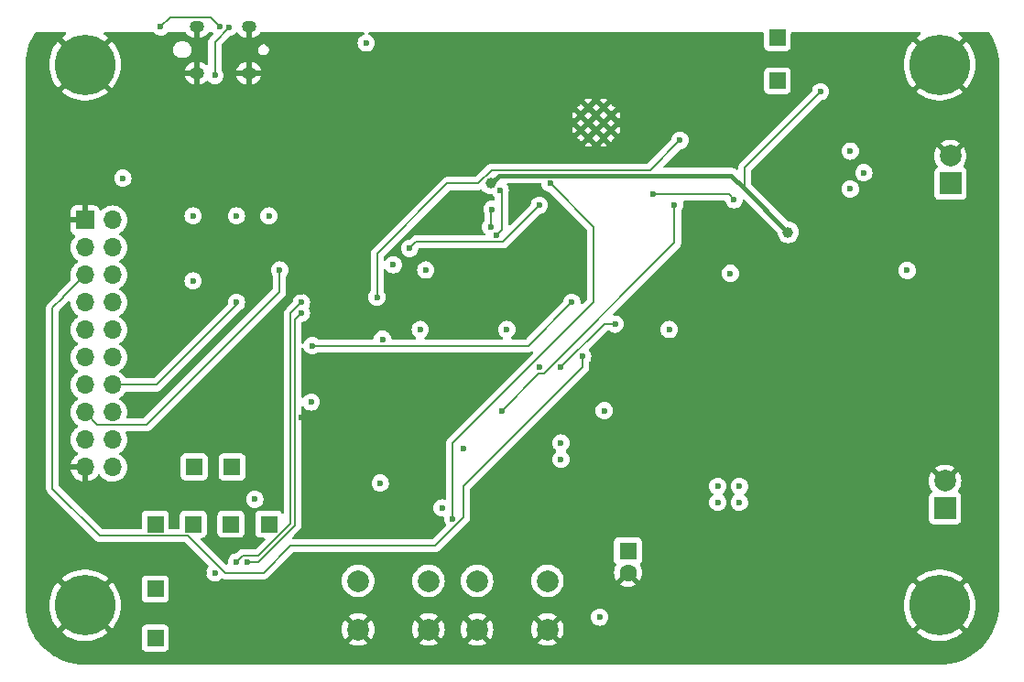
<source format=gbl>
%TF.GenerationSoftware,KiCad,Pcbnew,8.0.3*%
%TF.CreationDate,2026-02-06T01:26:45-05:00*%
%TF.ProjectId,FrostByte_IRCamera_PCB,46726f73-7442-4797-9465-5f495243616d,rev?*%
%TF.SameCoordinates,Original*%
%TF.FileFunction,Copper,L4,Bot*%
%TF.FilePolarity,Positive*%
%FSLAX46Y46*%
G04 Gerber Fmt 4.6, Leading zero omitted, Abs format (unit mm)*
G04 Created by KiCad (PCBNEW 8.0.3) date 2026-02-06 01:26:45*
%MOMM*%
%LPD*%
G01*
G04 APERTURE LIST*
%TA.AperFunction,HeatsinkPad*%
%ADD10C,0.600000*%
%TD*%
%TA.AperFunction,ComponentPad*%
%ADD11R,2.000000X2.000000*%
%TD*%
%TA.AperFunction,ComponentPad*%
%ADD12C,2.000000*%
%TD*%
%TA.AperFunction,ComponentPad*%
%ADD13C,5.600000*%
%TD*%
%TA.AperFunction,ComponentPad*%
%ADD14O,1.350000X1.100000*%
%TD*%
%TA.AperFunction,ComponentPad*%
%ADD15R,1.600000X1.600000*%
%TD*%
%TA.AperFunction,ComponentPad*%
%ADD16C,1.600000*%
%TD*%
%TA.AperFunction,ComponentPad*%
%ADD17R,1.700000X1.700000*%
%TD*%
%TA.AperFunction,ComponentPad*%
%ADD18O,1.700000X1.700000*%
%TD*%
%TA.AperFunction,ComponentPad*%
%ADD19R,1.500000X1.500000*%
%TD*%
%TA.AperFunction,ViaPad*%
%ADD20C,0.600000*%
%TD*%
%TA.AperFunction,ViaPad*%
%ADD21C,1.000000*%
%TD*%
%TA.AperFunction,Conductor*%
%ADD22C,0.200000*%
%TD*%
%TA.AperFunction,Conductor*%
%ADD23C,0.400000*%
%TD*%
G04 APERTURE END LIST*
D10*
%TO.P,U2,41,GND*%
%TO.N,GND*%
X153237500Y-84270000D03*
X153237500Y-82870000D03*
X152537500Y-84970000D03*
X152537500Y-83570000D03*
X152537500Y-82170000D03*
X151837500Y-84270000D03*
X151837500Y-82870000D03*
X151137500Y-84970000D03*
X151137500Y-83570000D03*
X151137500Y-82170000D03*
X150437500Y-84270000D03*
X150437500Y-82870000D03*
%TD*%
D11*
%TO.P,J2,1,Pin_1*%
%TO.N,/MCU/CAM_TEMP*%
X184600000Y-89200000D03*
D12*
%TO.P,J2,2,Pin_2*%
%TO.N,GND*%
X184600000Y-86660000D03*
%TD*%
D13*
%TO.P,H4,1,1*%
%TO.N,GND*%
X183600000Y-128200000D03*
%TD*%
D14*
%TO.P,J6,S1,SHIELD*%
%TO.N,GND*%
X119750000Y-78985000D03*
%TO.P,J6,S2,SHIELD__1*%
X119750000Y-74685000D03*
%TO.P,J6,S3,SHIELD__2*%
X114950000Y-78985000D03*
%TO.P,J6,S4,SHIELD__3*%
X114950000Y-74685000D03*
%TD*%
D13*
%TO.P,H2,1,1*%
%TO.N,GND*%
X183600000Y-78200000D03*
%TD*%
D15*
%TO.P,C1,1*%
%TO.N,Net-(U1-EN)*%
X154800000Y-123200000D03*
D16*
%TO.P,C1,2*%
%TO.N,GND*%
X154800000Y-125200000D03*
%TD*%
D11*
%TO.P,J1,1,Pin_1*%
%TO.N,Net-(J1-Pin_1)*%
X184100000Y-119240000D03*
D12*
%TO.P,J1,2,Pin_2*%
%TO.N,GND*%
X184100000Y-116700000D03*
%TD*%
D13*
%TO.P,H1,1,1*%
%TO.N,GND*%
X104600000Y-78200000D03*
%TD*%
D12*
%TO.P,SW2,1,1*%
%TO.N,GND*%
X136350000Y-130450000D03*
X129850000Y-130450000D03*
%TO.P,SW2,2,2*%
%TO.N,Net-(U2-EN)*%
X136350000Y-125950000D03*
X129850000Y-125950000D03*
%TD*%
%TO.P,SW1,1,1*%
%TO.N,GND*%
X147350000Y-130450000D03*
X140850000Y-130450000D03*
%TO.P,SW1,2,2*%
%TO.N,Net-(C9-Pad2)*%
X147350000Y-125950000D03*
X140850000Y-125950000D03*
%TD*%
D13*
%TO.P,H3,1,1*%
%TO.N,GND*%
X104600000Y-128200000D03*
%TD*%
D17*
%TO.P,J4,1,Pin_1*%
%TO.N,GND*%
X104600000Y-92580000D03*
D18*
%TO.P,J4,2,Pin_2*%
%TO.N,Net-(J4-Pin_2)*%
X107140000Y-92580000D03*
%TO.P,J4,3,Pin_3*%
%TO.N,/MCU/RESET_L*%
X104600000Y-95120000D03*
%TO.P,J4,4,Pin_4*%
%TO.N,unconnected-(J4-Pin_4-Pad4)*%
X107140000Y-95120000D03*
%TO.P,J4,5,Pin_5*%
%TO.N,/MCU/VSYNC*%
X104600000Y-97660000D03*
%TO.P,J4,6,Pin_6*%
%TO.N,unconnected-(J4-Pin_6-Pad6)*%
X107140000Y-97660000D03*
%TO.P,J4,7,Pin_7*%
%TO.N,unconnected-(J4-Pin_7-Pad7)*%
X104600000Y-100200000D03*
%TO.P,J4,8,Pin_8*%
%TO.N,unconnected-(J4-Pin_8-Pad8)*%
X107140000Y-100200000D03*
%TO.P,J4,9,Pin_9*%
%TO.N,unconnected-(J4-Pin_9-Pad9)*%
X104600000Y-102740000D03*
%TO.P,J4,10,Pin_10*%
%TO.N,Net-(J4-Pin_10)*%
X107140000Y-102740000D03*
%TO.P,J4,11,Pin_11*%
%TO.N,/MCU/SPI_MOSI*%
X104600000Y-105280000D03*
%TO.P,J4,12,Pin_12*%
%TO.N,/MCU/SPI_CS*%
X107140000Y-105280000D03*
%TO.P,J4,13,Pin_13*%
%TO.N,/MCU/SPI_CLK*%
X104600000Y-107820000D03*
%TO.P,J4,14,Pin_14*%
%TO.N,/MCU/SCL_B*%
X107140000Y-107820000D03*
%TO.P,J4,15,Pin_15*%
%TO.N,/MCU/SDA_B*%
X104600000Y-110360000D03*
%TO.P,J4,16,Pin_16*%
%TO.N,+2V8*%
X107140000Y-110360000D03*
%TO.P,J4,17,Pin_17*%
%TO.N,unconnected-(J4-Pin_17-Pad17)*%
X104600000Y-112900000D03*
%TO.P,J4,18,Pin_18*%
%TO.N,unconnected-(J4-Pin_18-Pad18)*%
X107140000Y-112900000D03*
%TO.P,J4,19,Pin_19*%
%TO.N,GND*%
X104600000Y-115440000D03*
%TO.P,J4,20,Pin_20*%
%TO.N,+3.3V*%
X107140000Y-115440000D03*
%TD*%
D19*
%TO.P,RX,1,1*%
%TO.N,/MCU/RX*%
X168600000Y-75700000D03*
%TD*%
%TO.P,MISO,1,1*%
%TO.N,/MCU/SPI_MISO*%
X111100000Y-120700000D03*
%TD*%
%TO.P,SCL,1,1*%
%TO.N,/MCU/SCL_A*%
X111100000Y-131250000D03*
%TD*%
%TO.P,2v8,1,1*%
%TO.N,+2V8*%
X114700000Y-115400000D03*
%TD*%
%TO.P,CLK,1,1*%
%TO.N,/MCU/SPI_CLK*%
X121600000Y-120700000D03*
%TD*%
%TO.P,MOSI,1,1*%
%TO.N,/MCU/SPI_MOSI*%
X118100000Y-120700000D03*
%TD*%
%TO.P,3v3,1,1*%
%TO.N,+3.3V*%
X118200000Y-115400000D03*
%TD*%
%TO.P,CS,1,1*%
%TO.N,/MCU/SPI_CS*%
X114600000Y-120700000D03*
%TD*%
%TO.P,TX,1,1*%
%TO.N,/MCU/TX*%
X168600000Y-79700000D03*
%TD*%
%TO.P,SDA,1,1*%
%TO.N,/MCU/SDA_A*%
X111100000Y-126700000D03*
%TD*%
D20*
%TO.N,+2V8*%
X125500000Y-109400000D03*
%TO.N,GND*%
X124600000Y-110800000D03*
%TO.N,+2V8*%
X131900000Y-116900000D03*
X139600000Y-113700000D03*
X114600000Y-98200000D03*
X114600000Y-92200000D03*
X118600000Y-92200000D03*
X121600000Y-92200000D03*
X135600000Y-102700000D03*
%TO.N,/MCU/VSYNC*%
X150600000Y-105200000D03*
%TO.N,GND*%
X153600000Y-119200000D03*
X153600000Y-117700000D03*
X154600000Y-117700000D03*
X154600000Y-119200000D03*
%TO.N,+3.3V*%
X165100000Y-118700000D03*
X165100000Y-117200000D03*
X163100000Y-117200000D03*
X163100000Y-118700000D03*
X120300000Y-118400000D03*
%TO.N,GND*%
X131600000Y-84200000D03*
X141100000Y-81200000D03*
X137600000Y-80200000D03*
X132600000Y-80700000D03*
X132600000Y-87700000D03*
X137600000Y-88200000D03*
X141100000Y-87200000D03*
X111600000Y-88200000D03*
X123600000Y-79700000D03*
X109100000Y-79200000D03*
X111600000Y-81700000D03*
X123600000Y-85200000D03*
X109100000Y-85200000D03*
X120600000Y-81700000D03*
X120600000Y-83700000D03*
X111600000Y-83700000D03*
X124600000Y-99200000D03*
%TO.N,/MCU/EN_I2C*%
X131600000Y-99700000D03*
%TO.N,+5V*%
X172600000Y-80700000D03*
%TO.N,+3.3V*%
X133100000Y-96700000D03*
%TO.N,/MCU/EN_SPI*%
X143100000Y-110200000D03*
X159100000Y-91200000D03*
%TO.N,+3.3V*%
X152600000Y-110200000D03*
D21*
%TO.N,+5V*%
X169600000Y-93700000D03*
X142100000Y-89200000D03*
D20*
%TO.N,Net-(J6-CC2)*%
X111600000Y-74700000D03*
X117100000Y-74700000D03*
%TO.N,/MCU/CAM_TEMP*%
X164600000Y-90700000D03*
X157100000Y-90200000D03*
%TO.N,GND*%
X133600000Y-85450000D03*
X134600000Y-75700000D03*
X131600000Y-101700000D03*
X102100000Y-92200000D03*
X188100000Y-97237500D03*
X142600000Y-119737500D03*
X133600000Y-82450000D03*
X140100000Y-106200000D03*
X163175000Y-129300000D03*
X164337500Y-76700000D03*
X179500000Y-113700000D03*
X111900000Y-116000000D03*
X175200000Y-130200000D03*
X114100000Y-100200000D03*
X102600000Y-88700000D03*
X178100000Y-81317800D03*
X131900000Y-119400000D03*
X115600000Y-125200000D03*
X146600000Y-106200000D03*
X147600000Y-118700000D03*
X132600000Y-100700000D03*
X142600000Y-118700000D03*
%TO.N,Net-(U2-EN)*%
X138600000Y-120200000D03*
X147600000Y-89200000D03*
%TO.N,+3.3V*%
X136100000Y-97200000D03*
X158600000Y-102700000D03*
X175337500Y-89700000D03*
X148600000Y-114700000D03*
X137600000Y-119200000D03*
X152175000Y-129300000D03*
X130600000Y-76200000D03*
X176600000Y-88200000D03*
X108100000Y-88700000D03*
X116600000Y-125200000D03*
X164262500Y-97500000D03*
X148600000Y-113200000D03*
X143600000Y-102700000D03*
X180600000Y-97237500D03*
X132100000Y-103600000D03*
X175337500Y-86200000D03*
%TO.N,/MCU/SPI_MISO*%
X125600000Y-104200000D03*
X149600000Y-100200000D03*
%TO.N,/MCU/RESET_L_3v3*%
X148600000Y-106200000D03*
X153600000Y-102200000D03*
%TO.N,/MCU/SDA_A*%
X124600000Y-100200000D03*
X142600000Y-94000000D03*
X142980000Y-89820000D03*
X118600000Y-124200000D03*
%TO.N,/MCU/SCL_A*%
X124600000Y-101200000D03*
X119600000Y-124200000D03*
%TO.N,/MCU/SDA_B*%
X122600000Y-97200000D03*
%TO.N,/MCU/SCL_B*%
X118600000Y-100200000D03*
%TO.N,Net-(U2-IO17)*%
X146600000Y-91200000D03*
X134600000Y-95200000D03*
%TO.N,/MCU/EN_I2C*%
X159600000Y-85200000D03*
%TO.N,/Peripherals/USB_D-*%
X142100000Y-93200000D03*
X142224265Y-91575735D03*
X117950000Y-74739614D03*
X116600000Y-79200000D03*
%TD*%
D22*
%TO.N,/MCU/VSYNC*%
X102600000Y-99660000D02*
X104600000Y-97660000D01*
X102600000Y-99700000D02*
X102600000Y-99660000D01*
X101600000Y-100700000D02*
X102600000Y-99700000D01*
X105950000Y-121750000D02*
X101600000Y-117400000D01*
X114100000Y-121750000D02*
X105950000Y-121750000D01*
X121100000Y-125200000D02*
X117550000Y-125200000D01*
X123600000Y-122700000D02*
X121100000Y-125200000D01*
X136948529Y-122700000D02*
X123600000Y-122700000D01*
X139600000Y-117200000D02*
X139600000Y-120048529D01*
X101600000Y-117400000D02*
X101600000Y-100700000D01*
X139600000Y-120048529D02*
X136948529Y-122700000D01*
X117550000Y-125200000D02*
X114100000Y-121750000D01*
X150600000Y-106200000D02*
X139600000Y-117200000D01*
X150600000Y-105200000D02*
X150600000Y-106200000D01*
%TO.N,/MCU/EN_I2C*%
X138100000Y-89200000D02*
X131600000Y-95700000D01*
X142218629Y-87950000D02*
X140968629Y-89200000D01*
X140968629Y-89200000D02*
X138100000Y-89200000D01*
X159600000Y-85200000D02*
X156850000Y-87950000D01*
X156850000Y-87950000D02*
X142218629Y-87950000D01*
X131600000Y-95700000D02*
X131600000Y-99700000D01*
D23*
%TO.N,+5V*%
X164350000Y-88450000D02*
X165600000Y-89700000D01*
X142850000Y-88450000D02*
X164350000Y-88450000D01*
X142100000Y-89200000D02*
X142850000Y-88450000D01*
D22*
X172600000Y-80700000D02*
X165600000Y-87700000D01*
X165600000Y-87700000D02*
X165600000Y-89700000D01*
D23*
X165600000Y-89700000D02*
X169600000Y-93700000D01*
D22*
%TO.N,/MCU/EN_SPI*%
X146500000Y-106800000D02*
X143100000Y-110200000D01*
X159100000Y-94700000D02*
X147000000Y-106800000D01*
X159100000Y-91200000D02*
X159100000Y-94700000D01*
X147000000Y-106800000D02*
X146500000Y-106800000D01*
%TO.N,Net-(J6-CC2)*%
X116235000Y-73835000D02*
X117100000Y-74700000D01*
X112465000Y-73835000D02*
X116235000Y-73835000D01*
X111600000Y-74700000D02*
X112465000Y-73835000D01*
%TO.N,/Peripherals/USB_D-*%
X117950000Y-74739614D02*
X116600000Y-76089614D01*
X116600000Y-76089614D02*
X116600000Y-79200000D01*
%TO.N,/MCU/CAM_TEMP*%
X164100000Y-90200000D02*
X157100000Y-90200000D01*
X164600000Y-90700000D02*
X164100000Y-90200000D01*
%TO.N,Net-(U2-EN)*%
X138600000Y-113200000D02*
X138600000Y-120200000D01*
X151600000Y-100200000D02*
X138600000Y-113200000D01*
X151600000Y-93200000D02*
X151600000Y-100200000D01*
X147600000Y-89200000D02*
X151600000Y-93200000D01*
%TO.N,/MCU/SPI_MISO*%
X145600000Y-104200000D02*
X125600000Y-104200000D01*
X149600000Y-100200000D02*
X145600000Y-104200000D01*
%TO.N,/MCU/RESET_L_3v3*%
X153600000Y-102200000D02*
X152600000Y-102200000D01*
X152600000Y-102200000D02*
X148600000Y-106200000D01*
%TO.N,/MCU/SDA_A*%
X118600000Y-124200000D02*
X119200000Y-123600000D01*
X123600000Y-101200000D02*
X124600000Y-100200000D01*
X119200000Y-123600000D02*
X120634314Y-123600000D01*
X142600000Y-94000000D02*
X143100000Y-93500000D01*
X120634314Y-123600000D02*
X123600000Y-120634314D01*
X123600000Y-120634314D02*
X123600000Y-101200000D01*
X143100000Y-93500000D02*
X143100000Y-89940000D01*
X143100000Y-89940000D02*
X142980000Y-89820000D01*
%TO.N,/MCU/SCL_A*%
X119600000Y-124200000D02*
X120600000Y-124200000D01*
X124000000Y-120800000D02*
X124000000Y-101800000D01*
X124000000Y-101800000D02*
X124600000Y-101200000D01*
X120600000Y-124200000D02*
X124000000Y-120800000D01*
%TO.N,/MCU/SDA_B*%
X122600000Y-97200000D02*
X122600000Y-99200000D01*
X122600000Y-99200000D02*
X110290000Y-111510000D01*
X110290000Y-111510000D02*
X105750000Y-111510000D01*
X105750000Y-111510000D02*
X104600000Y-110360000D01*
%TO.N,/MCU/SCL_B*%
X118600000Y-100200000D02*
X118600000Y-100450000D01*
X118600000Y-100450000D02*
X111230000Y-107820000D01*
X111230000Y-107820000D02*
X107140000Y-107820000D01*
%TO.N,Net-(U2-IO17)*%
X135200000Y-94600000D02*
X143200000Y-94600000D01*
X143200000Y-94600000D02*
X146600000Y-91200000D01*
X134600000Y-95200000D02*
X135200000Y-94600000D01*
%TO.N,/Peripherals/USB_D-*%
X142100000Y-91700000D02*
X142224265Y-91575735D01*
X142100000Y-93200000D02*
X142100000Y-91700000D01*
%TD*%
%TA.AperFunction,Conductor*%
%TO.N,GND*%
G36*
X124805703Y-104403401D02*
G01*
X124841542Y-104456160D01*
X124874210Y-104549521D01*
X124914382Y-104613454D01*
X124970184Y-104702262D01*
X125097738Y-104829816D01*
X125250478Y-104925789D01*
X125420745Y-104985368D01*
X125420750Y-104985369D01*
X125599996Y-105005565D01*
X125600000Y-105005565D01*
X125600004Y-105005565D01*
X125779249Y-104985369D01*
X125779252Y-104985368D01*
X125779255Y-104985368D01*
X125949522Y-104925789D01*
X126102262Y-104829816D01*
X126102267Y-104829810D01*
X126105097Y-104827555D01*
X126107275Y-104826665D01*
X126108158Y-104826111D01*
X126108255Y-104826265D01*
X126169783Y-104801145D01*
X126182412Y-104800500D01*
X145513331Y-104800500D01*
X145513347Y-104800501D01*
X145520943Y-104800501D01*
X145679054Y-104800501D01*
X145679057Y-104800501D01*
X145831785Y-104759577D01*
X145866454Y-104739559D01*
X145934351Y-104723083D01*
X146000379Y-104745931D01*
X146043573Y-104800850D01*
X146050219Y-104870403D01*
X146018206Y-104932507D01*
X146016139Y-104934624D01*
X138231286Y-112719478D01*
X138119481Y-112831282D01*
X138119479Y-112831285D01*
X138108398Y-112850478D01*
X138079807Y-112900000D01*
X138040423Y-112968215D01*
X137999499Y-113120943D01*
X137999499Y-113120945D01*
X137999499Y-113289046D01*
X137999500Y-113289059D01*
X137999500Y-118316936D01*
X137979815Y-118383975D01*
X137927011Y-118429730D01*
X137857853Y-118439674D01*
X137834547Y-118433978D01*
X137779260Y-118414633D01*
X137779249Y-118414630D01*
X137600004Y-118394435D01*
X137599996Y-118394435D01*
X137420750Y-118414630D01*
X137420745Y-118414631D01*
X137250476Y-118474211D01*
X137097737Y-118570184D01*
X136970184Y-118697737D01*
X136874211Y-118850476D01*
X136814631Y-119020745D01*
X136814630Y-119020750D01*
X136794435Y-119199996D01*
X136794435Y-119200003D01*
X136814630Y-119379249D01*
X136814631Y-119379254D01*
X136874211Y-119549523D01*
X136958840Y-119684208D01*
X136970184Y-119702262D01*
X137097738Y-119829816D01*
X137250478Y-119925789D01*
X137375317Y-119969472D01*
X137420745Y-119985368D01*
X137420750Y-119985369D01*
X137599996Y-120005565D01*
X137600000Y-120005565D01*
X137600002Y-120005565D01*
X137629449Y-120002246D01*
X137664610Y-119998285D01*
X137733432Y-120010339D01*
X137784811Y-120057688D01*
X137802436Y-120125298D01*
X137801714Y-120135388D01*
X137794435Y-120199995D01*
X137794435Y-120200003D01*
X137814630Y-120379249D01*
X137814631Y-120379254D01*
X137874211Y-120549523D01*
X137966521Y-120696432D01*
X137985521Y-120763668D01*
X137965153Y-120830504D01*
X137949208Y-120850085D01*
X136736113Y-122063181D01*
X136674790Y-122096666D01*
X136648432Y-122099500D01*
X123849097Y-122099500D01*
X123782058Y-122079815D01*
X123736303Y-122027011D01*
X123726359Y-121957853D01*
X123755384Y-121894297D01*
X123761416Y-121887819D01*
X123882844Y-121766390D01*
X124368713Y-121280521D01*
X124368716Y-121280520D01*
X124480520Y-121168716D01*
X124530639Y-121081904D01*
X124559577Y-121031785D01*
X124600500Y-120879057D01*
X124600500Y-120720943D01*
X124600500Y-116899996D01*
X131094435Y-116899996D01*
X131094435Y-116900003D01*
X131114630Y-117079249D01*
X131114631Y-117079254D01*
X131174211Y-117249523D01*
X131255724Y-117379249D01*
X131270184Y-117402262D01*
X131397738Y-117529816D01*
X131488080Y-117586582D01*
X131536087Y-117616747D01*
X131550478Y-117625789D01*
X131715798Y-117683637D01*
X131720745Y-117685368D01*
X131720750Y-117685369D01*
X131899996Y-117705565D01*
X131900000Y-117705565D01*
X131900004Y-117705565D01*
X132079249Y-117685369D01*
X132079252Y-117685368D01*
X132079255Y-117685368D01*
X132249522Y-117625789D01*
X132402262Y-117529816D01*
X132529816Y-117402262D01*
X132625789Y-117249522D01*
X132685368Y-117079255D01*
X132691960Y-117020750D01*
X132705565Y-116900003D01*
X132705565Y-116899996D01*
X132685369Y-116720750D01*
X132685368Y-116720745D01*
X132678107Y-116699994D01*
X132625789Y-116550478D01*
X132529816Y-116397738D01*
X132402262Y-116270184D01*
X132249523Y-116174211D01*
X132079254Y-116114631D01*
X132079249Y-116114630D01*
X131900004Y-116094435D01*
X131899996Y-116094435D01*
X131720750Y-116114630D01*
X131720745Y-116114631D01*
X131550476Y-116174211D01*
X131397737Y-116270184D01*
X131270184Y-116397737D01*
X131174211Y-116550476D01*
X131114631Y-116720745D01*
X131114630Y-116720750D01*
X131094435Y-116899996D01*
X124600500Y-116899996D01*
X124600500Y-109903476D01*
X124620185Y-109836437D01*
X124672989Y-109790682D01*
X124742147Y-109780738D01*
X124805703Y-109809763D01*
X124829493Y-109837503D01*
X124870184Y-109902262D01*
X124997738Y-110029816D01*
X125150478Y-110125789D01*
X125320745Y-110185368D01*
X125320750Y-110185369D01*
X125499996Y-110205565D01*
X125500000Y-110205565D01*
X125500004Y-110205565D01*
X125679249Y-110185369D01*
X125679252Y-110185368D01*
X125679255Y-110185368D01*
X125849522Y-110125789D01*
X126002262Y-110029816D01*
X126129816Y-109902262D01*
X126225789Y-109749522D01*
X126285368Y-109579255D01*
X126286390Y-109570184D01*
X126305565Y-109400003D01*
X126305565Y-109399996D01*
X126285369Y-109220750D01*
X126285368Y-109220745D01*
X126225788Y-109050476D01*
X126170506Y-108962496D01*
X126129816Y-108897738D01*
X126002262Y-108770184D01*
X125849523Y-108674211D01*
X125679254Y-108614631D01*
X125679249Y-108614630D01*
X125500004Y-108594435D01*
X125499996Y-108594435D01*
X125320750Y-108614630D01*
X125320745Y-108614631D01*
X125150476Y-108674211D01*
X124997737Y-108770184D01*
X124870182Y-108897739D01*
X124829493Y-108962496D01*
X124777158Y-109008787D01*
X124708105Y-109019434D01*
X124644257Y-108991059D01*
X124605885Y-108932669D01*
X124600500Y-108896523D01*
X124600500Y-104497114D01*
X124620185Y-104430075D01*
X124672989Y-104384320D01*
X124742147Y-104374376D01*
X124805703Y-104403401D01*
G37*
%TD.AperFunction*%
%TA.AperFunction,Conductor*%
G36*
X102805586Y-75219685D02*
G01*
X102851341Y-75272489D01*
X102861285Y-75341647D01*
X102832260Y-75405203D01*
X102802475Y-75430251D01*
X102745370Y-75464609D01*
X102745367Y-75464611D01*
X102460486Y-75681170D01*
X102460485Y-75681171D01*
X102447257Y-75693702D01*
X102447256Y-75693703D01*
X103659301Y-76905748D01*
X103557670Y-76979588D01*
X103379588Y-77157670D01*
X103305748Y-77259301D01*
X102096442Y-76049995D01*
X102096441Y-76049996D01*
X101969033Y-76199992D01*
X101768218Y-76496172D01*
X101600606Y-76812322D01*
X101600597Y-76812340D01*
X101468149Y-77144760D01*
X101468147Y-77144767D01*
X101372421Y-77489542D01*
X101372415Y-77489568D01*
X101314527Y-77842668D01*
X101314526Y-77842685D01*
X101295153Y-78199997D01*
X101295153Y-78200002D01*
X101314526Y-78557314D01*
X101314527Y-78557331D01*
X101372415Y-78910431D01*
X101372421Y-78910457D01*
X101468147Y-79255232D01*
X101468149Y-79255239D01*
X101600597Y-79587659D01*
X101600606Y-79587677D01*
X101768218Y-79903827D01*
X101969024Y-80199994D01*
X101969035Y-80200008D01*
X102096441Y-80350002D01*
X102096442Y-80350002D01*
X103305747Y-79140697D01*
X103379588Y-79242330D01*
X103557670Y-79420412D01*
X103659300Y-79494251D01*
X102447257Y-80706294D01*
X102460495Y-80718836D01*
X102745367Y-80935388D01*
X102745370Y-80935390D01*
X103051990Y-81119876D01*
X103376739Y-81270122D01*
X103376744Y-81270123D01*
X103715855Y-81384383D01*
X104065339Y-81461311D01*
X104421075Y-81499999D01*
X104421085Y-81500000D01*
X104778915Y-81500000D01*
X104778924Y-81499999D01*
X105134660Y-81461311D01*
X105170886Y-81453337D01*
X150774391Y-81453337D01*
X150774391Y-81453338D01*
X151137500Y-81816446D01*
X151137501Y-81816446D01*
X151500607Y-81453338D01*
X151500605Y-81453337D01*
X152174391Y-81453337D01*
X152174391Y-81453338D01*
X152537500Y-81816446D01*
X152537501Y-81816446D01*
X152900607Y-81453338D01*
X152886804Y-81444665D01*
X152716638Y-81385121D01*
X152537503Y-81364938D01*
X152537497Y-81364938D01*
X152358361Y-81385121D01*
X152358358Y-81385122D01*
X152188201Y-81444662D01*
X152188191Y-81444667D01*
X152174391Y-81453337D01*
X151500605Y-81453337D01*
X151486804Y-81444665D01*
X151316638Y-81385121D01*
X151137503Y-81364938D01*
X151137497Y-81364938D01*
X150958361Y-81385121D01*
X150958358Y-81385122D01*
X150788201Y-81444662D01*
X150788191Y-81444667D01*
X150774391Y-81453337D01*
X105170886Y-81453337D01*
X105484144Y-81384383D01*
X105823255Y-81270123D01*
X105823260Y-81270122D01*
X106148009Y-81119876D01*
X106454629Y-80935390D01*
X106454632Y-80935388D01*
X106739509Y-80718831D01*
X106752742Y-80706295D01*
X106752742Y-80706294D01*
X105540699Y-79494251D01*
X105642330Y-79420412D01*
X105820412Y-79242330D01*
X105894251Y-79140698D01*
X107103556Y-80350002D01*
X107230972Y-80199998D01*
X107230975Y-80199994D01*
X107431781Y-79903827D01*
X107599393Y-79587677D01*
X107599402Y-79587659D01*
X107731850Y-79255239D01*
X107731852Y-79255232D01*
X107827578Y-78910457D01*
X107827584Y-78910431D01*
X107885472Y-78557331D01*
X107885473Y-78557314D01*
X107904847Y-78200002D01*
X107904847Y-78199997D01*
X107885473Y-77842685D01*
X107885472Y-77842668D01*
X107827584Y-77489568D01*
X107827578Y-77489542D01*
X107731852Y-77144767D01*
X107731850Y-77144760D01*
X107599402Y-76812340D01*
X107599393Y-76812322D01*
X107571702Y-76760092D01*
X112739500Y-76760092D01*
X112739500Y-76909907D01*
X112768723Y-77056822D01*
X112768725Y-77056830D01*
X112826051Y-77195229D01*
X112826056Y-77195238D01*
X112909280Y-77319790D01*
X112909283Y-77319794D01*
X113015205Y-77425716D01*
X113015209Y-77425719D01*
X113139761Y-77508943D01*
X113139767Y-77508946D01*
X113139768Y-77508947D01*
X113278170Y-77566275D01*
X113425092Y-77595499D01*
X113425096Y-77595500D01*
X113425097Y-77595500D01*
X113774904Y-77595500D01*
X113774905Y-77595499D01*
X113921830Y-77566275D01*
X114060232Y-77508947D01*
X114184791Y-77425719D01*
X114290719Y-77319791D01*
X114373947Y-77195232D01*
X114431275Y-77056830D01*
X114460500Y-76909903D01*
X114460500Y-76835000D01*
X114460500Y-76769108D01*
X114460500Y-76760097D01*
X114431275Y-76613170D01*
X114373947Y-76474768D01*
X114373946Y-76474767D01*
X114373943Y-76474761D01*
X114290719Y-76350209D01*
X114290716Y-76350205D01*
X114184794Y-76244283D01*
X114184790Y-76244280D01*
X114060238Y-76161056D01*
X114060229Y-76161051D01*
X113921830Y-76103725D01*
X113921822Y-76103723D01*
X113774907Y-76074500D01*
X113774903Y-76074500D01*
X113765892Y-76074500D01*
X113565892Y-76074500D01*
X113500000Y-76074500D01*
X113425097Y-76074500D01*
X113425092Y-76074500D01*
X113278177Y-76103723D01*
X113278169Y-76103725D01*
X113139770Y-76161051D01*
X113139761Y-76161056D01*
X113015209Y-76244280D01*
X113015205Y-76244283D01*
X112909283Y-76350205D01*
X112909280Y-76350209D01*
X112826056Y-76474761D01*
X112826051Y-76474770D01*
X112768725Y-76613169D01*
X112768723Y-76613177D01*
X112739500Y-76760092D01*
X107571702Y-76760092D01*
X107431781Y-76496172D01*
X107230975Y-76200005D01*
X107230964Y-76199991D01*
X107103556Y-76049996D01*
X105894251Y-77259301D01*
X105820412Y-77157670D01*
X105642330Y-76979588D01*
X105540698Y-76905748D01*
X106752742Y-75693704D01*
X106739504Y-75681163D01*
X106454632Y-75464611D01*
X106454629Y-75464609D01*
X106397525Y-75430251D01*
X106350230Y-75378822D01*
X106338247Y-75309987D01*
X106365382Y-75245601D01*
X106423018Y-75206107D01*
X106461453Y-75200000D01*
X110916560Y-75200000D01*
X110983599Y-75219685D01*
X111004241Y-75236319D01*
X111097738Y-75329816D01*
X111160783Y-75369430D01*
X111232721Y-75414632D01*
X111250478Y-75425789D01*
X111388857Y-75474210D01*
X111420745Y-75485368D01*
X111420750Y-75485369D01*
X111599996Y-75505565D01*
X111600000Y-75505565D01*
X111600004Y-75505565D01*
X111779249Y-75485369D01*
X111779252Y-75485368D01*
X111779255Y-75485368D01*
X111949522Y-75425789D01*
X112102262Y-75329816D01*
X112195759Y-75236319D01*
X112257082Y-75202834D01*
X112283440Y-75200000D01*
X113840008Y-75200000D01*
X113907047Y-75219685D01*
X113943111Y-75255110D01*
X114009412Y-75354338D01*
X114155660Y-75500586D01*
X114155664Y-75500589D01*
X114327631Y-75615494D01*
X114327641Y-75615499D01*
X114518723Y-75694648D01*
X114518725Y-75694649D01*
X114700000Y-75730705D01*
X114700000Y-75200000D01*
X115200000Y-75200000D01*
X115200000Y-75730705D01*
X115381274Y-75694649D01*
X115381276Y-75694648D01*
X115572358Y-75615499D01*
X115572368Y-75615494D01*
X115744335Y-75500589D01*
X115744339Y-75500586D01*
X115890587Y-75354338D01*
X115956889Y-75255110D01*
X116010501Y-75210304D01*
X116059992Y-75200000D01*
X116341016Y-75200000D01*
X116408055Y-75219685D01*
X116453810Y-75272489D01*
X116463754Y-75341647D01*
X116434729Y-75405203D01*
X116428697Y-75411681D01*
X116119481Y-75720896D01*
X116119477Y-75720901D01*
X116093748Y-75765468D01*
X116093747Y-75765470D01*
X116040423Y-75857829D01*
X115999499Y-76010557D01*
X115999499Y-76010559D01*
X115999499Y-76178660D01*
X115999500Y-76178673D01*
X115999500Y-78125212D01*
X115979815Y-78192251D01*
X115927011Y-78238006D01*
X115857853Y-78247950D01*
X115794297Y-78218925D01*
X115787819Y-78212893D01*
X115744339Y-78169413D01*
X115744335Y-78169410D01*
X115572368Y-78054505D01*
X115572358Y-78054500D01*
X115381274Y-77975350D01*
X115381266Y-77975348D01*
X115200000Y-77939292D01*
X115200000Y-78710757D01*
X115190796Y-78705444D01*
X115114496Y-78685000D01*
X114785504Y-78685000D01*
X114709204Y-78705444D01*
X114700000Y-78710757D01*
X114700000Y-77939292D01*
X114699999Y-77939292D01*
X114518733Y-77975348D01*
X114518725Y-77975350D01*
X114327641Y-78054500D01*
X114327631Y-78054505D01*
X114155664Y-78169410D01*
X114155660Y-78169413D01*
X114009413Y-78315660D01*
X114009410Y-78315664D01*
X113894505Y-78487631D01*
X113894500Y-78487641D01*
X113815351Y-78678723D01*
X113815350Y-78678725D01*
X113804157Y-78735000D01*
X114658012Y-78735000D01*
X114640795Y-78744940D01*
X114584940Y-78800795D01*
X114545444Y-78869204D01*
X114525000Y-78945504D01*
X114525000Y-79024496D01*
X114545444Y-79100796D01*
X114584940Y-79169205D01*
X114640795Y-79225060D01*
X114658012Y-79235000D01*
X113804157Y-79235000D01*
X113815350Y-79291274D01*
X113815351Y-79291276D01*
X113894500Y-79482358D01*
X113894505Y-79482368D01*
X114009410Y-79654335D01*
X114009413Y-79654339D01*
X114155660Y-79800586D01*
X114155664Y-79800589D01*
X114327631Y-79915494D01*
X114327641Y-79915499D01*
X114518723Y-79994648D01*
X114518725Y-79994649D01*
X114700000Y-80030705D01*
X114700000Y-79259242D01*
X114709204Y-79264556D01*
X114785504Y-79285000D01*
X115114496Y-79285000D01*
X115190796Y-79264556D01*
X115200000Y-79259242D01*
X115200000Y-80030705D01*
X115381274Y-79994649D01*
X115381276Y-79994648D01*
X115572358Y-79915499D01*
X115572368Y-79915494D01*
X115744335Y-79800589D01*
X115744339Y-79800586D01*
X115818741Y-79726183D01*
X115880063Y-79692697D01*
X115949755Y-79697681D01*
X115994104Y-79726182D01*
X116097738Y-79829816D01*
X116188080Y-79886582D01*
X116234101Y-79915499D01*
X116250478Y-79925789D01*
X116388860Y-79974211D01*
X116420745Y-79985368D01*
X116420750Y-79985369D01*
X116599996Y-80005565D01*
X116600000Y-80005565D01*
X116600004Y-80005565D01*
X116779249Y-79985369D01*
X116779252Y-79985368D01*
X116779255Y-79985368D01*
X116949522Y-79925789D01*
X117102262Y-79829816D01*
X117229816Y-79702262D01*
X117325789Y-79549522D01*
X117385368Y-79379255D01*
X117395988Y-79285000D01*
X117405565Y-79200003D01*
X117405565Y-79199996D01*
X117385369Y-79020750D01*
X117385368Y-79020745D01*
X117359040Y-78945504D01*
X117325789Y-78850478D01*
X117253229Y-78735000D01*
X118604157Y-78735000D01*
X119458012Y-78735000D01*
X119440795Y-78744940D01*
X119384940Y-78800795D01*
X119345444Y-78869204D01*
X119325000Y-78945504D01*
X119325000Y-79024496D01*
X119345444Y-79100796D01*
X119384940Y-79169205D01*
X119440795Y-79225060D01*
X119458012Y-79235000D01*
X118604157Y-79235000D01*
X118615350Y-79291274D01*
X118615351Y-79291276D01*
X118694500Y-79482358D01*
X118694505Y-79482368D01*
X118809410Y-79654335D01*
X118809413Y-79654339D01*
X118955660Y-79800586D01*
X118955664Y-79800589D01*
X119127631Y-79915494D01*
X119127641Y-79915499D01*
X119318723Y-79994648D01*
X119318725Y-79994649D01*
X119500000Y-80030705D01*
X119500000Y-79259242D01*
X119509204Y-79264556D01*
X119585504Y-79285000D01*
X119914496Y-79285000D01*
X119990796Y-79264556D01*
X120000000Y-79259242D01*
X120000000Y-80030705D01*
X120181274Y-79994649D01*
X120181276Y-79994648D01*
X120372358Y-79915499D01*
X120372368Y-79915494D01*
X120544335Y-79800589D01*
X120544339Y-79800586D01*
X120690586Y-79654339D01*
X120690589Y-79654335D01*
X120805494Y-79482368D01*
X120805499Y-79482358D01*
X120884648Y-79291276D01*
X120884649Y-79291274D01*
X120895843Y-79235000D01*
X120041988Y-79235000D01*
X120059205Y-79225060D01*
X120115060Y-79169205D01*
X120154556Y-79100796D01*
X120175000Y-79024496D01*
X120175000Y-78945504D01*
X120163380Y-78902135D01*
X167349500Y-78902135D01*
X167349500Y-80497870D01*
X167349501Y-80497876D01*
X167355908Y-80557483D01*
X167406202Y-80692328D01*
X167406206Y-80692335D01*
X167492452Y-80807544D01*
X167492455Y-80807547D01*
X167607664Y-80893793D01*
X167607671Y-80893797D01*
X167742517Y-80944091D01*
X167742516Y-80944091D01*
X167749444Y-80944835D01*
X167802127Y-80950500D01*
X169397872Y-80950499D01*
X169457483Y-80944091D01*
X169592331Y-80893796D01*
X169707546Y-80807546D01*
X169793796Y-80692331D01*
X169844091Y-80557483D01*
X169850500Y-80497873D01*
X169850499Y-78902128D01*
X169844091Y-78842517D01*
X169793796Y-78707669D01*
X169793795Y-78707668D01*
X169793793Y-78707664D01*
X169707547Y-78592455D01*
X169707544Y-78592452D01*
X169592335Y-78506206D01*
X169592328Y-78506202D01*
X169457482Y-78455908D01*
X169457483Y-78455908D01*
X169397883Y-78449501D01*
X169397881Y-78449500D01*
X169397873Y-78449500D01*
X169397864Y-78449500D01*
X167802129Y-78449500D01*
X167802123Y-78449501D01*
X167742516Y-78455908D01*
X167607671Y-78506202D01*
X167607664Y-78506206D01*
X167492455Y-78592452D01*
X167492452Y-78592455D01*
X167406206Y-78707664D01*
X167406202Y-78707671D01*
X167355908Y-78842517D01*
X167349501Y-78902116D01*
X167349501Y-78902123D01*
X167349500Y-78902135D01*
X120163380Y-78902135D01*
X120154556Y-78869204D01*
X120115060Y-78800795D01*
X120059205Y-78744940D01*
X120041988Y-78735000D01*
X120895843Y-78735000D01*
X120884649Y-78678725D01*
X120884648Y-78678723D01*
X120805499Y-78487641D01*
X120805494Y-78487631D01*
X120690589Y-78315664D01*
X120690586Y-78315660D01*
X120544339Y-78169413D01*
X120544335Y-78169410D01*
X120372368Y-78054505D01*
X120372358Y-78054500D01*
X120181274Y-77975350D01*
X120181266Y-77975348D01*
X120000000Y-77939292D01*
X120000000Y-78710757D01*
X119990796Y-78705444D01*
X119914496Y-78685000D01*
X119585504Y-78685000D01*
X119509204Y-78705444D01*
X119500000Y-78710757D01*
X119500000Y-77939292D01*
X119499999Y-77939292D01*
X119318733Y-77975348D01*
X119318725Y-77975350D01*
X119127641Y-78054500D01*
X119127631Y-78054505D01*
X118955664Y-78169410D01*
X118955660Y-78169413D01*
X118809413Y-78315660D01*
X118809410Y-78315664D01*
X118694505Y-78487631D01*
X118694500Y-78487641D01*
X118615351Y-78678723D01*
X118615350Y-78678725D01*
X118604157Y-78735000D01*
X117253229Y-78735000D01*
X117229816Y-78697738D01*
X117229814Y-78697736D01*
X117229813Y-78697734D01*
X117227550Y-78694896D01*
X117226659Y-78692715D01*
X117226111Y-78691842D01*
X117226264Y-78691745D01*
X117201144Y-78630209D01*
X117200500Y-78617587D01*
X117200500Y-76767791D01*
X120589500Y-76767791D01*
X120589500Y-76902209D01*
X120602440Y-76950500D01*
X120624290Y-77032047D01*
X120624291Y-77032048D01*
X120691495Y-77148450D01*
X120691497Y-77148453D01*
X120691498Y-77148454D01*
X120786546Y-77243502D01*
X120902954Y-77310710D01*
X121032791Y-77345500D01*
X121032794Y-77345500D01*
X121167206Y-77345500D01*
X121167209Y-77345500D01*
X121297046Y-77310710D01*
X121413454Y-77243502D01*
X121508502Y-77148454D01*
X121575710Y-77032046D01*
X121610500Y-76902209D01*
X121610500Y-76767791D01*
X121575710Y-76637954D01*
X121529250Y-76557482D01*
X121508504Y-76521549D01*
X121508500Y-76521544D01*
X121413455Y-76426499D01*
X121413450Y-76426495D01*
X121297048Y-76359291D01*
X121297047Y-76359290D01*
X121264586Y-76350592D01*
X121167209Y-76324500D01*
X121032791Y-76324500D01*
X120954888Y-76345374D01*
X120902952Y-76359290D01*
X120902951Y-76359291D01*
X120786549Y-76426495D01*
X120786544Y-76426499D01*
X120691499Y-76521544D01*
X120691495Y-76521549D01*
X120624291Y-76637951D01*
X120624290Y-76637952D01*
X120607059Y-76702262D01*
X120589500Y-76767791D01*
X117200500Y-76767791D01*
X117200500Y-76389710D01*
X117220185Y-76322671D01*
X117236815Y-76302033D01*
X117968535Y-75570312D01*
X118029856Y-75536829D01*
X118042311Y-75534777D01*
X118129255Y-75524982D01*
X118299522Y-75465403D01*
X118452262Y-75369430D01*
X118565566Y-75256125D01*
X118626885Y-75222643D01*
X118696577Y-75227627D01*
X118752511Y-75269498D01*
X118756347Y-75274919D01*
X118809412Y-75354338D01*
X118955660Y-75500586D01*
X118955664Y-75500589D01*
X119127631Y-75615494D01*
X119127641Y-75615499D01*
X119318723Y-75694648D01*
X119318725Y-75694649D01*
X119500000Y-75730705D01*
X119500000Y-75200000D01*
X120000000Y-75200000D01*
X120000000Y-75730705D01*
X120181274Y-75694649D01*
X120181276Y-75694648D01*
X120372358Y-75615499D01*
X120372368Y-75615494D01*
X120544335Y-75500589D01*
X120544339Y-75500586D01*
X120690587Y-75354338D01*
X120756889Y-75255110D01*
X120810501Y-75210304D01*
X120859992Y-75200000D01*
X130304315Y-75200000D01*
X130371354Y-75219685D01*
X130417109Y-75272489D01*
X130427053Y-75341647D01*
X130398028Y-75405203D01*
X130345269Y-75441042D01*
X130250478Y-75474210D01*
X130097737Y-75570184D01*
X129970184Y-75697737D01*
X129874211Y-75850476D01*
X129814631Y-76020745D01*
X129814630Y-76020750D01*
X129794435Y-76199996D01*
X129794435Y-76200003D01*
X129814630Y-76379249D01*
X129814631Y-76379254D01*
X129874211Y-76549523D01*
X129930683Y-76639397D01*
X129970184Y-76702262D01*
X130097738Y-76829816D01*
X130129786Y-76849953D01*
X130225195Y-76909903D01*
X130250478Y-76925789D01*
X130321098Y-76950500D01*
X130420745Y-76985368D01*
X130420750Y-76985369D01*
X130599996Y-77005565D01*
X130600000Y-77005565D01*
X130600004Y-77005565D01*
X130779249Y-76985369D01*
X130779252Y-76985368D01*
X130779255Y-76985368D01*
X130949522Y-76925789D01*
X131102262Y-76829816D01*
X131229816Y-76702262D01*
X131325789Y-76549522D01*
X131385368Y-76379255D01*
X131385369Y-76379249D01*
X131405565Y-76200003D01*
X131405565Y-76199996D01*
X131385369Y-76020750D01*
X131385368Y-76020745D01*
X131328361Y-75857829D01*
X131325789Y-75850478D01*
X131229816Y-75697738D01*
X131102262Y-75570184D01*
X130949521Y-75474210D01*
X130854731Y-75441042D01*
X130797954Y-75400320D01*
X130772207Y-75335367D01*
X130785663Y-75266806D01*
X130834050Y-75216403D01*
X130895685Y-75200000D01*
X167225500Y-75200000D01*
X167292539Y-75219685D01*
X167338294Y-75272489D01*
X167349500Y-75324000D01*
X167349500Y-76497870D01*
X167349501Y-76497876D01*
X167355908Y-76557483D01*
X167406202Y-76692328D01*
X167406206Y-76692335D01*
X167492452Y-76807544D01*
X167492455Y-76807547D01*
X167607664Y-76893793D01*
X167607671Y-76893797D01*
X167742517Y-76944091D01*
X167742516Y-76944091D01*
X167749444Y-76944835D01*
X167802127Y-76950500D01*
X169397872Y-76950499D01*
X169457483Y-76944091D01*
X169592331Y-76893796D01*
X169707546Y-76807546D01*
X169793796Y-76692331D01*
X169844091Y-76557483D01*
X169850500Y-76497873D01*
X169850499Y-75323999D01*
X169870184Y-75256961D01*
X169922987Y-75211206D01*
X169974499Y-75200000D01*
X181738547Y-75200000D01*
X181805586Y-75219685D01*
X181851341Y-75272489D01*
X181861285Y-75341647D01*
X181832260Y-75405203D01*
X181802475Y-75430251D01*
X181745370Y-75464609D01*
X181745367Y-75464611D01*
X181460486Y-75681170D01*
X181460485Y-75681171D01*
X181447257Y-75693702D01*
X181447256Y-75693703D01*
X182659301Y-76905748D01*
X182557670Y-76979588D01*
X182379588Y-77157670D01*
X182305748Y-77259301D01*
X181096442Y-76049995D01*
X181096441Y-76049996D01*
X180969033Y-76199992D01*
X180768218Y-76496172D01*
X180600606Y-76812322D01*
X180600597Y-76812340D01*
X180468149Y-77144760D01*
X180468147Y-77144767D01*
X180372421Y-77489542D01*
X180372415Y-77489568D01*
X180314527Y-77842668D01*
X180314526Y-77842685D01*
X180295153Y-78199997D01*
X180295153Y-78200002D01*
X180314526Y-78557314D01*
X180314527Y-78557331D01*
X180372415Y-78910431D01*
X180372421Y-78910457D01*
X180468147Y-79255232D01*
X180468149Y-79255239D01*
X180600597Y-79587659D01*
X180600606Y-79587677D01*
X180768218Y-79903827D01*
X180969024Y-80199994D01*
X180969035Y-80200008D01*
X181096441Y-80350002D01*
X181096442Y-80350002D01*
X182305747Y-79140697D01*
X182379588Y-79242330D01*
X182557670Y-79420412D01*
X182659300Y-79494251D01*
X181447257Y-80706294D01*
X181460495Y-80718836D01*
X181745367Y-80935388D01*
X181745370Y-80935390D01*
X182051990Y-81119876D01*
X182376739Y-81270122D01*
X182376744Y-81270123D01*
X182715855Y-81384383D01*
X183065339Y-81461311D01*
X183421075Y-81499999D01*
X183421085Y-81500000D01*
X183778915Y-81500000D01*
X183778924Y-81499999D01*
X184134660Y-81461311D01*
X184484144Y-81384383D01*
X184823255Y-81270123D01*
X184823260Y-81270122D01*
X185148009Y-81119876D01*
X185454629Y-80935390D01*
X185454632Y-80935388D01*
X185739509Y-80718831D01*
X185752742Y-80706295D01*
X185752742Y-80706294D01*
X184540699Y-79494251D01*
X184642330Y-79420412D01*
X184820412Y-79242330D01*
X184894251Y-79140698D01*
X186103556Y-80350002D01*
X186230972Y-80199998D01*
X186230975Y-80199994D01*
X186431781Y-79903827D01*
X186599393Y-79587677D01*
X186599402Y-79587659D01*
X186731850Y-79255239D01*
X186731852Y-79255232D01*
X186827578Y-78910457D01*
X186827584Y-78910431D01*
X186885472Y-78557331D01*
X186885473Y-78557314D01*
X186904847Y-78200002D01*
X186904847Y-78199997D01*
X186885473Y-77842685D01*
X186885472Y-77842668D01*
X186827584Y-77489568D01*
X186827578Y-77489542D01*
X186731852Y-77144767D01*
X186731850Y-77144760D01*
X186599402Y-76812340D01*
X186599393Y-76812322D01*
X186431781Y-76496172D01*
X186230975Y-76200005D01*
X186230964Y-76199991D01*
X186103556Y-76049996D01*
X184894251Y-77259301D01*
X184820412Y-77157670D01*
X184642330Y-76979588D01*
X184540698Y-76905748D01*
X185752742Y-75693704D01*
X185739504Y-75681163D01*
X185454632Y-75464611D01*
X185454629Y-75464609D01*
X185397525Y-75430251D01*
X185350230Y-75378822D01*
X185338247Y-75309987D01*
X185365382Y-75245601D01*
X185423018Y-75206107D01*
X185461453Y-75200000D01*
X188138272Y-75200000D01*
X188205311Y-75219685D01*
X188244793Y-75260524D01*
X188309688Y-75369431D01*
X188434041Y-75578122D01*
X188438919Y-75587136D01*
X188634045Y-75986275D01*
X188638161Y-75995660D01*
X188799656Y-76409533D01*
X188802984Y-76419226D01*
X188929753Y-76845036D01*
X188932269Y-76854971D01*
X189023441Y-77289791D01*
X189025128Y-77299900D01*
X189080082Y-77740769D01*
X189080928Y-77750983D01*
X189099394Y-78197437D01*
X189099500Y-78202561D01*
X189099500Y-128197438D01*
X189099394Y-128202562D01*
X189080928Y-128649016D01*
X189080082Y-128659230D01*
X189025128Y-129100099D01*
X189023441Y-129110208D01*
X188932269Y-129545028D01*
X188929753Y-129554963D01*
X188802984Y-129980773D01*
X188799656Y-129990466D01*
X188638161Y-130404339D01*
X188634045Y-130413724D01*
X188438919Y-130812863D01*
X188434041Y-130821877D01*
X188206616Y-131203544D01*
X188201010Y-131212123D01*
X187942859Y-131573687D01*
X187936564Y-131581775D01*
X187649428Y-131920796D01*
X187642487Y-131928336D01*
X187328336Y-132242487D01*
X187320796Y-132249428D01*
X186981775Y-132536564D01*
X186973687Y-132542859D01*
X186612123Y-132801010D01*
X186603544Y-132806616D01*
X186221877Y-133034041D01*
X186212863Y-133038919D01*
X185813724Y-133234045D01*
X185804339Y-133238161D01*
X185390466Y-133399656D01*
X185380773Y-133402984D01*
X184954963Y-133529753D01*
X184945028Y-133532269D01*
X184510208Y-133623441D01*
X184500099Y-133625128D01*
X184059230Y-133680082D01*
X184049016Y-133680928D01*
X183602563Y-133699394D01*
X183597439Y-133699500D01*
X104602561Y-133699500D01*
X104597437Y-133699394D01*
X104150983Y-133680928D01*
X104140769Y-133680082D01*
X103699900Y-133625128D01*
X103689791Y-133623441D01*
X103254971Y-133532269D01*
X103245036Y-133529753D01*
X102819226Y-133402984D01*
X102809533Y-133399656D01*
X102395660Y-133238161D01*
X102386275Y-133234045D01*
X101987136Y-133038919D01*
X101978122Y-133034041D01*
X101596455Y-132806616D01*
X101587876Y-132801010D01*
X101226312Y-132542859D01*
X101218224Y-132536564D01*
X100879203Y-132249428D01*
X100871663Y-132242487D01*
X100557512Y-131928336D01*
X100550571Y-131920796D01*
X100372084Y-131710057D01*
X100263431Y-131581770D01*
X100257140Y-131573687D01*
X100176905Y-131461311D01*
X99998989Y-131212123D01*
X99993383Y-131203544D01*
X99765958Y-130821877D01*
X99761080Y-130812863D01*
X99708982Y-130706295D01*
X99642643Y-130570595D01*
X99565954Y-130413724D01*
X99561838Y-130404339D01*
X99482990Y-130202270D01*
X99400338Y-129990454D01*
X99397019Y-129980786D01*
X99270242Y-129554950D01*
X99267733Y-129545042D01*
X99176555Y-129110194D01*
X99174873Y-129100114D01*
X99119915Y-128659209D01*
X99119072Y-128649036D01*
X99100606Y-128202562D01*
X99100553Y-128199997D01*
X101295153Y-128199997D01*
X101295153Y-128200002D01*
X101314526Y-128557314D01*
X101314527Y-128557331D01*
X101372415Y-128910431D01*
X101372421Y-128910457D01*
X101468147Y-129255232D01*
X101468149Y-129255239D01*
X101600597Y-129587659D01*
X101600606Y-129587677D01*
X101768218Y-129903827D01*
X101969024Y-130199994D01*
X101969035Y-130200008D01*
X102096441Y-130350002D01*
X102096442Y-130350002D01*
X103305747Y-129140697D01*
X103379588Y-129242330D01*
X103557670Y-129420412D01*
X103659300Y-129494251D01*
X102447257Y-130706294D01*
X102460495Y-130718836D01*
X102745367Y-130935388D01*
X102745370Y-130935390D01*
X103051990Y-131119876D01*
X103376739Y-131270122D01*
X103376744Y-131270123D01*
X103715855Y-131384383D01*
X104065339Y-131461311D01*
X104421075Y-131499999D01*
X104421085Y-131500000D01*
X104778915Y-131500000D01*
X104778924Y-131499999D01*
X105134660Y-131461311D01*
X105484144Y-131384383D01*
X105823255Y-131270123D01*
X105823260Y-131270122D01*
X106148009Y-131119876D01*
X106454629Y-130935390D01*
X106454632Y-130935388D01*
X106739509Y-130718831D01*
X106752742Y-130706295D01*
X106752742Y-130706294D01*
X106498583Y-130452135D01*
X109849500Y-130452135D01*
X109849500Y-132047870D01*
X109849501Y-132047876D01*
X109855908Y-132107483D01*
X109906202Y-132242328D01*
X109906206Y-132242335D01*
X109992452Y-132357544D01*
X109992455Y-132357547D01*
X110107664Y-132443793D01*
X110107671Y-132443797D01*
X110242517Y-132494091D01*
X110242516Y-132494091D01*
X110249444Y-132494835D01*
X110302127Y-132500500D01*
X111897872Y-132500499D01*
X111957483Y-132494091D01*
X112092331Y-132443796D01*
X112207546Y-132357546D01*
X112293796Y-132242331D01*
X112344091Y-132107483D01*
X112350500Y-132047873D01*
X112350499Y-130452128D01*
X112350270Y-130449994D01*
X128344859Y-130449994D01*
X128344859Y-130450005D01*
X128365385Y-130697729D01*
X128365387Y-130697738D01*
X128426412Y-130938717D01*
X128526266Y-131166364D01*
X128626564Y-131319882D01*
X129326212Y-130620234D01*
X129337482Y-130662292D01*
X129409890Y-130787708D01*
X129512292Y-130890110D01*
X129637708Y-130962518D01*
X129679765Y-130973787D01*
X128979942Y-131673609D01*
X129026768Y-131710055D01*
X129026770Y-131710056D01*
X129245385Y-131828364D01*
X129245396Y-131828369D01*
X129480506Y-131909083D01*
X129725707Y-131950000D01*
X129974293Y-131950000D01*
X130219493Y-131909083D01*
X130454603Y-131828369D01*
X130454614Y-131828364D01*
X130673228Y-131710057D01*
X130673231Y-131710055D01*
X130720056Y-131673609D01*
X130020234Y-130973787D01*
X130062292Y-130962518D01*
X130187708Y-130890110D01*
X130290110Y-130787708D01*
X130362518Y-130662292D01*
X130373787Y-130620235D01*
X131073434Y-131319882D01*
X131173731Y-131166369D01*
X131273587Y-130938717D01*
X131334612Y-130697738D01*
X131334614Y-130697729D01*
X131355141Y-130450005D01*
X131355141Y-130449994D01*
X134844859Y-130449994D01*
X134844859Y-130450005D01*
X134865385Y-130697729D01*
X134865387Y-130697738D01*
X134926412Y-130938717D01*
X135026266Y-131166364D01*
X135126564Y-131319882D01*
X135826212Y-130620234D01*
X135837482Y-130662292D01*
X135909890Y-130787708D01*
X136012292Y-130890110D01*
X136137708Y-130962518D01*
X136179765Y-130973787D01*
X135479942Y-131673609D01*
X135526768Y-131710055D01*
X135526770Y-131710056D01*
X135745385Y-131828364D01*
X135745396Y-131828369D01*
X135980506Y-131909083D01*
X136225707Y-131950000D01*
X136474293Y-131950000D01*
X136719493Y-131909083D01*
X136954603Y-131828369D01*
X136954614Y-131828364D01*
X137173228Y-131710057D01*
X137173231Y-131710055D01*
X137220056Y-131673609D01*
X136520234Y-130973787D01*
X136562292Y-130962518D01*
X136687708Y-130890110D01*
X136790110Y-130787708D01*
X136862518Y-130662292D01*
X136873787Y-130620235D01*
X137573434Y-131319882D01*
X137673731Y-131166369D01*
X137773587Y-130938717D01*
X137834612Y-130697738D01*
X137834614Y-130697729D01*
X137855141Y-130450005D01*
X137855141Y-130449994D01*
X139344859Y-130449994D01*
X139344859Y-130450005D01*
X139365385Y-130697729D01*
X139365387Y-130697738D01*
X139426412Y-130938717D01*
X139526266Y-131166364D01*
X139626564Y-131319882D01*
X140326212Y-130620234D01*
X140337482Y-130662292D01*
X140409890Y-130787708D01*
X140512292Y-130890110D01*
X140637708Y-130962518D01*
X140679765Y-130973787D01*
X139979942Y-131673609D01*
X140026768Y-131710055D01*
X140026770Y-131710056D01*
X140245385Y-131828364D01*
X140245396Y-131828369D01*
X140480506Y-131909083D01*
X140725707Y-131950000D01*
X140974293Y-131950000D01*
X141219493Y-131909083D01*
X141454603Y-131828369D01*
X141454614Y-131828364D01*
X141673228Y-131710057D01*
X141673231Y-131710055D01*
X141720056Y-131673609D01*
X141020234Y-130973787D01*
X141062292Y-130962518D01*
X141187708Y-130890110D01*
X141290110Y-130787708D01*
X141362518Y-130662292D01*
X141373787Y-130620235D01*
X142073434Y-131319882D01*
X142173731Y-131166369D01*
X142273587Y-130938717D01*
X142334612Y-130697738D01*
X142334614Y-130697729D01*
X142355141Y-130450005D01*
X142355141Y-130449994D01*
X145844859Y-130449994D01*
X145844859Y-130450005D01*
X145865385Y-130697729D01*
X145865387Y-130697738D01*
X145926412Y-130938717D01*
X146026266Y-131166364D01*
X146126564Y-131319882D01*
X146826212Y-130620234D01*
X146837482Y-130662292D01*
X146909890Y-130787708D01*
X147012292Y-130890110D01*
X147137708Y-130962518D01*
X147179765Y-130973787D01*
X146479942Y-131673609D01*
X146526768Y-131710055D01*
X146526770Y-131710056D01*
X146745385Y-131828364D01*
X146745396Y-131828369D01*
X146980506Y-131909083D01*
X147225707Y-131950000D01*
X147474293Y-131950000D01*
X147719493Y-131909083D01*
X147954603Y-131828369D01*
X147954614Y-131828364D01*
X148173228Y-131710057D01*
X148173231Y-131710055D01*
X148220056Y-131673609D01*
X147520234Y-130973787D01*
X147562292Y-130962518D01*
X147687708Y-130890110D01*
X147790110Y-130787708D01*
X147862518Y-130662292D01*
X147873787Y-130620235D01*
X148573434Y-131319882D01*
X148673731Y-131166369D01*
X148773587Y-130938717D01*
X148834612Y-130697738D01*
X148834614Y-130697729D01*
X148855141Y-130450005D01*
X148855141Y-130449994D01*
X148834614Y-130202270D01*
X148834612Y-130202261D01*
X148773587Y-129961282D01*
X148673731Y-129733630D01*
X148573434Y-129580116D01*
X147873787Y-130279764D01*
X147862518Y-130237708D01*
X147790110Y-130112292D01*
X147687708Y-130009890D01*
X147562292Y-129937482D01*
X147520235Y-129926212D01*
X148146451Y-129299996D01*
X151369435Y-129299996D01*
X151369435Y-129300003D01*
X151389630Y-129479249D01*
X151389631Y-129479254D01*
X151449211Y-129649523D01*
X151502061Y-129733632D01*
X151545184Y-129802262D01*
X151672738Y-129929816D01*
X151722816Y-129961282D01*
X151793837Y-130005908D01*
X151825478Y-130025789D01*
X151912399Y-130056204D01*
X151995745Y-130085368D01*
X151995750Y-130085369D01*
X152174996Y-130105565D01*
X152175000Y-130105565D01*
X152175004Y-130105565D01*
X152354249Y-130085369D01*
X152354252Y-130085368D01*
X152354255Y-130085368D01*
X152524522Y-130025789D01*
X152677262Y-129929816D01*
X152804816Y-129802262D01*
X152900789Y-129649522D01*
X152960368Y-129479255D01*
X152980565Y-129300000D01*
X152974067Y-129242330D01*
X152960369Y-129120750D01*
X152960368Y-129120745D01*
X152900788Y-128950476D01*
X152861582Y-128888080D01*
X152804816Y-128797738D01*
X152677262Y-128670184D01*
X152651736Y-128654145D01*
X152524523Y-128574211D01*
X152354254Y-128514631D01*
X152354249Y-128514630D01*
X152175004Y-128494435D01*
X152174996Y-128494435D01*
X151995750Y-128514630D01*
X151995745Y-128514631D01*
X151825476Y-128574211D01*
X151672737Y-128670184D01*
X151545184Y-128797737D01*
X151449211Y-128950476D01*
X151389631Y-129120745D01*
X151389630Y-129120750D01*
X151369435Y-129299996D01*
X148146451Y-129299996D01*
X148220057Y-129226390D01*
X148220056Y-129226389D01*
X148173229Y-129189943D01*
X147954614Y-129071635D01*
X147954603Y-129071630D01*
X147719493Y-128990916D01*
X147474293Y-128950000D01*
X147225707Y-128950000D01*
X146980506Y-128990916D01*
X146745396Y-129071630D01*
X146745390Y-129071632D01*
X146526761Y-129189949D01*
X146479942Y-129226388D01*
X146479942Y-129226390D01*
X147179765Y-129926212D01*
X147137708Y-129937482D01*
X147012292Y-130009890D01*
X146909890Y-130112292D01*
X146837482Y-130237708D01*
X146826212Y-130279764D01*
X146126564Y-129580116D01*
X146026267Y-129733632D01*
X145926412Y-129961282D01*
X145865387Y-130202261D01*
X145865385Y-130202270D01*
X145844859Y-130449994D01*
X142355141Y-130449994D01*
X142334614Y-130202270D01*
X142334612Y-130202261D01*
X142273587Y-129961282D01*
X142173731Y-129733630D01*
X142073434Y-129580116D01*
X141373787Y-130279764D01*
X141362518Y-130237708D01*
X141290110Y-130112292D01*
X141187708Y-130009890D01*
X141062292Y-129937482D01*
X141020235Y-129926212D01*
X141720057Y-129226390D01*
X141720056Y-129226389D01*
X141673229Y-129189943D01*
X141454614Y-129071635D01*
X141454603Y-129071630D01*
X141219493Y-128990916D01*
X140974293Y-128950000D01*
X140725707Y-128950000D01*
X140480506Y-128990916D01*
X140245396Y-129071630D01*
X140245390Y-129071632D01*
X140026761Y-129189949D01*
X139979942Y-129226388D01*
X139979942Y-129226390D01*
X140679765Y-129926212D01*
X140637708Y-129937482D01*
X140512292Y-130009890D01*
X140409890Y-130112292D01*
X140337482Y-130237708D01*
X140326212Y-130279764D01*
X139626564Y-129580116D01*
X139526267Y-129733632D01*
X139426412Y-129961282D01*
X139365387Y-130202261D01*
X139365385Y-130202270D01*
X139344859Y-130449994D01*
X137855141Y-130449994D01*
X137834614Y-130202270D01*
X137834612Y-130202261D01*
X137773587Y-129961282D01*
X137673731Y-129733630D01*
X137573434Y-129580116D01*
X136873787Y-130279764D01*
X136862518Y-130237708D01*
X136790110Y-130112292D01*
X136687708Y-130009890D01*
X136562292Y-129937482D01*
X136520235Y-129926212D01*
X137220057Y-129226390D01*
X137220056Y-129226389D01*
X137173229Y-129189943D01*
X136954614Y-129071635D01*
X136954603Y-129071630D01*
X136719493Y-128990916D01*
X136474293Y-128950000D01*
X136225707Y-128950000D01*
X135980506Y-128990916D01*
X135745396Y-129071630D01*
X135745390Y-129071632D01*
X135526761Y-129189949D01*
X135479942Y-129226388D01*
X135479942Y-129226390D01*
X136179765Y-129926212D01*
X136137708Y-129937482D01*
X136012292Y-130009890D01*
X135909890Y-130112292D01*
X135837482Y-130237708D01*
X135826212Y-130279764D01*
X135126564Y-129580116D01*
X135026267Y-129733632D01*
X134926412Y-129961282D01*
X134865387Y-130202261D01*
X134865385Y-130202270D01*
X134844859Y-130449994D01*
X131355141Y-130449994D01*
X131334614Y-130202270D01*
X131334612Y-130202261D01*
X131273587Y-129961282D01*
X131173731Y-129733630D01*
X131073434Y-129580116D01*
X130373787Y-130279764D01*
X130362518Y-130237708D01*
X130290110Y-130112292D01*
X130187708Y-130009890D01*
X130062292Y-129937482D01*
X130020235Y-129926212D01*
X130720057Y-129226390D01*
X130720056Y-129226389D01*
X130673229Y-129189943D01*
X130454614Y-129071635D01*
X130454603Y-129071630D01*
X130219493Y-128990916D01*
X129974293Y-128950000D01*
X129725707Y-128950000D01*
X129480506Y-128990916D01*
X129245396Y-129071630D01*
X129245390Y-129071632D01*
X129026761Y-129189949D01*
X128979942Y-129226388D01*
X128979942Y-129226390D01*
X129679765Y-129926212D01*
X129637708Y-129937482D01*
X129512292Y-130009890D01*
X129409890Y-130112292D01*
X129337482Y-130237708D01*
X129326212Y-130279764D01*
X128626564Y-129580116D01*
X128526267Y-129733632D01*
X128426412Y-129961282D01*
X128365387Y-130202261D01*
X128365385Y-130202270D01*
X128344859Y-130449994D01*
X112350270Y-130449994D01*
X112344091Y-130392517D01*
X112293796Y-130257669D01*
X112293795Y-130257668D01*
X112293793Y-130257664D01*
X112207547Y-130142455D01*
X112207544Y-130142452D01*
X112092335Y-130056206D01*
X112092328Y-130056202D01*
X111957482Y-130005908D01*
X111957483Y-130005908D01*
X111897883Y-129999501D01*
X111897881Y-129999500D01*
X111897873Y-129999500D01*
X111897864Y-129999500D01*
X110302129Y-129999500D01*
X110302123Y-129999501D01*
X110242516Y-130005908D01*
X110107671Y-130056202D01*
X110107664Y-130056206D01*
X109992455Y-130142452D01*
X109992452Y-130142455D01*
X109906206Y-130257664D01*
X109906202Y-130257671D01*
X109855908Y-130392517D01*
X109849728Y-130450005D01*
X109849501Y-130452123D01*
X109849500Y-130452135D01*
X106498583Y-130452135D01*
X105540699Y-129494251D01*
X105642330Y-129420412D01*
X105820412Y-129242330D01*
X105894251Y-129140698D01*
X107103556Y-130350002D01*
X107230972Y-130199998D01*
X107230975Y-130199994D01*
X107431781Y-129903827D01*
X107599393Y-129587677D01*
X107599402Y-129587659D01*
X107731850Y-129255239D01*
X107731852Y-129255232D01*
X107827578Y-128910457D01*
X107827584Y-128910431D01*
X107885472Y-128557331D01*
X107885473Y-128557314D01*
X107904847Y-128200002D01*
X107904847Y-128199997D01*
X180295153Y-128199997D01*
X180295153Y-128200002D01*
X180314526Y-128557314D01*
X180314527Y-128557331D01*
X180372415Y-128910431D01*
X180372421Y-128910457D01*
X180468147Y-129255232D01*
X180468149Y-129255239D01*
X180600597Y-129587659D01*
X180600606Y-129587677D01*
X180768218Y-129903827D01*
X180969024Y-130199994D01*
X180969035Y-130200008D01*
X181096441Y-130350002D01*
X181096442Y-130350002D01*
X182305747Y-129140697D01*
X182379588Y-129242330D01*
X182557670Y-129420412D01*
X182659300Y-129494251D01*
X181447257Y-130706294D01*
X181460495Y-130718836D01*
X181745367Y-130935388D01*
X181745370Y-130935390D01*
X182051990Y-131119876D01*
X182376739Y-131270122D01*
X182376744Y-131270123D01*
X182715855Y-131384383D01*
X183065339Y-131461311D01*
X183421075Y-131499999D01*
X183421085Y-131500000D01*
X183778915Y-131500000D01*
X183778924Y-131499999D01*
X184134660Y-131461311D01*
X184484144Y-131384383D01*
X184823255Y-131270123D01*
X184823260Y-131270122D01*
X185148009Y-131119876D01*
X185454629Y-130935390D01*
X185454632Y-130935388D01*
X185739509Y-130718831D01*
X185752742Y-130706295D01*
X185752742Y-130706294D01*
X184540699Y-129494251D01*
X184642330Y-129420412D01*
X184820412Y-129242330D01*
X184894251Y-129140698D01*
X186103556Y-130350002D01*
X186230972Y-130199998D01*
X186230975Y-130199994D01*
X186431781Y-129903827D01*
X186599393Y-129587677D01*
X186599402Y-129587659D01*
X186731850Y-129255239D01*
X186731852Y-129255232D01*
X186827578Y-128910457D01*
X186827584Y-128910431D01*
X186885472Y-128557331D01*
X186885473Y-128557314D01*
X186904847Y-128200002D01*
X186904847Y-128199997D01*
X186885473Y-127842685D01*
X186885472Y-127842668D01*
X186827584Y-127489568D01*
X186827578Y-127489542D01*
X186731852Y-127144767D01*
X186731850Y-127144760D01*
X186599402Y-126812340D01*
X186599393Y-126812322D01*
X186431781Y-126496172D01*
X186230975Y-126200005D01*
X186230964Y-126199991D01*
X186103556Y-126049996D01*
X184894251Y-127259301D01*
X184820412Y-127157670D01*
X184642330Y-126979588D01*
X184540698Y-126905748D01*
X185752742Y-125693704D01*
X185739504Y-125681163D01*
X185454632Y-125464611D01*
X185454629Y-125464609D01*
X185148009Y-125280123D01*
X184823260Y-125129877D01*
X184823255Y-125129876D01*
X184484144Y-125015616D01*
X184134660Y-124938688D01*
X183778924Y-124900000D01*
X183421075Y-124900000D01*
X183065339Y-124938688D01*
X182715855Y-125015616D01*
X182376744Y-125129876D01*
X182376739Y-125129877D01*
X182051990Y-125280123D01*
X181745370Y-125464609D01*
X181745367Y-125464611D01*
X181460486Y-125681170D01*
X181460485Y-125681171D01*
X181447257Y-125693702D01*
X181447256Y-125693703D01*
X182659301Y-126905748D01*
X182557670Y-126979588D01*
X182379588Y-127157670D01*
X182305748Y-127259301D01*
X181096442Y-126049995D01*
X181096441Y-126049996D01*
X180969033Y-126199992D01*
X180768218Y-126496172D01*
X180600606Y-126812322D01*
X180600597Y-126812340D01*
X180468149Y-127144760D01*
X180468147Y-127144767D01*
X180372421Y-127489542D01*
X180372415Y-127489568D01*
X180314527Y-127842668D01*
X180314526Y-127842685D01*
X180295153Y-128199997D01*
X107904847Y-128199997D01*
X107885473Y-127842685D01*
X107885472Y-127842668D01*
X107827584Y-127489568D01*
X107827578Y-127489542D01*
X107731852Y-127144767D01*
X107731850Y-127144760D01*
X107599402Y-126812340D01*
X107599393Y-126812322D01*
X107431781Y-126496172D01*
X107230975Y-126200005D01*
X107230964Y-126199991D01*
X107103556Y-126049996D01*
X105894251Y-127259301D01*
X105820412Y-127157670D01*
X105642330Y-126979588D01*
X105540698Y-126905748D01*
X106544311Y-125902135D01*
X109849500Y-125902135D01*
X109849500Y-127497870D01*
X109849501Y-127497876D01*
X109855908Y-127557483D01*
X109906202Y-127692328D01*
X109906206Y-127692335D01*
X109992452Y-127807544D01*
X109992455Y-127807547D01*
X110107664Y-127893793D01*
X110107671Y-127893797D01*
X110242517Y-127944091D01*
X110242516Y-127944091D01*
X110249444Y-127944835D01*
X110302127Y-127950500D01*
X111897872Y-127950499D01*
X111957483Y-127944091D01*
X112092331Y-127893796D01*
X112207546Y-127807546D01*
X112293796Y-127692331D01*
X112344091Y-127557483D01*
X112350500Y-127497873D01*
X112350499Y-125902128D01*
X112344091Y-125842517D01*
X112339354Y-125829817D01*
X112293797Y-125707671D01*
X112293793Y-125707664D01*
X112207547Y-125592455D01*
X112207544Y-125592452D01*
X112092335Y-125506206D01*
X112092328Y-125506202D01*
X111957482Y-125455908D01*
X111957483Y-125455908D01*
X111897883Y-125449501D01*
X111897881Y-125449500D01*
X111897873Y-125449500D01*
X111897864Y-125449500D01*
X110302129Y-125449500D01*
X110302123Y-125449501D01*
X110242516Y-125455908D01*
X110107671Y-125506202D01*
X110107664Y-125506206D01*
X109992455Y-125592452D01*
X109992452Y-125592455D01*
X109906206Y-125707664D01*
X109906202Y-125707671D01*
X109855908Y-125842517D01*
X109849501Y-125902116D01*
X109849501Y-125902123D01*
X109849500Y-125902135D01*
X106544311Y-125902135D01*
X106752742Y-125693704D01*
X106739504Y-125681163D01*
X106454632Y-125464611D01*
X106454629Y-125464609D01*
X106148009Y-125280123D01*
X105823260Y-125129877D01*
X105823255Y-125129876D01*
X105484144Y-125015616D01*
X105134660Y-124938688D01*
X104778924Y-124900000D01*
X104421075Y-124900000D01*
X104065339Y-124938688D01*
X103715855Y-125015616D01*
X103376744Y-125129876D01*
X103376739Y-125129877D01*
X103051990Y-125280123D01*
X102745370Y-125464609D01*
X102745367Y-125464611D01*
X102460486Y-125681170D01*
X102460485Y-125681171D01*
X102447257Y-125693702D01*
X102447256Y-125693703D01*
X103659301Y-126905748D01*
X103557670Y-126979588D01*
X103379588Y-127157670D01*
X103305748Y-127259301D01*
X102096442Y-126049995D01*
X102096441Y-126049996D01*
X101969033Y-126199992D01*
X101768218Y-126496172D01*
X101600606Y-126812322D01*
X101600597Y-126812340D01*
X101468149Y-127144760D01*
X101468147Y-127144767D01*
X101372421Y-127489542D01*
X101372415Y-127489568D01*
X101314527Y-127842668D01*
X101314526Y-127842685D01*
X101295153Y-128199997D01*
X99100553Y-128199997D01*
X99100500Y-128197438D01*
X99100500Y-117479054D01*
X100999498Y-117479054D01*
X101040422Y-117631784D01*
X101040423Y-117631785D01*
X101042000Y-117634517D01*
X101042004Y-117634531D01*
X101042008Y-117634530D01*
X101119477Y-117768712D01*
X101119481Y-117768717D01*
X101238349Y-117887585D01*
X101238355Y-117887590D01*
X105465139Y-122114374D01*
X105465149Y-122114385D01*
X105469479Y-122118715D01*
X105469480Y-122118716D01*
X105581284Y-122230520D01*
X105668095Y-122280639D01*
X105668097Y-122280641D01*
X105688667Y-122292517D01*
X105718215Y-122309577D01*
X105870943Y-122350501D01*
X105870946Y-122350501D01*
X106036653Y-122350501D01*
X106036669Y-122350500D01*
X113799903Y-122350500D01*
X113866942Y-122370185D01*
X113887584Y-122386819D01*
X115996661Y-124495896D01*
X116030146Y-124557219D01*
X116025162Y-124626911D01*
X115996664Y-124671255D01*
X115970187Y-124697732D01*
X115970186Y-124697734D01*
X115874211Y-124850476D01*
X115814631Y-125020745D01*
X115814630Y-125020750D01*
X115794435Y-125199996D01*
X115794435Y-125200003D01*
X115814630Y-125379249D01*
X115814631Y-125379254D01*
X115874211Y-125549523D01*
X115956927Y-125681163D01*
X115970184Y-125702262D01*
X116097738Y-125829816D01*
X116250478Y-125925789D01*
X116420745Y-125985368D01*
X116420750Y-125985369D01*
X116599996Y-126005565D01*
X116600000Y-126005565D01*
X116600004Y-126005565D01*
X116779249Y-125985369D01*
X116779252Y-125985368D01*
X116779255Y-125985368D01*
X116880348Y-125949994D01*
X128344357Y-125949994D01*
X128344357Y-125950005D01*
X128364890Y-126197812D01*
X128364892Y-126197824D01*
X128425936Y-126438881D01*
X128525826Y-126666606D01*
X128661833Y-126874782D01*
X128661836Y-126874785D01*
X128830256Y-127057738D01*
X129026491Y-127210474D01*
X129245190Y-127328828D01*
X129480386Y-127409571D01*
X129725665Y-127450500D01*
X129974335Y-127450500D01*
X130219614Y-127409571D01*
X130454810Y-127328828D01*
X130673509Y-127210474D01*
X130869744Y-127057738D01*
X131038164Y-126874785D01*
X131174173Y-126666607D01*
X131274063Y-126438881D01*
X131335108Y-126197821D01*
X131347357Y-126049996D01*
X131355643Y-125950005D01*
X131355643Y-125949994D01*
X134844357Y-125949994D01*
X134844357Y-125950005D01*
X134864890Y-126197812D01*
X134864892Y-126197824D01*
X134925936Y-126438881D01*
X135025826Y-126666606D01*
X135161833Y-126874782D01*
X135161836Y-126874785D01*
X135330256Y-127057738D01*
X135526491Y-127210474D01*
X135745190Y-127328828D01*
X135980386Y-127409571D01*
X136225665Y-127450500D01*
X136474335Y-127450500D01*
X136719614Y-127409571D01*
X136954810Y-127328828D01*
X137173509Y-127210474D01*
X137369744Y-127057738D01*
X137538164Y-126874785D01*
X137674173Y-126666607D01*
X137774063Y-126438881D01*
X137835108Y-126197821D01*
X137847357Y-126049996D01*
X137855643Y-125950005D01*
X137855643Y-125949994D01*
X139344357Y-125949994D01*
X139344357Y-125950005D01*
X139364890Y-126197812D01*
X139364892Y-126197824D01*
X139425936Y-126438881D01*
X139525826Y-126666606D01*
X139661833Y-126874782D01*
X139661836Y-126874785D01*
X139830256Y-127057738D01*
X140026491Y-127210474D01*
X140245190Y-127328828D01*
X140480386Y-127409571D01*
X140725665Y-127450500D01*
X140974335Y-127450500D01*
X141219614Y-127409571D01*
X141454810Y-127328828D01*
X141673509Y-127210474D01*
X141869744Y-127057738D01*
X142038164Y-126874785D01*
X142174173Y-126666607D01*
X142274063Y-126438881D01*
X142335108Y-126197821D01*
X142347357Y-126049996D01*
X142355643Y-125950005D01*
X142355643Y-125949994D01*
X145844357Y-125949994D01*
X145844357Y-125950005D01*
X145864890Y-126197812D01*
X145864892Y-126197824D01*
X145925936Y-126438881D01*
X146025826Y-126666606D01*
X146161833Y-126874782D01*
X146161836Y-126874785D01*
X146330256Y-127057738D01*
X146526491Y-127210474D01*
X146745190Y-127328828D01*
X146980386Y-127409571D01*
X147225665Y-127450500D01*
X147474335Y-127450500D01*
X147719614Y-127409571D01*
X147954810Y-127328828D01*
X148173509Y-127210474D01*
X148369744Y-127057738D01*
X148538164Y-126874785D01*
X148674173Y-126666607D01*
X148774063Y-126438881D01*
X148835108Y-126197821D01*
X148847357Y-126049996D01*
X148855643Y-125950005D01*
X148855643Y-125949994D01*
X148835109Y-125702187D01*
X148835107Y-125702175D01*
X148774063Y-125461118D01*
X148674173Y-125233393D01*
X148652354Y-125199997D01*
X153495034Y-125199997D01*
X153495034Y-125200002D01*
X153514858Y-125426599D01*
X153514860Y-125426610D01*
X153573730Y-125646317D01*
X153573735Y-125646331D01*
X153669863Y-125852478D01*
X153720974Y-125925472D01*
X154400000Y-125246446D01*
X154400000Y-125252661D01*
X154427259Y-125354394D01*
X154479920Y-125445606D01*
X154554394Y-125520080D01*
X154645606Y-125572741D01*
X154747339Y-125600000D01*
X154753553Y-125600000D01*
X154074526Y-126279025D01*
X154147513Y-126330132D01*
X154147521Y-126330136D01*
X154353668Y-126426264D01*
X154353682Y-126426269D01*
X154573389Y-126485139D01*
X154573400Y-126485141D01*
X154799998Y-126504966D01*
X154800002Y-126504966D01*
X155026599Y-126485141D01*
X155026610Y-126485139D01*
X155246317Y-126426269D01*
X155246331Y-126426264D01*
X155452478Y-126330136D01*
X155525471Y-126279024D01*
X154846447Y-125600000D01*
X154852661Y-125600000D01*
X154954394Y-125572741D01*
X155045606Y-125520080D01*
X155120080Y-125445606D01*
X155172741Y-125354394D01*
X155200000Y-125252661D01*
X155200000Y-125246447D01*
X155879024Y-125925471D01*
X155930136Y-125852478D01*
X156026264Y-125646331D01*
X156026269Y-125646317D01*
X156085139Y-125426610D01*
X156085141Y-125426599D01*
X156104966Y-125200002D01*
X156104966Y-125199997D01*
X156085141Y-124973400D01*
X156085139Y-124973389D01*
X156026269Y-124753682D01*
X156026265Y-124753673D01*
X155930134Y-124547518D01*
X155930130Y-124547512D01*
X155921188Y-124534740D01*
X155898861Y-124468534D01*
X155915873Y-124400767D01*
X155948454Y-124364351D01*
X155957546Y-124357546D01*
X156043796Y-124242331D01*
X156094091Y-124107483D01*
X156100500Y-124047873D01*
X156100499Y-122352128D01*
X156094091Y-122292517D01*
X156045478Y-122162180D01*
X156043797Y-122157671D01*
X156043793Y-122157664D01*
X155957547Y-122042455D01*
X155957544Y-122042452D01*
X155842335Y-121956206D01*
X155842328Y-121956202D01*
X155707482Y-121905908D01*
X155707483Y-121905908D01*
X155647883Y-121899501D01*
X155647881Y-121899500D01*
X155647873Y-121899500D01*
X155647864Y-121899500D01*
X153952129Y-121899500D01*
X153952123Y-121899501D01*
X153892516Y-121905908D01*
X153757671Y-121956202D01*
X153757664Y-121956206D01*
X153642455Y-122042452D01*
X153642452Y-122042455D01*
X153556206Y-122157664D01*
X153556202Y-122157671D01*
X153505908Y-122292517D01*
X153499675Y-122350500D01*
X153499501Y-122352123D01*
X153499500Y-122352135D01*
X153499500Y-124047870D01*
X153499501Y-124047876D01*
X153505908Y-124107483D01*
X153556202Y-124242328D01*
X153556206Y-124242335D01*
X153642452Y-124357544D01*
X153642453Y-124357544D01*
X153642454Y-124357546D01*
X153651545Y-124364351D01*
X153693416Y-124420282D01*
X153698402Y-124489974D01*
X153678813Y-124534736D01*
X153669871Y-124547507D01*
X153669868Y-124547512D01*
X153573734Y-124753673D01*
X153573730Y-124753682D01*
X153514860Y-124973389D01*
X153514858Y-124973400D01*
X153495034Y-125199997D01*
X148652354Y-125199997D01*
X148538166Y-125025217D01*
X148490455Y-124973389D01*
X148369744Y-124842262D01*
X148173509Y-124689526D01*
X148173507Y-124689525D01*
X148173506Y-124689524D01*
X147954811Y-124571172D01*
X147954802Y-124571169D01*
X147719616Y-124490429D01*
X147474335Y-124449500D01*
X147225665Y-124449500D01*
X146980383Y-124490429D01*
X146745197Y-124571169D01*
X146745188Y-124571172D01*
X146526493Y-124689524D01*
X146515945Y-124697734D01*
X146330256Y-124842262D01*
X146322693Y-124850478D01*
X146161833Y-125025217D01*
X146025826Y-125233393D01*
X145925936Y-125461118D01*
X145864892Y-125702175D01*
X145864890Y-125702187D01*
X145844357Y-125949994D01*
X142355643Y-125949994D01*
X142335109Y-125702187D01*
X142335107Y-125702175D01*
X142274063Y-125461118D01*
X142174173Y-125233393D01*
X142038166Y-125025217D01*
X141990455Y-124973389D01*
X141869744Y-124842262D01*
X141673509Y-124689526D01*
X141673507Y-124689525D01*
X141673506Y-124689524D01*
X141454811Y-124571172D01*
X141454802Y-124571169D01*
X141219616Y-124490429D01*
X140974335Y-124449500D01*
X140725665Y-124449500D01*
X140480383Y-124490429D01*
X140245197Y-124571169D01*
X140245188Y-124571172D01*
X140026493Y-124689524D01*
X140015945Y-124697734D01*
X139830256Y-124842262D01*
X139822693Y-124850478D01*
X139661833Y-125025217D01*
X139525826Y-125233393D01*
X139425936Y-125461118D01*
X139364892Y-125702175D01*
X139364890Y-125702187D01*
X139344357Y-125949994D01*
X137855643Y-125949994D01*
X137835109Y-125702187D01*
X137835107Y-125702175D01*
X137774063Y-125461118D01*
X137674173Y-125233393D01*
X137538166Y-125025217D01*
X137490455Y-124973389D01*
X137369744Y-124842262D01*
X137173509Y-124689526D01*
X137173507Y-124689525D01*
X137173506Y-124689524D01*
X136954811Y-124571172D01*
X136954802Y-124571169D01*
X136719616Y-124490429D01*
X136474335Y-124449500D01*
X136225665Y-124449500D01*
X135980383Y-124490429D01*
X135745197Y-124571169D01*
X135745188Y-124571172D01*
X135526493Y-124689524D01*
X135515945Y-124697734D01*
X135330256Y-124842262D01*
X135322693Y-124850478D01*
X135161833Y-125025217D01*
X135025826Y-125233393D01*
X134925936Y-125461118D01*
X134864892Y-125702175D01*
X134864890Y-125702187D01*
X134844357Y-125949994D01*
X131355643Y-125949994D01*
X131335109Y-125702187D01*
X131335107Y-125702175D01*
X131274063Y-125461118D01*
X131174173Y-125233393D01*
X131038166Y-125025217D01*
X130990455Y-124973389D01*
X130869744Y-124842262D01*
X130673509Y-124689526D01*
X130673507Y-124689525D01*
X130673506Y-124689524D01*
X130454811Y-124571172D01*
X130454802Y-124571169D01*
X130219616Y-124490429D01*
X129974335Y-124449500D01*
X129725665Y-124449500D01*
X129480383Y-124490429D01*
X129245197Y-124571169D01*
X129245188Y-124571172D01*
X129026493Y-124689524D01*
X129015945Y-124697734D01*
X128830256Y-124842262D01*
X128822693Y-124850478D01*
X128661833Y-125025217D01*
X128525826Y-125233393D01*
X128425936Y-125461118D01*
X128364892Y-125702175D01*
X128364890Y-125702187D01*
X128344357Y-125949994D01*
X116880348Y-125949994D01*
X116949522Y-125925789D01*
X117102262Y-125829816D01*
X117158557Y-125773520D01*
X117219877Y-125740037D01*
X117289569Y-125745021D01*
X117308234Y-125753815D01*
X117316260Y-125758448D01*
X117318215Y-125759577D01*
X117470943Y-125800501D01*
X117470946Y-125800501D01*
X117636654Y-125800501D01*
X117636670Y-125800500D01*
X121013331Y-125800500D01*
X121013347Y-125800501D01*
X121020943Y-125800501D01*
X121179054Y-125800501D01*
X121179057Y-125800501D01*
X121331785Y-125759577D01*
X121381904Y-125730639D01*
X121468716Y-125680520D01*
X121580520Y-125568716D01*
X121580520Y-125568714D01*
X121590728Y-125558507D01*
X121590729Y-125558504D01*
X123812416Y-123336819D01*
X123873739Y-123303334D01*
X123900097Y-123300500D01*
X136861860Y-123300500D01*
X136861876Y-123300501D01*
X136869472Y-123300501D01*
X137027583Y-123300501D01*
X137027586Y-123300501D01*
X137180314Y-123259577D01*
X137230433Y-123230639D01*
X137317245Y-123180520D01*
X137429049Y-123068716D01*
X137429049Y-123068714D01*
X137439257Y-123058507D01*
X137439259Y-123058504D01*
X139958506Y-120539257D01*
X139958511Y-120539253D01*
X139968714Y-120529049D01*
X139968716Y-120529049D01*
X140080520Y-120417245D01*
X140149864Y-120297137D01*
X140159577Y-120280314D01*
X140200500Y-120127587D01*
X140200500Y-119969472D01*
X140200500Y-117500096D01*
X140220185Y-117433057D01*
X140236814Y-117412420D01*
X140449238Y-117199996D01*
X162294435Y-117199996D01*
X162294435Y-117200003D01*
X162314630Y-117379249D01*
X162314631Y-117379254D01*
X162374211Y-117549523D01*
X162452558Y-117674211D01*
X162470184Y-117702262D01*
X162597738Y-117829816D01*
X162621911Y-117845005D01*
X162621913Y-117845006D01*
X162668204Y-117897341D01*
X162678852Y-117966395D01*
X162650477Y-118030243D01*
X162621913Y-118054994D01*
X162597737Y-118070184D01*
X162470184Y-118197737D01*
X162374211Y-118350476D01*
X162314631Y-118520745D01*
X162314630Y-118520750D01*
X162294435Y-118699996D01*
X162294435Y-118700003D01*
X162314630Y-118879249D01*
X162314631Y-118879254D01*
X162374211Y-119049523D01*
X162459569Y-119185368D01*
X162470184Y-119202262D01*
X162597738Y-119329816D01*
X162750478Y-119425789D01*
X162836556Y-119455909D01*
X162920745Y-119485368D01*
X162920750Y-119485369D01*
X163099996Y-119505565D01*
X163100000Y-119505565D01*
X163100004Y-119505565D01*
X163279249Y-119485369D01*
X163279252Y-119485368D01*
X163279255Y-119485368D01*
X163449522Y-119425789D01*
X163602262Y-119329816D01*
X163729816Y-119202262D01*
X163825789Y-119049522D01*
X163885368Y-118879255D01*
X163885369Y-118879249D01*
X163905565Y-118700003D01*
X163905565Y-118699996D01*
X163885369Y-118520750D01*
X163885368Y-118520745D01*
X163848237Y-118414630D01*
X163825789Y-118350478D01*
X163729816Y-118197738D01*
X163602262Y-118070184D01*
X163578084Y-118054992D01*
X163531796Y-118002661D01*
X163521146Y-117933607D01*
X163549521Y-117869758D01*
X163578082Y-117845009D01*
X163602262Y-117829816D01*
X163729816Y-117702262D01*
X163825789Y-117549522D01*
X163885368Y-117379255D01*
X163899985Y-117249523D01*
X163905565Y-117200003D01*
X163905565Y-117199996D01*
X164294435Y-117199996D01*
X164294435Y-117200003D01*
X164314630Y-117379249D01*
X164314631Y-117379254D01*
X164374211Y-117549523D01*
X164452558Y-117674211D01*
X164470184Y-117702262D01*
X164597738Y-117829816D01*
X164621911Y-117845005D01*
X164621913Y-117845006D01*
X164668204Y-117897341D01*
X164678852Y-117966395D01*
X164650477Y-118030243D01*
X164621913Y-118054994D01*
X164597737Y-118070184D01*
X164470184Y-118197737D01*
X164374211Y-118350476D01*
X164314631Y-118520745D01*
X164314630Y-118520750D01*
X164294435Y-118699996D01*
X164294435Y-118700003D01*
X164314630Y-118879249D01*
X164314631Y-118879254D01*
X164374211Y-119049523D01*
X164459569Y-119185368D01*
X164470184Y-119202262D01*
X164597738Y-119329816D01*
X164750478Y-119425789D01*
X164836556Y-119455909D01*
X164920745Y-119485368D01*
X164920750Y-119485369D01*
X165099996Y-119505565D01*
X165100000Y-119505565D01*
X165100004Y-119505565D01*
X165279249Y-119485369D01*
X165279252Y-119485368D01*
X165279255Y-119485368D01*
X165449522Y-119425789D01*
X165602262Y-119329816D01*
X165729816Y-119202262D01*
X165825789Y-119049522D01*
X165885368Y-118879255D01*
X165885369Y-118879249D01*
X165905565Y-118700003D01*
X165905565Y-118699996D01*
X165885369Y-118520750D01*
X165885368Y-118520745D01*
X165848237Y-118414630D01*
X165825789Y-118350478D01*
X165729816Y-118197738D01*
X165602262Y-118070184D01*
X165578084Y-118054992D01*
X165531796Y-118002661D01*
X165521146Y-117933607D01*
X165549521Y-117869758D01*
X165578082Y-117845009D01*
X165602262Y-117829816D01*
X165729816Y-117702262D01*
X165825789Y-117549522D01*
X165885368Y-117379255D01*
X165899985Y-117249523D01*
X165905565Y-117200003D01*
X165905565Y-117199996D01*
X165885369Y-117020750D01*
X165885368Y-117020745D01*
X165859822Y-116947738D01*
X165825789Y-116850478D01*
X165731234Y-116699994D01*
X182594859Y-116699994D01*
X182594859Y-116700005D01*
X182615385Y-116947729D01*
X182615387Y-116947738D01*
X182676412Y-117188717D01*
X182776267Y-117416367D01*
X182907182Y-117616748D01*
X182927369Y-117683637D01*
X182908189Y-117750823D01*
X182862806Y-117793398D01*
X182857667Y-117796204D01*
X182742455Y-117882452D01*
X182742452Y-117882455D01*
X182656206Y-117997664D01*
X182656202Y-117997671D01*
X182605908Y-118132517D01*
X182599501Y-118192116D01*
X182599501Y-118192123D01*
X182599500Y-118192135D01*
X182599500Y-120287870D01*
X182599501Y-120287876D01*
X182605908Y-120347483D01*
X182656202Y-120482328D01*
X182656206Y-120482335D01*
X182742452Y-120597544D01*
X182742455Y-120597547D01*
X182857664Y-120683793D01*
X182857671Y-120683797D01*
X182992517Y-120734091D01*
X182992516Y-120734091D01*
X182999444Y-120734835D01*
X183052127Y-120740500D01*
X185147872Y-120740499D01*
X185207483Y-120734091D01*
X185342331Y-120683796D01*
X185457546Y-120597546D01*
X185543796Y-120482331D01*
X185594091Y-120347483D01*
X185600500Y-120287873D01*
X185600499Y-118192128D01*
X185594091Y-118132517D01*
X185570842Y-118070184D01*
X185543797Y-117997671D01*
X185543793Y-117997664D01*
X185457547Y-117882455D01*
X185457544Y-117882452D01*
X185342333Y-117796204D01*
X185337197Y-117793400D01*
X185287793Y-117743994D01*
X185272942Y-117675721D01*
X185292817Y-117616747D01*
X185423733Y-117416364D01*
X185523587Y-117188717D01*
X185584612Y-116947738D01*
X185584614Y-116947729D01*
X185605141Y-116700005D01*
X185605141Y-116699994D01*
X185584614Y-116452270D01*
X185584612Y-116452261D01*
X185523587Y-116211282D01*
X185423731Y-115983630D01*
X185323434Y-115830116D01*
X184664611Y-116488938D01*
X184659111Y-116468409D01*
X184580119Y-116331592D01*
X184468408Y-116219881D01*
X184331591Y-116140889D01*
X184311060Y-116135387D01*
X184970057Y-115476390D01*
X184970056Y-115476389D01*
X184923229Y-115439943D01*
X184704614Y-115321635D01*
X184704603Y-115321630D01*
X184469493Y-115240916D01*
X184224293Y-115200000D01*
X183975707Y-115200000D01*
X183730506Y-115240916D01*
X183495396Y-115321630D01*
X183495390Y-115321632D01*
X183276761Y-115439949D01*
X183229942Y-115476388D01*
X183229942Y-115476390D01*
X183888940Y-116135387D01*
X183868409Y-116140889D01*
X183731592Y-116219881D01*
X183619881Y-116331592D01*
X183540889Y-116468409D01*
X183535387Y-116488940D01*
X182876564Y-115830116D01*
X182776267Y-115983632D01*
X182676412Y-116211282D01*
X182615387Y-116452261D01*
X182615385Y-116452270D01*
X182594859Y-116699994D01*
X165731234Y-116699994D01*
X165729816Y-116697738D01*
X165602262Y-116570184D01*
X165570897Y-116550476D01*
X165449523Y-116474211D01*
X165279254Y-116414631D01*
X165279249Y-116414630D01*
X165100004Y-116394435D01*
X165099996Y-116394435D01*
X164920750Y-116414630D01*
X164920745Y-116414631D01*
X164750476Y-116474211D01*
X164597737Y-116570184D01*
X164470184Y-116697737D01*
X164374211Y-116850476D01*
X164314631Y-117020745D01*
X164314630Y-117020750D01*
X164294435Y-117199996D01*
X163905565Y-117199996D01*
X163885369Y-117020750D01*
X163885368Y-117020745D01*
X163859822Y-116947738D01*
X163825789Y-116850478D01*
X163729816Y-116697738D01*
X163602262Y-116570184D01*
X163570897Y-116550476D01*
X163449523Y-116474211D01*
X163279254Y-116414631D01*
X163279249Y-116414630D01*
X163100004Y-116394435D01*
X163099996Y-116394435D01*
X162920750Y-116414630D01*
X162920745Y-116414631D01*
X162750476Y-116474211D01*
X162597737Y-116570184D01*
X162470184Y-116697737D01*
X162374211Y-116850476D01*
X162314631Y-117020745D01*
X162314630Y-117020750D01*
X162294435Y-117199996D01*
X140449238Y-117199996D01*
X144449238Y-113199996D01*
X147794435Y-113199996D01*
X147794435Y-113200003D01*
X147814630Y-113379249D01*
X147814631Y-113379254D01*
X147874211Y-113549523D01*
X147897032Y-113585842D01*
X147970184Y-113702262D01*
X148097738Y-113829816D01*
X148121911Y-113845005D01*
X148121913Y-113845006D01*
X148168204Y-113897341D01*
X148178852Y-113966395D01*
X148150477Y-114030243D01*
X148121913Y-114054994D01*
X148097737Y-114070184D01*
X147970184Y-114197737D01*
X147874211Y-114350476D01*
X147814631Y-114520745D01*
X147814630Y-114520750D01*
X147794435Y-114699996D01*
X147794435Y-114700003D01*
X147814630Y-114879249D01*
X147814631Y-114879254D01*
X147874211Y-115049523D01*
X147926659Y-115132993D01*
X147970184Y-115202262D01*
X148097738Y-115329816D01*
X148250478Y-115425789D01*
X148395087Y-115476390D01*
X148420745Y-115485368D01*
X148420750Y-115485369D01*
X148599996Y-115505565D01*
X148600000Y-115505565D01*
X148600004Y-115505565D01*
X148779249Y-115485369D01*
X148779252Y-115485368D01*
X148779255Y-115485368D01*
X148949522Y-115425789D01*
X149102262Y-115329816D01*
X149229816Y-115202262D01*
X149325789Y-115049522D01*
X149385368Y-114879255D01*
X149393688Y-114805412D01*
X149405565Y-114700003D01*
X149405565Y-114699996D01*
X149385369Y-114520750D01*
X149385368Y-114520745D01*
X149352141Y-114425788D01*
X149325789Y-114350478D01*
X149229816Y-114197738D01*
X149102262Y-114070184D01*
X149078084Y-114054992D01*
X149031796Y-114002661D01*
X149021146Y-113933607D01*
X149049521Y-113869758D01*
X149078082Y-113845009D01*
X149102262Y-113829816D01*
X149229816Y-113702262D01*
X149325789Y-113549522D01*
X149385368Y-113379255D01*
X149387126Y-113363655D01*
X149405565Y-113200003D01*
X149405565Y-113199996D01*
X149385369Y-113020750D01*
X149385368Y-113020745D01*
X149325788Y-112850476D01*
X149229815Y-112697737D01*
X149102262Y-112570184D01*
X148949523Y-112474211D01*
X148779254Y-112414631D01*
X148779249Y-112414630D01*
X148600004Y-112394435D01*
X148599996Y-112394435D01*
X148420750Y-112414630D01*
X148420745Y-112414631D01*
X148250476Y-112474211D01*
X148097737Y-112570184D01*
X147970184Y-112697737D01*
X147874211Y-112850476D01*
X147814631Y-113020745D01*
X147814630Y-113020750D01*
X147794435Y-113199996D01*
X144449238Y-113199996D01*
X147449238Y-110199996D01*
X151794435Y-110199996D01*
X151794435Y-110200003D01*
X151814630Y-110379249D01*
X151814631Y-110379254D01*
X151874211Y-110549523D01*
X151903040Y-110595403D01*
X151970184Y-110702262D01*
X152097738Y-110829816D01*
X152250478Y-110925789D01*
X152420745Y-110985368D01*
X152420750Y-110985369D01*
X152599996Y-111005565D01*
X152600000Y-111005565D01*
X152600004Y-111005565D01*
X152779249Y-110985369D01*
X152779252Y-110985368D01*
X152779255Y-110985368D01*
X152949522Y-110925789D01*
X153102262Y-110829816D01*
X153229816Y-110702262D01*
X153325789Y-110549522D01*
X153385368Y-110379255D01*
X153385369Y-110379249D01*
X153405565Y-110200003D01*
X153405565Y-110199996D01*
X153385369Y-110020750D01*
X153385368Y-110020745D01*
X153325788Y-109850476D01*
X153229815Y-109697737D01*
X153102262Y-109570184D01*
X152949523Y-109474211D01*
X152779254Y-109414631D01*
X152779249Y-109414630D01*
X152600004Y-109394435D01*
X152599996Y-109394435D01*
X152420750Y-109414630D01*
X152420745Y-109414631D01*
X152250476Y-109474211D01*
X152097737Y-109570184D01*
X151970184Y-109697737D01*
X151874211Y-109850476D01*
X151814631Y-110020745D01*
X151814630Y-110020750D01*
X151794435Y-110199996D01*
X147449238Y-110199996D01*
X150968713Y-106680521D01*
X150968716Y-106680520D01*
X151080520Y-106568716D01*
X151130639Y-106481904D01*
X151159577Y-106431785D01*
X151200500Y-106279057D01*
X151200500Y-106120943D01*
X151200500Y-105782412D01*
X151220185Y-105715373D01*
X151227555Y-105705097D01*
X151229810Y-105702267D01*
X151229816Y-105702262D01*
X151325789Y-105549522D01*
X151385368Y-105379255D01*
X151385369Y-105379249D01*
X151405565Y-105200003D01*
X151405565Y-105199996D01*
X151385369Y-105020750D01*
X151385368Y-105020745D01*
X151325788Y-104850476D01*
X151260098Y-104745931D01*
X151229816Y-104697738D01*
X151178337Y-104646259D01*
X151144852Y-104584936D01*
X151149836Y-104515244D01*
X151178337Y-104470897D01*
X152812416Y-102836819D01*
X152873739Y-102803334D01*
X152900097Y-102800500D01*
X153017588Y-102800500D01*
X153084627Y-102820185D01*
X153094903Y-102827555D01*
X153097736Y-102829814D01*
X153097738Y-102829816D01*
X153250478Y-102925789D01*
X153377352Y-102970184D01*
X153420745Y-102985368D01*
X153420750Y-102985369D01*
X153599996Y-103005565D01*
X153600000Y-103005565D01*
X153600004Y-103005565D01*
X153779249Y-102985369D01*
X153779252Y-102985368D01*
X153779255Y-102985368D01*
X153949522Y-102925789D01*
X154102262Y-102829816D01*
X154229816Y-102702262D01*
X154231240Y-102699996D01*
X157794435Y-102699996D01*
X157794435Y-102700003D01*
X157814630Y-102879249D01*
X157814631Y-102879254D01*
X157874211Y-103049523D01*
X157904507Y-103097738D01*
X157970184Y-103202262D01*
X158097738Y-103329816D01*
X158181134Y-103382217D01*
X158242450Y-103420745D01*
X158250478Y-103425789D01*
X158342112Y-103457853D01*
X158420745Y-103485368D01*
X158420750Y-103485369D01*
X158599996Y-103505565D01*
X158600000Y-103505565D01*
X158600004Y-103505565D01*
X158779249Y-103485369D01*
X158779252Y-103485368D01*
X158779255Y-103485368D01*
X158949522Y-103425789D01*
X159102262Y-103329816D01*
X159229816Y-103202262D01*
X159325789Y-103049522D01*
X159385368Y-102879255D01*
X159385369Y-102879249D01*
X159405565Y-102700003D01*
X159405565Y-102699996D01*
X159385369Y-102520750D01*
X159385368Y-102520745D01*
X159379714Y-102504586D01*
X159325789Y-102350478D01*
X159229816Y-102197738D01*
X159102262Y-102070184D01*
X159068126Y-102048735D01*
X158949523Y-101974211D01*
X158779254Y-101914631D01*
X158779249Y-101914630D01*
X158600004Y-101894435D01*
X158599996Y-101894435D01*
X158420750Y-101914630D01*
X158420745Y-101914631D01*
X158250476Y-101974211D01*
X158097737Y-102070184D01*
X157970184Y-102197737D01*
X157874211Y-102350476D01*
X157814631Y-102520745D01*
X157814630Y-102520750D01*
X157794435Y-102699996D01*
X154231240Y-102699996D01*
X154325789Y-102549522D01*
X154385368Y-102379255D01*
X154385369Y-102379249D01*
X154405565Y-102200003D01*
X154405565Y-102199996D01*
X154385369Y-102020750D01*
X154385368Y-102020745D01*
X154325788Y-101850476D01*
X154286582Y-101788080D01*
X154229816Y-101697738D01*
X154102262Y-101570184D01*
X154069379Y-101549522D01*
X153949523Y-101474211D01*
X153779254Y-101414631D01*
X153779249Y-101414630D01*
X153600004Y-101394435D01*
X153599996Y-101394435D01*
X153563108Y-101398591D01*
X153494286Y-101386536D01*
X153442907Y-101339187D01*
X153425283Y-101271576D01*
X153447010Y-101205171D01*
X153461539Y-101187695D01*
X157149238Y-97499996D01*
X163456935Y-97499996D01*
X163456935Y-97500003D01*
X163477130Y-97679249D01*
X163477131Y-97679254D01*
X163536711Y-97849523D01*
X163622069Y-97985368D01*
X163632684Y-98002262D01*
X163760238Y-98129816D01*
X163912978Y-98225789D01*
X164083245Y-98285368D01*
X164083250Y-98285369D01*
X164262496Y-98305565D01*
X164262500Y-98305565D01*
X164262504Y-98305565D01*
X164441749Y-98285369D01*
X164441752Y-98285368D01*
X164441755Y-98285368D01*
X164612022Y-98225789D01*
X164764762Y-98129816D01*
X164892316Y-98002262D01*
X164988289Y-97849522D01*
X165047868Y-97679255D01*
X165047869Y-97679249D01*
X165068065Y-97500003D01*
X165068065Y-97499996D01*
X165047869Y-97320750D01*
X165047868Y-97320745D01*
X165018738Y-97237496D01*
X179794435Y-97237496D01*
X179794435Y-97237503D01*
X179814630Y-97416749D01*
X179814631Y-97416754D01*
X179874211Y-97587023D01*
X179949771Y-97707275D01*
X179970184Y-97739762D01*
X180097738Y-97867316D01*
X180250478Y-97963289D01*
X180371296Y-98005565D01*
X180420745Y-98022868D01*
X180420750Y-98022869D01*
X180599996Y-98043065D01*
X180600000Y-98043065D01*
X180600004Y-98043065D01*
X180779249Y-98022869D01*
X180779252Y-98022868D01*
X180779255Y-98022868D01*
X180949522Y-97963289D01*
X181102262Y-97867316D01*
X181229816Y-97739762D01*
X181325789Y-97587022D01*
X181385368Y-97416755D01*
X181385369Y-97416749D01*
X181405565Y-97237503D01*
X181405565Y-97237496D01*
X181385369Y-97058250D01*
X181385368Y-97058245D01*
X181362697Y-96993454D01*
X181325789Y-96887978D01*
X181320307Y-96879254D01*
X181229815Y-96735237D01*
X181102262Y-96607684D01*
X180949523Y-96511711D01*
X180779254Y-96452131D01*
X180779249Y-96452130D01*
X180600004Y-96431935D01*
X180599996Y-96431935D01*
X180420750Y-96452130D01*
X180420745Y-96452131D01*
X180250476Y-96511711D01*
X180097737Y-96607684D01*
X179970184Y-96735237D01*
X179874211Y-96887976D01*
X179814631Y-97058245D01*
X179814630Y-97058250D01*
X179794435Y-97237496D01*
X165018738Y-97237496D01*
X165006409Y-97202262D01*
X164988289Y-97150478D01*
X164979466Y-97136437D01*
X164892315Y-96997737D01*
X164764762Y-96870184D01*
X164612023Y-96774211D01*
X164441754Y-96714631D01*
X164441749Y-96714630D01*
X164262504Y-96694435D01*
X164262496Y-96694435D01*
X164083250Y-96714630D01*
X164083245Y-96714631D01*
X163912976Y-96774211D01*
X163760237Y-96870184D01*
X163632684Y-96997737D01*
X163536711Y-97150476D01*
X163477131Y-97320745D01*
X163477130Y-97320750D01*
X163456935Y-97499996D01*
X157149238Y-97499996D01*
X159468713Y-95180521D01*
X159468716Y-95180520D01*
X159580520Y-95068716D01*
X159630639Y-94981904D01*
X159659577Y-94931785D01*
X159700500Y-94779057D01*
X159700500Y-94620943D01*
X159700500Y-91782412D01*
X159720185Y-91715373D01*
X159727555Y-91705097D01*
X159729810Y-91702267D01*
X159729816Y-91702262D01*
X159825789Y-91549522D01*
X159885368Y-91379255D01*
X159886094Y-91372812D01*
X159905565Y-91200003D01*
X159905565Y-91199996D01*
X159885369Y-91020750D01*
X159885366Y-91020737D01*
X159866022Y-90965455D01*
X159862460Y-90895676D01*
X159897188Y-90835049D01*
X159959182Y-90802821D01*
X159983063Y-90800500D01*
X163699091Y-90800500D01*
X163766130Y-90820185D01*
X163811885Y-90872989D01*
X163816133Y-90883545D01*
X163851763Y-90985369D01*
X163874211Y-91049522D01*
X163970184Y-91202262D01*
X164097738Y-91329816D01*
X164166161Y-91372809D01*
X164232721Y-91414632D01*
X164250478Y-91425789D01*
X164388860Y-91474211D01*
X164420745Y-91485368D01*
X164420750Y-91485369D01*
X164599996Y-91505565D01*
X164600000Y-91505565D01*
X164600004Y-91505565D01*
X164779249Y-91485369D01*
X164779252Y-91485368D01*
X164779255Y-91485368D01*
X164949522Y-91425789D01*
X165102262Y-91329816D01*
X165229816Y-91202262D01*
X165325789Y-91049522D01*
X165385368Y-90879255D01*
X165388611Y-90850478D01*
X165397371Y-90772727D01*
X165424437Y-90708313D01*
X165482032Y-90668758D01*
X165551869Y-90666620D01*
X165608272Y-90698929D01*
X168561681Y-93652338D01*
X168595166Y-93713661D01*
X168597403Y-93727865D01*
X168613975Y-93896129D01*
X168613976Y-93896132D01*
X168670207Y-94081501D01*
X168671188Y-94084733D01*
X168764086Y-94258532D01*
X168764090Y-94258539D01*
X168889116Y-94410883D01*
X169041460Y-94535909D01*
X169041467Y-94535913D01*
X169215266Y-94628811D01*
X169215269Y-94628811D01*
X169215273Y-94628814D01*
X169403868Y-94686024D01*
X169600000Y-94705341D01*
X169796132Y-94686024D01*
X169984727Y-94628814D01*
X170158538Y-94535910D01*
X170310883Y-94410883D01*
X170435910Y-94258538D01*
X170528814Y-94084727D01*
X170586024Y-93896132D01*
X170605341Y-93700000D01*
X170586024Y-93503868D01*
X170528814Y-93315273D01*
X170528811Y-93315269D01*
X170528811Y-93315266D01*
X170435913Y-93141467D01*
X170435909Y-93141460D01*
X170310883Y-92989116D01*
X170158539Y-92864090D01*
X170158532Y-92864086D01*
X169984733Y-92771188D01*
X169984727Y-92771186D01*
X169796132Y-92713976D01*
X169796129Y-92713975D01*
X169627865Y-92697403D01*
X169563078Y-92671242D01*
X169552338Y-92661681D01*
X166590653Y-89699996D01*
X174531935Y-89699996D01*
X174531935Y-89700003D01*
X174552130Y-89879249D01*
X174552131Y-89879254D01*
X174611711Y-90049523D01*
X174704043Y-90196468D01*
X174707684Y-90202262D01*
X174835238Y-90329816D01*
X174913910Y-90379249D01*
X174970221Y-90414632D01*
X174987978Y-90425789D01*
X175126360Y-90474211D01*
X175158245Y-90485368D01*
X175158250Y-90485369D01*
X175337496Y-90505565D01*
X175337500Y-90505565D01*
X175337504Y-90505565D01*
X175516749Y-90485369D01*
X175516752Y-90485368D01*
X175516755Y-90485368D01*
X175687022Y-90425789D01*
X175839762Y-90329816D01*
X175967316Y-90202262D01*
X176063289Y-90049522D01*
X176122868Y-89879255D01*
X176122869Y-89879249D01*
X176143065Y-89700003D01*
X176143065Y-89699996D01*
X176122869Y-89520750D01*
X176122868Y-89520745D01*
X176085737Y-89414630D01*
X176063289Y-89350478D01*
X175967316Y-89197738D01*
X175839762Y-89070184D01*
X175736922Y-89005565D01*
X175687023Y-88974211D01*
X175516754Y-88914631D01*
X175516749Y-88914630D01*
X175337504Y-88894435D01*
X175337496Y-88894435D01*
X175158250Y-88914630D01*
X175158245Y-88914631D01*
X174987976Y-88974211D01*
X174835237Y-89070184D01*
X174707684Y-89197737D01*
X174611711Y-89350476D01*
X174552131Y-89520745D01*
X174552130Y-89520750D01*
X174531935Y-89699996D01*
X166590653Y-89699996D01*
X166236819Y-89346162D01*
X166203334Y-89284839D01*
X166200500Y-89258481D01*
X166200500Y-88199996D01*
X175794435Y-88199996D01*
X175794435Y-88200003D01*
X175814630Y-88379249D01*
X175814631Y-88379254D01*
X175874211Y-88549523D01*
X175968760Y-88699996D01*
X175970184Y-88702262D01*
X176097738Y-88829816D01*
X176176410Y-88879249D01*
X176232721Y-88914632D01*
X176250478Y-88925789D01*
X176388860Y-88974211D01*
X176420745Y-88985368D01*
X176420750Y-88985369D01*
X176599996Y-89005565D01*
X176600000Y-89005565D01*
X176600004Y-89005565D01*
X176779249Y-88985369D01*
X176779252Y-88985368D01*
X176779255Y-88985368D01*
X176949522Y-88925789D01*
X177102262Y-88829816D01*
X177229816Y-88702262D01*
X177325789Y-88549522D01*
X177385368Y-88379255D01*
X177385369Y-88379249D01*
X177405565Y-88200003D01*
X177405565Y-88199996D01*
X177385369Y-88020750D01*
X177385368Y-88020745D01*
X177363295Y-87957664D01*
X177325789Y-87850478D01*
X177229816Y-87697738D01*
X177102262Y-87570184D01*
X177061063Y-87544297D01*
X176949523Y-87474211D01*
X176779254Y-87414631D01*
X176779249Y-87414630D01*
X176600004Y-87394435D01*
X176599996Y-87394435D01*
X176420750Y-87414630D01*
X176420745Y-87414631D01*
X176250476Y-87474211D01*
X176097737Y-87570184D01*
X175970184Y-87697737D01*
X175874211Y-87850476D01*
X175814631Y-88020745D01*
X175814630Y-88020750D01*
X175794435Y-88199996D01*
X166200500Y-88199996D01*
X166200500Y-88000096D01*
X166220185Y-87933057D01*
X166236814Y-87912420D01*
X167949238Y-86199996D01*
X174531935Y-86199996D01*
X174531935Y-86200003D01*
X174552130Y-86379249D01*
X174552131Y-86379254D01*
X174611711Y-86549523D01*
X174681125Y-86659994D01*
X174707684Y-86702262D01*
X174835238Y-86829816D01*
X174925580Y-86886582D01*
X174959235Y-86907729D01*
X174987978Y-86925789D01*
X175069664Y-86954372D01*
X175158245Y-86985368D01*
X175158250Y-86985369D01*
X175337496Y-87005565D01*
X175337500Y-87005565D01*
X175337504Y-87005565D01*
X175516749Y-86985369D01*
X175516752Y-86985368D01*
X175516755Y-86985368D01*
X175687022Y-86925789D01*
X175839762Y-86829816D01*
X175967316Y-86702262D01*
X175993875Y-86659994D01*
X183094859Y-86659994D01*
X183094859Y-86660005D01*
X183115385Y-86907729D01*
X183115387Y-86907738D01*
X183176412Y-87148717D01*
X183276267Y-87376367D01*
X183407182Y-87576748D01*
X183427369Y-87643637D01*
X183408189Y-87710823D01*
X183362806Y-87753398D01*
X183357667Y-87756204D01*
X183242455Y-87842452D01*
X183242452Y-87842455D01*
X183156206Y-87957664D01*
X183156202Y-87957671D01*
X183105908Y-88092517D01*
X183099501Y-88152116D01*
X183099501Y-88152123D01*
X183099500Y-88152135D01*
X183099500Y-90247870D01*
X183099501Y-90247876D01*
X183105908Y-90307483D01*
X183156202Y-90442328D01*
X183156206Y-90442335D01*
X183242452Y-90557544D01*
X183242455Y-90557547D01*
X183357664Y-90643793D01*
X183357671Y-90643797D01*
X183492517Y-90694091D01*
X183492516Y-90694091D01*
X183499444Y-90694835D01*
X183552127Y-90700500D01*
X185647872Y-90700499D01*
X185707483Y-90694091D01*
X185842331Y-90643796D01*
X185957546Y-90557546D01*
X186043796Y-90442331D01*
X186094091Y-90307483D01*
X186100500Y-90247873D01*
X186100499Y-88152128D01*
X186094091Y-88092517D01*
X186085761Y-88070184D01*
X186043797Y-87957671D01*
X186043793Y-87957664D01*
X185957547Y-87842455D01*
X185957544Y-87842452D01*
X185842333Y-87756204D01*
X185837197Y-87753400D01*
X185787793Y-87703994D01*
X185772942Y-87635721D01*
X185792817Y-87576747D01*
X185923733Y-87376364D01*
X186023587Y-87148717D01*
X186084612Y-86907738D01*
X186084614Y-86907729D01*
X186105141Y-86660005D01*
X186105141Y-86659994D01*
X186084614Y-86412270D01*
X186084612Y-86412261D01*
X186023587Y-86171282D01*
X185923731Y-85943630D01*
X185823434Y-85790116D01*
X185164611Y-86448938D01*
X185159111Y-86428409D01*
X185080119Y-86291592D01*
X184968408Y-86179881D01*
X184831591Y-86100889D01*
X184811060Y-86095387D01*
X185470057Y-85436390D01*
X185470056Y-85436389D01*
X185423229Y-85399943D01*
X185204614Y-85281635D01*
X185204603Y-85281630D01*
X184969493Y-85200916D01*
X184724293Y-85160000D01*
X184475707Y-85160000D01*
X184230506Y-85200916D01*
X183995396Y-85281630D01*
X183995390Y-85281632D01*
X183776761Y-85399949D01*
X183729942Y-85436388D01*
X183729942Y-85436390D01*
X184388940Y-86095387D01*
X184368409Y-86100889D01*
X184231592Y-86179881D01*
X184119881Y-86291592D01*
X184040889Y-86428409D01*
X184035387Y-86448940D01*
X183376564Y-85790116D01*
X183276267Y-85943632D01*
X183176412Y-86171282D01*
X183115387Y-86412261D01*
X183115385Y-86412270D01*
X183094859Y-86659994D01*
X175993875Y-86659994D01*
X176063289Y-86549522D01*
X176122868Y-86379255D01*
X176122869Y-86379249D01*
X176143065Y-86200003D01*
X176143065Y-86199996D01*
X176122869Y-86020750D01*
X176122868Y-86020745D01*
X176063288Y-85850476D01*
X176003219Y-85754877D01*
X175967316Y-85697738D01*
X175839762Y-85570184D01*
X175806879Y-85549522D01*
X175687023Y-85474211D01*
X175516754Y-85414631D01*
X175516749Y-85414630D01*
X175337504Y-85394435D01*
X175337496Y-85394435D01*
X175158250Y-85414630D01*
X175158245Y-85414631D01*
X174987976Y-85474211D01*
X174835237Y-85570184D01*
X174707684Y-85697737D01*
X174611711Y-85850476D01*
X174552131Y-86020745D01*
X174552130Y-86020750D01*
X174531935Y-86199996D01*
X167949238Y-86199996D01*
X172618535Y-81530698D01*
X172679856Y-81497215D01*
X172692311Y-81495163D01*
X172779255Y-81485368D01*
X172949522Y-81425789D01*
X173102262Y-81329816D01*
X173229816Y-81202262D01*
X173325789Y-81049522D01*
X173385368Y-80879255D01*
X173385369Y-80879249D01*
X173405565Y-80700003D01*
X173405565Y-80699996D01*
X173385369Y-80520750D01*
X173385368Y-80520745D01*
X173325788Y-80350476D01*
X173231236Y-80199998D01*
X173229816Y-80197738D01*
X173102262Y-80070184D01*
X172999422Y-80005565D01*
X172949523Y-79974211D01*
X172779254Y-79914631D01*
X172779249Y-79914630D01*
X172600004Y-79894435D01*
X172599996Y-79894435D01*
X172420750Y-79914630D01*
X172420745Y-79914631D01*
X172250476Y-79974211D01*
X172097737Y-80070184D01*
X171970184Y-80197737D01*
X171874210Y-80350478D01*
X171814630Y-80520750D01*
X171804837Y-80607668D01*
X171777770Y-80672082D01*
X171769298Y-80681465D01*
X165231286Y-87219478D01*
X165119481Y-87331282D01*
X165119479Y-87331285D01*
X165108963Y-87349500D01*
X165083020Y-87394435D01*
X165040423Y-87468215D01*
X164999499Y-87620943D01*
X164999499Y-87620945D01*
X164999499Y-87789046D01*
X164999500Y-87789059D01*
X164999500Y-87810272D01*
X164979815Y-87877311D01*
X164927011Y-87923066D01*
X164857853Y-87933010D01*
X164802146Y-87908466D01*
X164801609Y-87909271D01*
X164797030Y-87906211D01*
X164796838Y-87906127D01*
X164796550Y-87905890D01*
X164681807Y-87829222D01*
X164554332Y-87776421D01*
X164554322Y-87776418D01*
X164418996Y-87749500D01*
X164418994Y-87749500D01*
X164418993Y-87749500D01*
X158199097Y-87749500D01*
X158132058Y-87729815D01*
X158086303Y-87677011D01*
X158076359Y-87607853D01*
X158105384Y-87544297D01*
X158111416Y-87537819D01*
X158430124Y-87219111D01*
X159618535Y-86030698D01*
X159679856Y-85997215D01*
X159692311Y-85995163D01*
X159779255Y-85985368D01*
X159949522Y-85925789D01*
X160102262Y-85829816D01*
X160229816Y-85702262D01*
X160325789Y-85549522D01*
X160385368Y-85379255D01*
X160392123Y-85319301D01*
X160405565Y-85200003D01*
X160405565Y-85199996D01*
X160385369Y-85020750D01*
X160385368Y-85020745D01*
X160373441Y-84986660D01*
X160325789Y-84850478D01*
X160229816Y-84697738D01*
X160102262Y-84570184D01*
X159949523Y-84474211D01*
X159779254Y-84414631D01*
X159779249Y-84414630D01*
X159600004Y-84394435D01*
X159599996Y-84394435D01*
X159420750Y-84414630D01*
X159420745Y-84414631D01*
X159250476Y-84474211D01*
X159097737Y-84570184D01*
X158970184Y-84697737D01*
X158874210Y-84850478D01*
X158814630Y-85020750D01*
X158804837Y-85107668D01*
X158777770Y-85172082D01*
X158769298Y-85181465D01*
X156637584Y-87313181D01*
X156576261Y-87346666D01*
X156549903Y-87349500D01*
X142305298Y-87349500D01*
X142305282Y-87349499D01*
X142297686Y-87349499D01*
X142139572Y-87349499D01*
X142039312Y-87376364D01*
X141986839Y-87390424D01*
X141986838Y-87390425D01*
X141944914Y-87414631D01*
X141944912Y-87414632D01*
X141849919Y-87469475D01*
X141849911Y-87469481D01*
X141738107Y-87581286D01*
X140756213Y-88563181D01*
X140694890Y-88596666D01*
X140668532Y-88599500D01*
X138179057Y-88599500D01*
X138020943Y-88599500D01*
X137868215Y-88640423D01*
X137868214Y-88640423D01*
X137868212Y-88640424D01*
X137868209Y-88640425D01*
X137833066Y-88660716D01*
X137833064Y-88660717D01*
X137731290Y-88719475D01*
X137731282Y-88719481D01*
X131119481Y-95331282D01*
X131119477Y-95331287D01*
X131091784Y-95379255D01*
X131072974Y-95411835D01*
X131040423Y-95468215D01*
X130999499Y-95620943D01*
X130999499Y-95620945D01*
X130999499Y-95789046D01*
X130999500Y-95789059D01*
X130999500Y-99117587D01*
X130979815Y-99184626D01*
X130972450Y-99194896D01*
X130970186Y-99197734D01*
X130874211Y-99350476D01*
X130814631Y-99520745D01*
X130814630Y-99520750D01*
X130794435Y-99699996D01*
X130794435Y-99700003D01*
X130814630Y-99879249D01*
X130814631Y-99879254D01*
X130874211Y-100049523D01*
X130924745Y-100129946D01*
X130970184Y-100202262D01*
X131097738Y-100329816D01*
X131100076Y-100331285D01*
X131201345Y-100394917D01*
X131250478Y-100425789D01*
X131366692Y-100466454D01*
X131420745Y-100485368D01*
X131420750Y-100485369D01*
X131599996Y-100505565D01*
X131600000Y-100505565D01*
X131600004Y-100505565D01*
X131779249Y-100485369D01*
X131779252Y-100485368D01*
X131779255Y-100485368D01*
X131949522Y-100425789D01*
X132102262Y-100329816D01*
X132229816Y-100202262D01*
X132325789Y-100049522D01*
X132385368Y-99879255D01*
X132385369Y-99879249D01*
X132405565Y-99700003D01*
X132405565Y-99699996D01*
X132385369Y-99520750D01*
X132385368Y-99520745D01*
X132354241Y-99431789D01*
X132325789Y-99350478D01*
X132312041Y-99328599D01*
X132229813Y-99197734D01*
X132227550Y-99194896D01*
X132226659Y-99192715D01*
X132226111Y-99191842D01*
X132226264Y-99191745D01*
X132201144Y-99130209D01*
X132200500Y-99117587D01*
X132200500Y-97203476D01*
X132220185Y-97136437D01*
X132272989Y-97090682D01*
X132342147Y-97080738D01*
X132405703Y-97109763D01*
X132429493Y-97137503D01*
X132470184Y-97202262D01*
X132597738Y-97329816D01*
X132676410Y-97379249D01*
X132732721Y-97414632D01*
X132750478Y-97425789D01*
X132888860Y-97474211D01*
X132920745Y-97485368D01*
X132920750Y-97485369D01*
X133099996Y-97505565D01*
X133100000Y-97505565D01*
X133100004Y-97505565D01*
X133279249Y-97485369D01*
X133279252Y-97485368D01*
X133279255Y-97485368D01*
X133449522Y-97425789D01*
X133602262Y-97329816D01*
X133729816Y-97202262D01*
X133731240Y-97199996D01*
X135294435Y-97199996D01*
X135294435Y-97200003D01*
X135314630Y-97379249D01*
X135314631Y-97379254D01*
X135374211Y-97549523D01*
X135397774Y-97587023D01*
X135470184Y-97702262D01*
X135597738Y-97829816D01*
X135750478Y-97925789D01*
X135857644Y-97963288D01*
X135920745Y-97985368D01*
X135920750Y-97985369D01*
X136099996Y-98005565D01*
X136100000Y-98005565D01*
X136100004Y-98005565D01*
X136279249Y-97985369D01*
X136279252Y-97985368D01*
X136279255Y-97985368D01*
X136449522Y-97925789D01*
X136602262Y-97829816D01*
X136729816Y-97702262D01*
X136825789Y-97549522D01*
X136885368Y-97379255D01*
X136885369Y-97379249D01*
X136905565Y-97200003D01*
X136905565Y-97199996D01*
X136885369Y-97020750D01*
X136885368Y-97020745D01*
X136884332Y-97017783D01*
X136825789Y-96850478D01*
X136729816Y-96697738D01*
X136602262Y-96570184D01*
X136449523Y-96474211D01*
X136279254Y-96414631D01*
X136279249Y-96414630D01*
X136100004Y-96394435D01*
X136099996Y-96394435D01*
X135920750Y-96414630D01*
X135920745Y-96414631D01*
X135750476Y-96474211D01*
X135597737Y-96570184D01*
X135470184Y-96697737D01*
X135374211Y-96850476D01*
X135314631Y-97020745D01*
X135314630Y-97020750D01*
X135294435Y-97199996D01*
X133731240Y-97199996D01*
X133825789Y-97049522D01*
X133885368Y-96879255D01*
X133886390Y-96870184D01*
X133905565Y-96700003D01*
X133905565Y-96699996D01*
X133885369Y-96520750D01*
X133885368Y-96520745D01*
X133861359Y-96452131D01*
X133825789Y-96350478D01*
X133790323Y-96294035D01*
X133770506Y-96262496D01*
X133729816Y-96197738D01*
X133602262Y-96070184D01*
X133499422Y-96005565D01*
X133449523Y-95974211D01*
X133279254Y-95914631D01*
X133279249Y-95914630D01*
X133100004Y-95894435D01*
X133099996Y-95894435D01*
X132920750Y-95914630D01*
X132920745Y-95914631D01*
X132750476Y-95974211D01*
X132597737Y-96070184D01*
X132470182Y-96197739D01*
X132429493Y-96262496D01*
X132377158Y-96308787D01*
X132308105Y-96319434D01*
X132244257Y-96291059D01*
X132205885Y-96232669D01*
X132200500Y-96196523D01*
X132200500Y-96000097D01*
X132220185Y-95933058D01*
X132236819Y-95912416D01*
X138312416Y-89836819D01*
X138373739Y-89803334D01*
X138400097Y-89800500D01*
X140881960Y-89800500D01*
X140881976Y-89800501D01*
X140889572Y-89800501D01*
X141047683Y-89800501D01*
X141047686Y-89800501D01*
X141176084Y-89766096D01*
X141245933Y-89767759D01*
X141303796Y-89806921D01*
X141304030Y-89807206D01*
X141389116Y-89910883D01*
X141541460Y-90035909D01*
X141541467Y-90035913D01*
X141715266Y-90128811D01*
X141715269Y-90128811D01*
X141715273Y-90128814D01*
X141903868Y-90186024D01*
X142100000Y-90205341D01*
X142190081Y-90196468D01*
X142258725Y-90209486D01*
X142307228Y-90253899D01*
X142350183Y-90322261D01*
X142463181Y-90435259D01*
X142496666Y-90496582D01*
X142499500Y-90522940D01*
X142499500Y-90662425D01*
X142479815Y-90729464D01*
X142427011Y-90775219D01*
X142361617Y-90785645D01*
X142224269Y-90770170D01*
X142224261Y-90770170D01*
X142045015Y-90790365D01*
X142045010Y-90790366D01*
X141874741Y-90849946D01*
X141722002Y-90945919D01*
X141594449Y-91073472D01*
X141498476Y-91226211D01*
X141438896Y-91396480D01*
X141438895Y-91396485D01*
X141418700Y-91575731D01*
X141418700Y-91575738D01*
X141438895Y-91754984D01*
X141438898Y-91754997D01*
X141492541Y-91908297D01*
X141499500Y-91949252D01*
X141499500Y-92617587D01*
X141479815Y-92684626D01*
X141472450Y-92694896D01*
X141470186Y-92697734D01*
X141374211Y-92850476D01*
X141314631Y-93020745D01*
X141314630Y-93020750D01*
X141294435Y-93199996D01*
X141294435Y-93200003D01*
X141314630Y-93379249D01*
X141314631Y-93379254D01*
X141374211Y-93549523D01*
X141470184Y-93702262D01*
X141555741Y-93787819D01*
X141589226Y-93849142D01*
X141584242Y-93918834D01*
X141542370Y-93974767D01*
X141476906Y-93999184D01*
X141468060Y-93999500D01*
X135120943Y-93999500D01*
X134968214Y-94040423D01*
X134935040Y-94059577D01*
X134935039Y-94059577D01*
X134831287Y-94119477D01*
X134831282Y-94119481D01*
X134719480Y-94231284D01*
X134719478Y-94231286D01*
X134581465Y-94369299D01*
X134520142Y-94402783D01*
X134507668Y-94404837D01*
X134420750Y-94414630D01*
X134250478Y-94474210D01*
X134097737Y-94570184D01*
X133970184Y-94697737D01*
X133874211Y-94850476D01*
X133814631Y-95020745D01*
X133814630Y-95020750D01*
X133794435Y-95199996D01*
X133794435Y-95200003D01*
X133814630Y-95379249D01*
X133814631Y-95379254D01*
X133874211Y-95549523D01*
X133919089Y-95620945D01*
X133970184Y-95702262D01*
X134097738Y-95829816D01*
X134188080Y-95886582D01*
X134232721Y-95914632D01*
X134250478Y-95925789D01*
X134271252Y-95933058D01*
X134420745Y-95985368D01*
X134420750Y-95985369D01*
X134599996Y-96005565D01*
X134600000Y-96005565D01*
X134600004Y-96005565D01*
X134779249Y-95985369D01*
X134779252Y-95985368D01*
X134779255Y-95985368D01*
X134949522Y-95925789D01*
X135102262Y-95829816D01*
X135229816Y-95702262D01*
X135325789Y-95549522D01*
X135385368Y-95379255D01*
X135393101Y-95310616D01*
X135420166Y-95246204D01*
X135477760Y-95206648D01*
X135516321Y-95200500D01*
X143113331Y-95200500D01*
X143113347Y-95200501D01*
X143120943Y-95200501D01*
X143279054Y-95200501D01*
X143279057Y-95200501D01*
X143431785Y-95159577D01*
X143481904Y-95130639D01*
X143568716Y-95080520D01*
X143680520Y-94968716D01*
X143680520Y-94968714D01*
X143690728Y-94958507D01*
X143690730Y-94958504D01*
X146618535Y-92030698D01*
X146679856Y-91997215D01*
X146692311Y-91995163D01*
X146779255Y-91985368D01*
X146949522Y-91925789D01*
X147102262Y-91829816D01*
X147229816Y-91702262D01*
X147325789Y-91549522D01*
X147385368Y-91379255D01*
X147386094Y-91372812D01*
X147405565Y-91200003D01*
X147405565Y-91199996D01*
X147385369Y-91020750D01*
X147385368Y-91020745D01*
X147341604Y-90895676D01*
X147325789Y-90850478D01*
X147316094Y-90835049D01*
X147249751Y-90729464D01*
X147229816Y-90697738D01*
X147102262Y-90570184D01*
X147027074Y-90522940D01*
X146949523Y-90474211D01*
X146779254Y-90414631D01*
X146779249Y-90414630D01*
X146600004Y-90394435D01*
X146599996Y-90394435D01*
X146420750Y-90414630D01*
X146420745Y-90414631D01*
X146250476Y-90474211D01*
X146097737Y-90570184D01*
X145970184Y-90697737D01*
X145874210Y-90850478D01*
X145814630Y-91020750D01*
X145804837Y-91107668D01*
X145777770Y-91172082D01*
X145769298Y-91181465D01*
X143912181Y-93038583D01*
X143850858Y-93072068D01*
X143781166Y-93067084D01*
X143725233Y-93025212D01*
X143700816Y-92959748D01*
X143700500Y-92950902D01*
X143700500Y-90205704D01*
X143707459Y-90164749D01*
X143765366Y-89999262D01*
X143765369Y-89999249D01*
X143785565Y-89820003D01*
X143785565Y-89819996D01*
X143765369Y-89640750D01*
X143765368Y-89640745D01*
X143750935Y-89599499D01*
X143705789Y-89470478D01*
X143705788Y-89470476D01*
X143624101Y-89340472D01*
X143605101Y-89273235D01*
X143625469Y-89206400D01*
X143678737Y-89161186D01*
X143729095Y-89150500D01*
X146678044Y-89150500D01*
X146745083Y-89170185D01*
X146790838Y-89222989D01*
X146801264Y-89260616D01*
X146814630Y-89379250D01*
X146814631Y-89379254D01*
X146874211Y-89549523D01*
X146967341Y-89697737D01*
X146970184Y-89702262D01*
X147097738Y-89829816D01*
X147250478Y-89925789D01*
X147420745Y-89985368D01*
X147507669Y-89995161D01*
X147572080Y-90022226D01*
X147581465Y-90030700D01*
X150963181Y-93412416D01*
X150996666Y-93473739D01*
X150999500Y-93500097D01*
X150999500Y-99899902D01*
X150979815Y-99966941D01*
X150963181Y-99987583D01*
X150612309Y-100338455D01*
X150550986Y-100371940D01*
X150481294Y-100366956D01*
X150425361Y-100325084D01*
X150400944Y-100259620D01*
X150401407Y-100236896D01*
X150405565Y-100200000D01*
X150405234Y-100197064D01*
X150385369Y-100020750D01*
X150385368Y-100020745D01*
X150343083Y-99899902D01*
X150325789Y-99850478D01*
X150229816Y-99697738D01*
X150102262Y-99570184D01*
X150025847Y-99522169D01*
X149949523Y-99474211D01*
X149779254Y-99414631D01*
X149779249Y-99414630D01*
X149600004Y-99394435D01*
X149599996Y-99394435D01*
X149420750Y-99414630D01*
X149420745Y-99414631D01*
X149250476Y-99474211D01*
X149097737Y-99570184D01*
X148970184Y-99697737D01*
X148874210Y-99850478D01*
X148814630Y-100020750D01*
X148804837Y-100107668D01*
X148777770Y-100172082D01*
X148769298Y-100181465D01*
X145387584Y-103563181D01*
X145326261Y-103596666D01*
X145299903Y-103599500D01*
X144103476Y-103599500D01*
X144036437Y-103579815D01*
X143990682Y-103527011D01*
X143980738Y-103457853D01*
X144009763Y-103394297D01*
X144037504Y-103370506D01*
X144102262Y-103329816D01*
X144229816Y-103202262D01*
X144325789Y-103049522D01*
X144385368Y-102879255D01*
X144385369Y-102879249D01*
X144405565Y-102700003D01*
X144405565Y-102699996D01*
X144385369Y-102520750D01*
X144385368Y-102520745D01*
X144379714Y-102504586D01*
X144325789Y-102350478D01*
X144229816Y-102197738D01*
X144102262Y-102070184D01*
X144068126Y-102048735D01*
X143949523Y-101974211D01*
X143779254Y-101914631D01*
X143779249Y-101914630D01*
X143600004Y-101894435D01*
X143599996Y-101894435D01*
X143420750Y-101914630D01*
X143420745Y-101914631D01*
X143250476Y-101974211D01*
X143097737Y-102070184D01*
X142970184Y-102197737D01*
X142874211Y-102350476D01*
X142814631Y-102520745D01*
X142814630Y-102520750D01*
X142794435Y-102699996D01*
X142794435Y-102700003D01*
X142814630Y-102879249D01*
X142814631Y-102879254D01*
X142874211Y-103049523D01*
X142904507Y-103097738D01*
X142970184Y-103202262D01*
X143097738Y-103329816D01*
X143162496Y-103370506D01*
X143208787Y-103422841D01*
X143219435Y-103491894D01*
X143191060Y-103555743D01*
X143132670Y-103594115D01*
X143096524Y-103599500D01*
X136103476Y-103599500D01*
X136036437Y-103579815D01*
X135990682Y-103527011D01*
X135980738Y-103457853D01*
X136009763Y-103394297D01*
X136037504Y-103370506D01*
X136102262Y-103329816D01*
X136229816Y-103202262D01*
X136325789Y-103049522D01*
X136385368Y-102879255D01*
X136385369Y-102879249D01*
X136405565Y-102700003D01*
X136405565Y-102699996D01*
X136385369Y-102520750D01*
X136385368Y-102520745D01*
X136379714Y-102504586D01*
X136325789Y-102350478D01*
X136229816Y-102197738D01*
X136102262Y-102070184D01*
X136068126Y-102048735D01*
X135949523Y-101974211D01*
X135779254Y-101914631D01*
X135779249Y-101914630D01*
X135600004Y-101894435D01*
X135599996Y-101894435D01*
X135420750Y-101914630D01*
X135420745Y-101914631D01*
X135250476Y-101974211D01*
X135097737Y-102070184D01*
X134970184Y-102197737D01*
X134874211Y-102350476D01*
X134814631Y-102520745D01*
X134814630Y-102520750D01*
X134794435Y-102699996D01*
X134794435Y-102700003D01*
X134814630Y-102879249D01*
X134814631Y-102879254D01*
X134874211Y-103049523D01*
X134904507Y-103097738D01*
X134970184Y-103202262D01*
X135097738Y-103329816D01*
X135162496Y-103370506D01*
X135208787Y-103422841D01*
X135219435Y-103491894D01*
X135191060Y-103555743D01*
X135132670Y-103594115D01*
X135096524Y-103599500D01*
X133016322Y-103599500D01*
X132949283Y-103579815D01*
X132903528Y-103527011D01*
X132893102Y-103489383D01*
X132885369Y-103420750D01*
X132885368Y-103420748D01*
X132885368Y-103420745D01*
X132825789Y-103250478D01*
X132729816Y-103097738D01*
X132602262Y-102970184D01*
X132531608Y-102925789D01*
X132449523Y-102874211D01*
X132279254Y-102814631D01*
X132279249Y-102814630D01*
X132100004Y-102794435D01*
X132099996Y-102794435D01*
X131920750Y-102814630D01*
X131920745Y-102814631D01*
X131750476Y-102874211D01*
X131597737Y-102970184D01*
X131470184Y-103097737D01*
X131374210Y-103250478D01*
X131314630Y-103420750D01*
X131306898Y-103489383D01*
X131279832Y-103553797D01*
X131222237Y-103593352D01*
X131183678Y-103599500D01*
X126182412Y-103599500D01*
X126115373Y-103579815D01*
X126105097Y-103572445D01*
X126102263Y-103570185D01*
X126102262Y-103570184D01*
X125999422Y-103505565D01*
X125949523Y-103474211D01*
X125779254Y-103414631D01*
X125779249Y-103414630D01*
X125600004Y-103394435D01*
X125599996Y-103394435D01*
X125420750Y-103414630D01*
X125420745Y-103414631D01*
X125250476Y-103474211D01*
X125097737Y-103570184D01*
X124970184Y-103697737D01*
X124874209Y-103850480D01*
X124841541Y-103943840D01*
X124800820Y-104000616D01*
X124735867Y-104026363D01*
X124667305Y-104012907D01*
X124616903Y-103964519D01*
X124600500Y-103902885D01*
X124600500Y-102116321D01*
X124620185Y-102049282D01*
X124672989Y-102003527D01*
X124710613Y-101993101D01*
X124779255Y-101985368D01*
X124949522Y-101925789D01*
X125102262Y-101829816D01*
X125229816Y-101702262D01*
X125325789Y-101549522D01*
X125385368Y-101379255D01*
X125385956Y-101374035D01*
X125405565Y-101200003D01*
X125405565Y-101199996D01*
X125385369Y-101020750D01*
X125385368Y-101020745D01*
X125325788Y-100850475D01*
X125272691Y-100765973D01*
X125253690Y-100698736D01*
X125272691Y-100634027D01*
X125325788Y-100549524D01*
X125348237Y-100485368D01*
X125385368Y-100379255D01*
X125385369Y-100379249D01*
X125405565Y-100200003D01*
X125405565Y-100199996D01*
X125385369Y-100020750D01*
X125385368Y-100020745D01*
X125343083Y-99899902D01*
X125325789Y-99850478D01*
X125229816Y-99697738D01*
X125102262Y-99570184D01*
X125025847Y-99522169D01*
X124949523Y-99474211D01*
X124779254Y-99414631D01*
X124779249Y-99414630D01*
X124600004Y-99394435D01*
X124599996Y-99394435D01*
X124420750Y-99414630D01*
X124420745Y-99414631D01*
X124250476Y-99474211D01*
X124097737Y-99570184D01*
X123970184Y-99697737D01*
X123874210Y-99850478D01*
X123814630Y-100020750D01*
X123804837Y-100107668D01*
X123777770Y-100172082D01*
X123769298Y-100181465D01*
X123231286Y-100719478D01*
X123119481Y-100831282D01*
X123119479Y-100831285D01*
X123069361Y-100918094D01*
X123069359Y-100918096D01*
X123040425Y-100968209D01*
X123040424Y-100968210D01*
X123040423Y-100968215D01*
X122999499Y-101120943D01*
X122999499Y-101120945D01*
X122999499Y-101289046D01*
X122999500Y-101289059D01*
X122999500Y-119609897D01*
X122979815Y-119676936D01*
X122927011Y-119722691D01*
X122857853Y-119732635D01*
X122794297Y-119703610D01*
X122776234Y-119684208D01*
X122707547Y-119592455D01*
X122707544Y-119592452D01*
X122592335Y-119506206D01*
X122592328Y-119506202D01*
X122457482Y-119455908D01*
X122457483Y-119455908D01*
X122397883Y-119449501D01*
X122397881Y-119449500D01*
X122397873Y-119449500D01*
X122397864Y-119449500D01*
X120802129Y-119449500D01*
X120802123Y-119449501D01*
X120742516Y-119455908D01*
X120607671Y-119506202D01*
X120607664Y-119506206D01*
X120492455Y-119592452D01*
X120492452Y-119592455D01*
X120406206Y-119707664D01*
X120406202Y-119707671D01*
X120355908Y-119842517D01*
X120349501Y-119902116D01*
X120349501Y-119902123D01*
X120349500Y-119902135D01*
X120349500Y-121497870D01*
X120349501Y-121497876D01*
X120355908Y-121557483D01*
X120406202Y-121692328D01*
X120406206Y-121692335D01*
X120492452Y-121807544D01*
X120492455Y-121807547D01*
X120607664Y-121893793D01*
X120607671Y-121893797D01*
X120652618Y-121910561D01*
X120742517Y-121944091D01*
X120802127Y-121950500D01*
X121135217Y-121950499D01*
X121202255Y-121970183D01*
X121248010Y-122022987D01*
X121257954Y-122092146D01*
X121228929Y-122155701D01*
X121222897Y-122162180D01*
X120421898Y-122963181D01*
X120360575Y-122996666D01*
X120334217Y-122999500D01*
X119120943Y-122999500D01*
X118968214Y-123040423D01*
X118919213Y-123068715D01*
X118919211Y-123068715D01*
X118831290Y-123119475D01*
X118831282Y-123119481D01*
X118770245Y-123180519D01*
X118719480Y-123231284D01*
X118719478Y-123231286D01*
X118650264Y-123300500D01*
X118581465Y-123369299D01*
X118520142Y-123402783D01*
X118507668Y-123404837D01*
X118420750Y-123414630D01*
X118250478Y-123474210D01*
X118097737Y-123570184D01*
X117970184Y-123697737D01*
X117874211Y-123850476D01*
X117814631Y-124020745D01*
X117814630Y-124020750D01*
X117794435Y-124199996D01*
X117794435Y-124200005D01*
X117804939Y-124293239D01*
X117792884Y-124362060D01*
X117745534Y-124413439D01*
X117677924Y-124431063D01*
X117611518Y-124409336D01*
X117594038Y-124394802D01*
X115357088Y-122157853D01*
X115323603Y-122096530D01*
X115328587Y-122026838D01*
X115370459Y-121970905D01*
X115431517Y-121946882D01*
X115457483Y-121944091D01*
X115592331Y-121893796D01*
X115707546Y-121807546D01*
X115793796Y-121692331D01*
X115844091Y-121557483D01*
X115850500Y-121497873D01*
X115850499Y-119902135D01*
X116849500Y-119902135D01*
X116849500Y-121497870D01*
X116849501Y-121497876D01*
X116855908Y-121557483D01*
X116906202Y-121692328D01*
X116906206Y-121692335D01*
X116992452Y-121807544D01*
X116992455Y-121807547D01*
X117107664Y-121893793D01*
X117107671Y-121893797D01*
X117242517Y-121944091D01*
X117242516Y-121944091D01*
X117249444Y-121944835D01*
X117302127Y-121950500D01*
X118897872Y-121950499D01*
X118957483Y-121944091D01*
X119092331Y-121893796D01*
X119207546Y-121807546D01*
X119293796Y-121692331D01*
X119344091Y-121557483D01*
X119350500Y-121497873D01*
X119350499Y-119902128D01*
X119344091Y-119842517D01*
X119339353Y-119829815D01*
X119293797Y-119707671D01*
X119293793Y-119707664D01*
X119207547Y-119592455D01*
X119207544Y-119592452D01*
X119092335Y-119506206D01*
X119092328Y-119506202D01*
X118957482Y-119455908D01*
X118957483Y-119455908D01*
X118897883Y-119449501D01*
X118897881Y-119449500D01*
X118897873Y-119449500D01*
X118897864Y-119449500D01*
X117302129Y-119449500D01*
X117302123Y-119449501D01*
X117242516Y-119455908D01*
X117107671Y-119506202D01*
X117107664Y-119506206D01*
X116992455Y-119592452D01*
X116992452Y-119592455D01*
X116906206Y-119707664D01*
X116906202Y-119707671D01*
X116855908Y-119842517D01*
X116849501Y-119902116D01*
X116849501Y-119902123D01*
X116849500Y-119902135D01*
X115850499Y-119902135D01*
X115850499Y-119902128D01*
X115844091Y-119842517D01*
X115839353Y-119829815D01*
X115793797Y-119707671D01*
X115793793Y-119707664D01*
X115707547Y-119592455D01*
X115707544Y-119592452D01*
X115592335Y-119506206D01*
X115592328Y-119506202D01*
X115457482Y-119455908D01*
X115457483Y-119455908D01*
X115397883Y-119449501D01*
X115397881Y-119449500D01*
X115397873Y-119449500D01*
X115397864Y-119449500D01*
X113802129Y-119449500D01*
X113802123Y-119449501D01*
X113742516Y-119455908D01*
X113607671Y-119506202D01*
X113607664Y-119506206D01*
X113492455Y-119592452D01*
X113492452Y-119592455D01*
X113406206Y-119707664D01*
X113406202Y-119707671D01*
X113355908Y-119842517D01*
X113349501Y-119902116D01*
X113349500Y-119902127D01*
X113349500Y-120482335D01*
X113349501Y-121025500D01*
X113329816Y-121092539D01*
X113277013Y-121138294D01*
X113225501Y-121149500D01*
X112474500Y-121149500D01*
X112407461Y-121129815D01*
X112361706Y-121077011D01*
X112350500Y-121025500D01*
X112350499Y-119902129D01*
X112350498Y-119902123D01*
X112350497Y-119902116D01*
X112344091Y-119842517D01*
X112339353Y-119829815D01*
X112293797Y-119707671D01*
X112293793Y-119707664D01*
X112207547Y-119592455D01*
X112207544Y-119592452D01*
X112092335Y-119506206D01*
X112092328Y-119506202D01*
X111957482Y-119455908D01*
X111957483Y-119455908D01*
X111897883Y-119449501D01*
X111897881Y-119449500D01*
X111897873Y-119449500D01*
X111897864Y-119449500D01*
X110302129Y-119449500D01*
X110302123Y-119449501D01*
X110242516Y-119455908D01*
X110107671Y-119506202D01*
X110107664Y-119506206D01*
X109992455Y-119592452D01*
X109992452Y-119592455D01*
X109906206Y-119707664D01*
X109906202Y-119707671D01*
X109855908Y-119842517D01*
X109849501Y-119902116D01*
X109849500Y-119902127D01*
X109849500Y-120482335D01*
X109849501Y-121025500D01*
X109829816Y-121092539D01*
X109777013Y-121138294D01*
X109725501Y-121149500D01*
X106250097Y-121149500D01*
X106183058Y-121129815D01*
X106162416Y-121113181D01*
X103449231Y-118399996D01*
X119494435Y-118399996D01*
X119494435Y-118400003D01*
X119514630Y-118579249D01*
X119514631Y-118579254D01*
X119574211Y-118749523D01*
X119637646Y-118850478D01*
X119670184Y-118902262D01*
X119797738Y-119029816D01*
X119950478Y-119125789D01*
X120120745Y-119185368D01*
X120120750Y-119185369D01*
X120299996Y-119205565D01*
X120300000Y-119205565D01*
X120300004Y-119205565D01*
X120479249Y-119185369D01*
X120479252Y-119185368D01*
X120479255Y-119185368D01*
X120649522Y-119125789D01*
X120802262Y-119029816D01*
X120929816Y-118902262D01*
X121025789Y-118749522D01*
X121085368Y-118579255D01*
X121091960Y-118520750D01*
X121105565Y-118400003D01*
X121105565Y-118399996D01*
X121085369Y-118220750D01*
X121085368Y-118220745D01*
X121025789Y-118050478D01*
X121013074Y-118030243D01*
X120952354Y-117933607D01*
X120929816Y-117897738D01*
X120802262Y-117770184D01*
X120760581Y-117743994D01*
X120649523Y-117674211D01*
X120479254Y-117614631D01*
X120479249Y-117614630D01*
X120300004Y-117594435D01*
X120299996Y-117594435D01*
X120120750Y-117614630D01*
X120120745Y-117614631D01*
X119950476Y-117674211D01*
X119797737Y-117770184D01*
X119670184Y-117897737D01*
X119574211Y-118050476D01*
X119514631Y-118220745D01*
X119514630Y-118220750D01*
X119494435Y-118399996D01*
X103449231Y-118399996D01*
X102236819Y-117187584D01*
X102203334Y-117126261D01*
X102200500Y-117099903D01*
X102200500Y-101000097D01*
X102220185Y-100933058D01*
X102236819Y-100912416D01*
X102611933Y-100537302D01*
X103032662Y-100116573D01*
X103093983Y-100083090D01*
X103163675Y-100088074D01*
X103219608Y-100129946D01*
X103243729Y-100194618D01*
X103243869Y-100194606D01*
X103243913Y-100195109D01*
X103244025Y-100195410D01*
X103244084Y-100197064D01*
X103264936Y-100435403D01*
X103264938Y-100435412D01*
X103326094Y-100663655D01*
X103326096Y-100663659D01*
X103326097Y-100663663D01*
X103403575Y-100829815D01*
X103425965Y-100877830D01*
X103425967Y-100877834D01*
X103489253Y-100968215D01*
X103561501Y-101071396D01*
X103561506Y-101071402D01*
X103728597Y-101238493D01*
X103728603Y-101238498D01*
X103914158Y-101368425D01*
X103957783Y-101423002D01*
X103964977Y-101492500D01*
X103933454Y-101554855D01*
X103914158Y-101571575D01*
X103728597Y-101701505D01*
X103561505Y-101868597D01*
X103425965Y-102062169D01*
X103425964Y-102062171D01*
X103326098Y-102276335D01*
X103326094Y-102276344D01*
X103264938Y-102504586D01*
X103264936Y-102504596D01*
X103244341Y-102739999D01*
X103244341Y-102740000D01*
X103264936Y-102975403D01*
X103264938Y-102975413D01*
X103326094Y-103203655D01*
X103326096Y-103203659D01*
X103326097Y-103203663D01*
X103406004Y-103375023D01*
X103425965Y-103417830D01*
X103425967Y-103417834D01*
X103502414Y-103527011D01*
X103561501Y-103611396D01*
X103561506Y-103611402D01*
X103728597Y-103778493D01*
X103728603Y-103778498D01*
X103914158Y-103908425D01*
X103957783Y-103963002D01*
X103964977Y-104032500D01*
X103933454Y-104094855D01*
X103914158Y-104111575D01*
X103728597Y-104241505D01*
X103561505Y-104408597D01*
X103425965Y-104602169D01*
X103425964Y-104602171D01*
X103326098Y-104816335D01*
X103326094Y-104816344D01*
X103264938Y-105044586D01*
X103264936Y-105044596D01*
X103244341Y-105279999D01*
X103244341Y-105280000D01*
X103264936Y-105515403D01*
X103264938Y-105515413D01*
X103326094Y-105743655D01*
X103326096Y-105743659D01*
X103326097Y-105743663D01*
X103330000Y-105752032D01*
X103425965Y-105957830D01*
X103425967Y-105957834D01*
X103534281Y-106112521D01*
X103561501Y-106151396D01*
X103561506Y-106151402D01*
X103728597Y-106318493D01*
X103728603Y-106318498D01*
X103914158Y-106448425D01*
X103957783Y-106503002D01*
X103964977Y-106572500D01*
X103933454Y-106634855D01*
X103914158Y-106651575D01*
X103728597Y-106781505D01*
X103561505Y-106948597D01*
X103425965Y-107142169D01*
X103425964Y-107142171D01*
X103326098Y-107356335D01*
X103326094Y-107356344D01*
X103264938Y-107584586D01*
X103264936Y-107584596D01*
X103244341Y-107819999D01*
X103244341Y-107820000D01*
X103264936Y-108055403D01*
X103264938Y-108055413D01*
X103326094Y-108283655D01*
X103326096Y-108283659D01*
X103326097Y-108283663D01*
X103389906Y-108420501D01*
X103425965Y-108497830D01*
X103425967Y-108497834D01*
X103507749Y-108614630D01*
X103561501Y-108691396D01*
X103561506Y-108691402D01*
X103728597Y-108858493D01*
X103728603Y-108858498D01*
X103914158Y-108988425D01*
X103957783Y-109043002D01*
X103964977Y-109112500D01*
X103933454Y-109174855D01*
X103914158Y-109191575D01*
X103728597Y-109321505D01*
X103561505Y-109488597D01*
X103425965Y-109682169D01*
X103425964Y-109682171D01*
X103326098Y-109896335D01*
X103326094Y-109896344D01*
X103264938Y-110124586D01*
X103264936Y-110124596D01*
X103244341Y-110359999D01*
X103244341Y-110360000D01*
X103264936Y-110595403D01*
X103264938Y-110595413D01*
X103326094Y-110823655D01*
X103326096Y-110823659D01*
X103326097Y-110823663D01*
X103401502Y-110985369D01*
X103425965Y-111037830D01*
X103425967Y-111037834D01*
X103561501Y-111231395D01*
X103561506Y-111231402D01*
X103728597Y-111398493D01*
X103728603Y-111398498D01*
X103914158Y-111528425D01*
X103957783Y-111583002D01*
X103964977Y-111652500D01*
X103933454Y-111714855D01*
X103914158Y-111731575D01*
X103728597Y-111861505D01*
X103561505Y-112028597D01*
X103425965Y-112222169D01*
X103425964Y-112222171D01*
X103326098Y-112436335D01*
X103326094Y-112436344D01*
X103264938Y-112664586D01*
X103264936Y-112664596D01*
X103244341Y-112899999D01*
X103264936Y-113135403D01*
X103264938Y-113135413D01*
X103326094Y-113363655D01*
X103326096Y-113363659D01*
X103326097Y-113363663D01*
X103333368Y-113379255D01*
X103425965Y-113577830D01*
X103425967Y-113577834D01*
X103513093Y-113702262D01*
X103561501Y-113771396D01*
X103561506Y-113771402D01*
X103728597Y-113938493D01*
X103728603Y-113938498D01*
X103914594Y-114068730D01*
X103958219Y-114123307D01*
X103965413Y-114192805D01*
X103933890Y-114255160D01*
X103914595Y-114271880D01*
X103728922Y-114401890D01*
X103728920Y-114401891D01*
X103561891Y-114568920D01*
X103561886Y-114568926D01*
X103426400Y-114762420D01*
X103426399Y-114762422D01*
X103326570Y-114976507D01*
X103326567Y-114976513D01*
X103269364Y-115189999D01*
X103269364Y-115190000D01*
X104166988Y-115190000D01*
X104134075Y-115247007D01*
X104100000Y-115374174D01*
X104100000Y-115505826D01*
X104134075Y-115632993D01*
X104166988Y-115690000D01*
X103269364Y-115690000D01*
X103326567Y-115903486D01*
X103326570Y-115903492D01*
X103426399Y-116117578D01*
X103561894Y-116311082D01*
X103728917Y-116478105D01*
X103922421Y-116613600D01*
X104136507Y-116713429D01*
X104136516Y-116713433D01*
X104350000Y-116770634D01*
X104350000Y-115873012D01*
X104407007Y-115905925D01*
X104534174Y-115940000D01*
X104665826Y-115940000D01*
X104792993Y-115905925D01*
X104850000Y-115873012D01*
X104850000Y-116770633D01*
X105063483Y-116713433D01*
X105063492Y-116713429D01*
X105277578Y-116613600D01*
X105471082Y-116478105D01*
X105638105Y-116311082D01*
X105768119Y-116125405D01*
X105822696Y-116081781D01*
X105892195Y-116074588D01*
X105954549Y-116106110D01*
X105971269Y-116125405D01*
X106101505Y-116311401D01*
X106268599Y-116478495D01*
X106365384Y-116546265D01*
X106462165Y-116614032D01*
X106462167Y-116614033D01*
X106462170Y-116614035D01*
X106676337Y-116713903D01*
X106676343Y-116713904D01*
X106676344Y-116713905D01*
X106731285Y-116728626D01*
X106904592Y-116775063D01*
X107092918Y-116791539D01*
X107139999Y-116795659D01*
X107140000Y-116795659D01*
X107140001Y-116795659D01*
X107179234Y-116792226D01*
X107375408Y-116775063D01*
X107603663Y-116713903D01*
X107817830Y-116614035D01*
X108011401Y-116478495D01*
X108178495Y-116311401D01*
X108314035Y-116117830D01*
X108413903Y-115903663D01*
X108475063Y-115675408D01*
X108495659Y-115440000D01*
X108475063Y-115204592D01*
X108413903Y-114976337D01*
X108314035Y-114762171D01*
X108308731Y-114754595D01*
X108201978Y-114602135D01*
X113449500Y-114602135D01*
X113449500Y-116197870D01*
X113449501Y-116197876D01*
X113455908Y-116257483D01*
X113506202Y-116392328D01*
X113506206Y-116392335D01*
X113592452Y-116507544D01*
X113592455Y-116507547D01*
X113707664Y-116593793D01*
X113707671Y-116593797D01*
X113842517Y-116644091D01*
X113842516Y-116644091D01*
X113849444Y-116644835D01*
X113902127Y-116650500D01*
X115497872Y-116650499D01*
X115557483Y-116644091D01*
X115692331Y-116593796D01*
X115807546Y-116507546D01*
X115893796Y-116392331D01*
X115944091Y-116257483D01*
X115950500Y-116197873D01*
X115950499Y-114602135D01*
X116949500Y-114602135D01*
X116949500Y-116197870D01*
X116949501Y-116197876D01*
X116955908Y-116257483D01*
X117006202Y-116392328D01*
X117006206Y-116392335D01*
X117092452Y-116507544D01*
X117092455Y-116507547D01*
X117207664Y-116593793D01*
X117207671Y-116593797D01*
X117342517Y-116644091D01*
X117342516Y-116644091D01*
X117349444Y-116644835D01*
X117402127Y-116650500D01*
X118997872Y-116650499D01*
X119057483Y-116644091D01*
X119192331Y-116593796D01*
X119307546Y-116507546D01*
X119393796Y-116392331D01*
X119444091Y-116257483D01*
X119450500Y-116197873D01*
X119450499Y-114602128D01*
X119444091Y-114542517D01*
X119435972Y-114520750D01*
X119393797Y-114407671D01*
X119393793Y-114407664D01*
X119307547Y-114292455D01*
X119307544Y-114292452D01*
X119192335Y-114206206D01*
X119192328Y-114206202D01*
X119057482Y-114155908D01*
X119057483Y-114155908D01*
X118997883Y-114149501D01*
X118997881Y-114149500D01*
X118997873Y-114149500D01*
X118997864Y-114149500D01*
X117402129Y-114149500D01*
X117402123Y-114149501D01*
X117342516Y-114155908D01*
X117207671Y-114206202D01*
X117207664Y-114206206D01*
X117092455Y-114292452D01*
X117092452Y-114292455D01*
X117006206Y-114407664D01*
X117006202Y-114407671D01*
X116955908Y-114542517D01*
X116949501Y-114602116D01*
X116949501Y-114602123D01*
X116949500Y-114602135D01*
X115950499Y-114602135D01*
X115950499Y-114602128D01*
X115944091Y-114542517D01*
X115935972Y-114520750D01*
X115893797Y-114407671D01*
X115893793Y-114407664D01*
X115807547Y-114292455D01*
X115807544Y-114292452D01*
X115692335Y-114206206D01*
X115692328Y-114206202D01*
X115557482Y-114155908D01*
X115557483Y-114155908D01*
X115497883Y-114149501D01*
X115497881Y-114149500D01*
X115497873Y-114149500D01*
X115497864Y-114149500D01*
X113902129Y-114149500D01*
X113902123Y-114149501D01*
X113842516Y-114155908D01*
X113707671Y-114206202D01*
X113707664Y-114206206D01*
X113592455Y-114292452D01*
X113592452Y-114292455D01*
X113506206Y-114407664D01*
X113506202Y-114407671D01*
X113455908Y-114542517D01*
X113449501Y-114602116D01*
X113449501Y-114602123D01*
X113449500Y-114602135D01*
X108201978Y-114602135D01*
X108178494Y-114568597D01*
X108011402Y-114401506D01*
X108011396Y-114401501D01*
X107825842Y-114271575D01*
X107782217Y-114216998D01*
X107775023Y-114147500D01*
X107806546Y-114085145D01*
X107825842Y-114068425D01*
X107880371Y-114030243D01*
X108011401Y-113938495D01*
X108178495Y-113771401D01*
X108314035Y-113577830D01*
X108413903Y-113363663D01*
X108475063Y-113135408D01*
X108495659Y-112900000D01*
X108475063Y-112664592D01*
X108413903Y-112436337D01*
X108344220Y-112286904D01*
X108333729Y-112217828D01*
X108362249Y-112154044D01*
X108420725Y-112115804D01*
X108456603Y-112110500D01*
X110203331Y-112110500D01*
X110203347Y-112110501D01*
X110210943Y-112110501D01*
X110369054Y-112110501D01*
X110369057Y-112110501D01*
X110521785Y-112069577D01*
X110571904Y-112040639D01*
X110658716Y-111990520D01*
X110770520Y-111878716D01*
X110770520Y-111878714D01*
X110780728Y-111868507D01*
X110780730Y-111868504D01*
X122958506Y-99690728D01*
X122958511Y-99690724D01*
X122968714Y-99680520D01*
X122968716Y-99680520D01*
X123080520Y-99568716D01*
X123086832Y-99557783D01*
X123138544Y-99468216D01*
X123138545Y-99468214D01*
X123159574Y-99431790D01*
X123159575Y-99431789D01*
X123159575Y-99431787D01*
X123159577Y-99431785D01*
X123200501Y-99279057D01*
X123200501Y-99120943D01*
X123200501Y-99113348D01*
X123200500Y-99113330D01*
X123200500Y-97782412D01*
X123220185Y-97715373D01*
X123227555Y-97705097D01*
X123229810Y-97702267D01*
X123229816Y-97702262D01*
X123325789Y-97549522D01*
X123385368Y-97379255D01*
X123385369Y-97379249D01*
X123405565Y-97200003D01*
X123405565Y-97199996D01*
X123385369Y-97020750D01*
X123385368Y-97020745D01*
X123384332Y-97017783D01*
X123325789Y-96850478D01*
X123229816Y-96697738D01*
X123102262Y-96570184D01*
X122949523Y-96474211D01*
X122779254Y-96414631D01*
X122779249Y-96414630D01*
X122600004Y-96394435D01*
X122599996Y-96394435D01*
X122420750Y-96414630D01*
X122420745Y-96414631D01*
X122250476Y-96474211D01*
X122097737Y-96570184D01*
X121970184Y-96697737D01*
X121874211Y-96850476D01*
X121814631Y-97020745D01*
X121814630Y-97020750D01*
X121794435Y-97199996D01*
X121794435Y-97200003D01*
X121814630Y-97379249D01*
X121814631Y-97379254D01*
X121874211Y-97549523D01*
X121897774Y-97587023D01*
X121967341Y-97697738D01*
X121970185Y-97702263D01*
X121972445Y-97705097D01*
X121973334Y-97707275D01*
X121973889Y-97708158D01*
X121973734Y-97708255D01*
X121998855Y-97769783D01*
X121999500Y-97782412D01*
X121999500Y-98899903D01*
X121979815Y-98966942D01*
X121963181Y-98987584D01*
X110077584Y-110873181D01*
X110016261Y-110906666D01*
X109989903Y-110909500D01*
X108552503Y-110909500D01*
X108485464Y-110889815D01*
X108439709Y-110837011D01*
X108429765Y-110767853D01*
X108432728Y-110753407D01*
X108446432Y-110702262D01*
X108475063Y-110595408D01*
X108495659Y-110360000D01*
X108475063Y-110124592D01*
X108413903Y-109896337D01*
X108314035Y-109682171D01*
X108308425Y-109674158D01*
X108178494Y-109488597D01*
X108011402Y-109321506D01*
X108011396Y-109321501D01*
X107825842Y-109191575D01*
X107782217Y-109136998D01*
X107775023Y-109067500D01*
X107806546Y-109005145D01*
X107825842Y-108988425D01*
X107862872Y-108962496D01*
X108011401Y-108858495D01*
X108178495Y-108691401D01*
X108314035Y-108497830D01*
X108316707Y-108492097D01*
X108362878Y-108439658D01*
X108429091Y-108420500D01*
X111143331Y-108420500D01*
X111143347Y-108420501D01*
X111150943Y-108420501D01*
X111309054Y-108420501D01*
X111309057Y-108420501D01*
X111461785Y-108379577D01*
X111511904Y-108350639D01*
X111598716Y-108300520D01*
X111710520Y-108188716D01*
X111710520Y-108188714D01*
X111720728Y-108178507D01*
X111720730Y-108178504D01*
X118958504Y-100940729D01*
X118958514Y-100940722D01*
X118968716Y-100930520D01*
X119004019Y-100895216D01*
X119025717Y-100877911D01*
X119102262Y-100829816D01*
X119229816Y-100702262D01*
X119325789Y-100549522D01*
X119385368Y-100379255D01*
X119385369Y-100379249D01*
X119405565Y-100200003D01*
X119405565Y-100199996D01*
X119385369Y-100020750D01*
X119385368Y-100020745D01*
X119343083Y-99899902D01*
X119325789Y-99850478D01*
X119229816Y-99697738D01*
X119102262Y-99570184D01*
X119025847Y-99522169D01*
X118949523Y-99474211D01*
X118779254Y-99414631D01*
X118779249Y-99414630D01*
X118600004Y-99394435D01*
X118599996Y-99394435D01*
X118420750Y-99414630D01*
X118420745Y-99414631D01*
X118250476Y-99474211D01*
X118097737Y-99570184D01*
X117970184Y-99697737D01*
X117874211Y-99850476D01*
X117814631Y-100020745D01*
X117814630Y-100020750D01*
X117794435Y-100199996D01*
X117794435Y-100200003D01*
X117808642Y-100326096D01*
X117796587Y-100394917D01*
X117773103Y-100427660D01*
X111017584Y-107183181D01*
X110956261Y-107216666D01*
X110929903Y-107219500D01*
X108429091Y-107219500D01*
X108362052Y-107199815D01*
X108316711Y-107147909D01*
X108314037Y-107142175D01*
X108314034Y-107142170D01*
X108314033Y-107142169D01*
X108178495Y-106948599D01*
X108178494Y-106948597D01*
X108011402Y-106781506D01*
X108011396Y-106781501D01*
X107825842Y-106651575D01*
X107782217Y-106596998D01*
X107775023Y-106527500D01*
X107806546Y-106465145D01*
X107825842Y-106448425D01*
X107849608Y-106431784D01*
X108011401Y-106318495D01*
X108178495Y-106151401D01*
X108314035Y-105957830D01*
X108413903Y-105743663D01*
X108475063Y-105515408D01*
X108495659Y-105280000D01*
X108475063Y-105044592D01*
X108413903Y-104816337D01*
X108314035Y-104602171D01*
X108308425Y-104594158D01*
X108178494Y-104408597D01*
X108011402Y-104241506D01*
X108011396Y-104241501D01*
X107825842Y-104111575D01*
X107782217Y-104056998D01*
X107775023Y-103987500D01*
X107806546Y-103925145D01*
X107825842Y-103908425D01*
X107908596Y-103850480D01*
X108011401Y-103778495D01*
X108178495Y-103611401D01*
X108314035Y-103417830D01*
X108413903Y-103203663D01*
X108475063Y-102975408D01*
X108495659Y-102740000D01*
X108475063Y-102504592D01*
X108413903Y-102276337D01*
X108314035Y-102062171D01*
X108308425Y-102054158D01*
X108178494Y-101868597D01*
X108011402Y-101701506D01*
X108011396Y-101701501D01*
X107825842Y-101571575D01*
X107782217Y-101516998D01*
X107775023Y-101447500D01*
X107806546Y-101385145D01*
X107825842Y-101368425D01*
X107939188Y-101289059D01*
X108011401Y-101238495D01*
X108178495Y-101071401D01*
X108314035Y-100877830D01*
X108413903Y-100663663D01*
X108466054Y-100469029D01*
X108475062Y-100435412D01*
X108475062Y-100435411D01*
X108475063Y-100435408D01*
X108495659Y-100200000D01*
X108475063Y-99964592D01*
X108413903Y-99736337D01*
X108314035Y-99522171D01*
X108308425Y-99514158D01*
X108178494Y-99328597D01*
X108011402Y-99161506D01*
X108011396Y-99161501D01*
X107825842Y-99031575D01*
X107782217Y-98976998D01*
X107775023Y-98907500D01*
X107806546Y-98845145D01*
X107825842Y-98828425D01*
X107848026Y-98812891D01*
X108011401Y-98698495D01*
X108178495Y-98531401D01*
X108314035Y-98337830D01*
X108378308Y-98199996D01*
X113794435Y-98199996D01*
X113794435Y-98200003D01*
X113814630Y-98379249D01*
X113814631Y-98379254D01*
X113874211Y-98549523D01*
X113967816Y-98698493D01*
X113970184Y-98702262D01*
X114097738Y-98829816D01*
X114250478Y-98925789D01*
X114326814Y-98952500D01*
X114420745Y-98985368D01*
X114420750Y-98985369D01*
X114599996Y-99005565D01*
X114600000Y-99005565D01*
X114600004Y-99005565D01*
X114779249Y-98985369D01*
X114779252Y-98985368D01*
X114779255Y-98985368D01*
X114949522Y-98925789D01*
X115102262Y-98829816D01*
X115229816Y-98702262D01*
X115325789Y-98549522D01*
X115385368Y-98379255D01*
X115390035Y-98337834D01*
X115405565Y-98200003D01*
X115405565Y-98199996D01*
X115385369Y-98020750D01*
X115385368Y-98020745D01*
X115380056Y-98005565D01*
X115325789Y-97850478D01*
X115325188Y-97849522D01*
X115236363Y-97708158D01*
X115229816Y-97697738D01*
X115102262Y-97570184D01*
X114990570Y-97500003D01*
X114949523Y-97474211D01*
X114779254Y-97414631D01*
X114779249Y-97414630D01*
X114600004Y-97394435D01*
X114599996Y-97394435D01*
X114420750Y-97414630D01*
X114420745Y-97414631D01*
X114250476Y-97474211D01*
X114097737Y-97570184D01*
X113970184Y-97697737D01*
X113874211Y-97850476D01*
X113814631Y-98020745D01*
X113814630Y-98020750D01*
X113794435Y-98199996D01*
X108378308Y-98199996D01*
X108413903Y-98123663D01*
X108475063Y-97895408D01*
X108495659Y-97660000D01*
X108475063Y-97424592D01*
X108414885Y-97200003D01*
X108413905Y-97196344D01*
X108413904Y-97196343D01*
X108413903Y-97196337D01*
X108314035Y-96982171D01*
X108308425Y-96974158D01*
X108178494Y-96788597D01*
X108011402Y-96621506D01*
X108011396Y-96621501D01*
X107825842Y-96491575D01*
X107782217Y-96436998D01*
X107775023Y-96367500D01*
X107806546Y-96305145D01*
X107825842Y-96288425D01*
X107862872Y-96262496D01*
X108011401Y-96158495D01*
X108178495Y-95991401D01*
X108314035Y-95797830D01*
X108413903Y-95583663D01*
X108475063Y-95355408D01*
X108495659Y-95120000D01*
X108475063Y-94884592D01*
X108413903Y-94656337D01*
X108314035Y-94442171D01*
X108308425Y-94434158D01*
X108178494Y-94248597D01*
X108011402Y-94081506D01*
X108011396Y-94081501D01*
X107825842Y-93951575D01*
X107782217Y-93896998D01*
X107775023Y-93827500D01*
X107806546Y-93765145D01*
X107825842Y-93748425D01*
X107963068Y-93652338D01*
X108011401Y-93618495D01*
X108178495Y-93451401D01*
X108314035Y-93257830D01*
X108413903Y-93043663D01*
X108475063Y-92815408D01*
X108495659Y-92580000D01*
X108475063Y-92344592D01*
X108436319Y-92199996D01*
X113794435Y-92199996D01*
X113794435Y-92200003D01*
X113814630Y-92379249D01*
X113814631Y-92379254D01*
X113874211Y-92549523D01*
X113965407Y-92694659D01*
X113970184Y-92702262D01*
X114097738Y-92829816D01*
X114250478Y-92925789D01*
X114405687Y-92980099D01*
X114420745Y-92985368D01*
X114420750Y-92985369D01*
X114599996Y-93005565D01*
X114600000Y-93005565D01*
X114600004Y-93005565D01*
X114779249Y-92985369D01*
X114779252Y-92985368D01*
X114779255Y-92985368D01*
X114949522Y-92925789D01*
X115102262Y-92829816D01*
X115229816Y-92702262D01*
X115325789Y-92549522D01*
X115385368Y-92379255D01*
X115389274Y-92344592D01*
X115405565Y-92200003D01*
X115405565Y-92199996D01*
X117794435Y-92199996D01*
X117794435Y-92200003D01*
X117814630Y-92379249D01*
X117814631Y-92379254D01*
X117874211Y-92549523D01*
X117965407Y-92694659D01*
X117970184Y-92702262D01*
X118097738Y-92829816D01*
X118250478Y-92925789D01*
X118405687Y-92980099D01*
X118420745Y-92985368D01*
X118420750Y-92985369D01*
X118599996Y-93005565D01*
X118600000Y-93005565D01*
X118600004Y-93005565D01*
X118779249Y-92985369D01*
X118779252Y-92985368D01*
X118779255Y-92985368D01*
X118949522Y-92925789D01*
X119102262Y-92829816D01*
X119229816Y-92702262D01*
X119325789Y-92549522D01*
X119385368Y-92379255D01*
X119389274Y-92344592D01*
X119405565Y-92200003D01*
X119405565Y-92199996D01*
X120794435Y-92199996D01*
X120794435Y-92200003D01*
X120814630Y-92379249D01*
X120814631Y-92379254D01*
X120874211Y-92549523D01*
X120965407Y-92694659D01*
X120970184Y-92702262D01*
X121097738Y-92829816D01*
X121250478Y-92925789D01*
X121405687Y-92980099D01*
X121420745Y-92985368D01*
X121420750Y-92985369D01*
X121599996Y-93005565D01*
X121600000Y-93005565D01*
X121600004Y-93005565D01*
X121779249Y-92985369D01*
X121779252Y-92985368D01*
X121779255Y-92985368D01*
X121949522Y-92925789D01*
X122102262Y-92829816D01*
X122229816Y-92702262D01*
X122325789Y-92549522D01*
X122385368Y-92379255D01*
X122389274Y-92344592D01*
X122405565Y-92200003D01*
X122405565Y-92199996D01*
X122385369Y-92020750D01*
X122385368Y-92020745D01*
X122372989Y-91985367D01*
X122325789Y-91850478D01*
X122229816Y-91697738D01*
X122102262Y-91570184D01*
X122069379Y-91549522D01*
X121949523Y-91474211D01*
X121779254Y-91414631D01*
X121779249Y-91414630D01*
X121600004Y-91394435D01*
X121599996Y-91394435D01*
X121420750Y-91414630D01*
X121420745Y-91414631D01*
X121250476Y-91474211D01*
X121097737Y-91570184D01*
X120970184Y-91697737D01*
X120874211Y-91850476D01*
X120814631Y-92020745D01*
X120814630Y-92020750D01*
X120794435Y-92199996D01*
X119405565Y-92199996D01*
X119385369Y-92020750D01*
X119385368Y-92020745D01*
X119372989Y-91985367D01*
X119325789Y-91850478D01*
X119229816Y-91697738D01*
X119102262Y-91570184D01*
X119069379Y-91549522D01*
X118949523Y-91474211D01*
X118779254Y-91414631D01*
X118779249Y-91414630D01*
X118600004Y-91394435D01*
X118599996Y-91394435D01*
X118420750Y-91414630D01*
X118420745Y-91414631D01*
X118250476Y-91474211D01*
X118097737Y-91570184D01*
X117970184Y-91697737D01*
X117874211Y-91850476D01*
X117814631Y-92020745D01*
X117814630Y-92020750D01*
X117794435Y-92199996D01*
X115405565Y-92199996D01*
X115385369Y-92020750D01*
X115385368Y-92020745D01*
X115372989Y-91985367D01*
X115325789Y-91850478D01*
X115229816Y-91697738D01*
X115102262Y-91570184D01*
X115069379Y-91549522D01*
X114949523Y-91474211D01*
X114779254Y-91414631D01*
X114779249Y-91414630D01*
X114600004Y-91394435D01*
X114599996Y-91394435D01*
X114420750Y-91414630D01*
X114420745Y-91414631D01*
X114250476Y-91474211D01*
X114097737Y-91570184D01*
X113970184Y-91697737D01*
X113874211Y-91850476D01*
X113814631Y-92020745D01*
X113814630Y-92020750D01*
X113794435Y-92199996D01*
X108436319Y-92199996D01*
X108413903Y-92116337D01*
X108314035Y-91902171D01*
X108277840Y-91850478D01*
X108178494Y-91708597D01*
X108011402Y-91541506D01*
X108011395Y-91541501D01*
X107817834Y-91405967D01*
X107817830Y-91405965D01*
X107760548Y-91379254D01*
X107603663Y-91306097D01*
X107603659Y-91306096D01*
X107603655Y-91306094D01*
X107375413Y-91244938D01*
X107375403Y-91244936D01*
X107140001Y-91224341D01*
X107139999Y-91224341D01*
X106904596Y-91244936D01*
X106904586Y-91244938D01*
X106676344Y-91306094D01*
X106676335Y-91306098D01*
X106462171Y-91405964D01*
X106462169Y-91405965D01*
X106268600Y-91541503D01*
X106146284Y-91663819D01*
X106084961Y-91697303D01*
X106015269Y-91692319D01*
X105959336Y-91650447D01*
X105942421Y-91619470D01*
X105893354Y-91487913D01*
X105893350Y-91487906D01*
X105807190Y-91372812D01*
X105807187Y-91372809D01*
X105692093Y-91286649D01*
X105692086Y-91286645D01*
X105557379Y-91236403D01*
X105557372Y-91236401D01*
X105497844Y-91230000D01*
X104850000Y-91230000D01*
X104850000Y-92146988D01*
X104792993Y-92114075D01*
X104665826Y-92080000D01*
X104534174Y-92080000D01*
X104407007Y-92114075D01*
X104350000Y-92146988D01*
X104350000Y-91230000D01*
X103702155Y-91230000D01*
X103642627Y-91236401D01*
X103642620Y-91236403D01*
X103507913Y-91286645D01*
X103507906Y-91286649D01*
X103392812Y-91372809D01*
X103392809Y-91372812D01*
X103306649Y-91487906D01*
X103306645Y-91487913D01*
X103256403Y-91622620D01*
X103256401Y-91622627D01*
X103250000Y-91682155D01*
X103250000Y-92330000D01*
X104166988Y-92330000D01*
X104134075Y-92387007D01*
X104100000Y-92514174D01*
X104100000Y-92645826D01*
X104134075Y-92772993D01*
X104166988Y-92830000D01*
X103250000Y-92830000D01*
X103250000Y-93477844D01*
X103256401Y-93537372D01*
X103256403Y-93537379D01*
X103306645Y-93672086D01*
X103306649Y-93672093D01*
X103392809Y-93787187D01*
X103392812Y-93787190D01*
X103507906Y-93873350D01*
X103507913Y-93873354D01*
X103639470Y-93922421D01*
X103695403Y-93964292D01*
X103719821Y-94029756D01*
X103704970Y-94098029D01*
X103683819Y-94126284D01*
X103561503Y-94248600D01*
X103425965Y-94442169D01*
X103425964Y-94442171D01*
X103326098Y-94656335D01*
X103326094Y-94656344D01*
X103264938Y-94884586D01*
X103264936Y-94884596D01*
X103244341Y-95119999D01*
X103244341Y-95120000D01*
X103264936Y-95355403D01*
X103264938Y-95355413D01*
X103326094Y-95583655D01*
X103326096Y-95583659D01*
X103326097Y-95583663D01*
X103330000Y-95592032D01*
X103425965Y-95797830D01*
X103425967Y-95797834D01*
X103506199Y-95912416D01*
X103561501Y-95991396D01*
X103561506Y-95991402D01*
X103728597Y-96158493D01*
X103728603Y-96158498D01*
X103914158Y-96288425D01*
X103957783Y-96343002D01*
X103964977Y-96412500D01*
X103933454Y-96474855D01*
X103914158Y-96491575D01*
X103728597Y-96621505D01*
X103561505Y-96788597D01*
X103425965Y-96982169D01*
X103425964Y-96982171D01*
X103326098Y-97196335D01*
X103326094Y-97196344D01*
X103264938Y-97424586D01*
X103264936Y-97424596D01*
X103244341Y-97659999D01*
X103244341Y-97660000D01*
X103264936Y-97895403D01*
X103264938Y-97895413D01*
X103299327Y-98023756D01*
X103297664Y-98093606D01*
X103267233Y-98143530D01*
X102231286Y-99179478D01*
X102119481Y-99291282D01*
X102119477Y-99291287D01*
X102085306Y-99350475D01*
X102085303Y-99350481D01*
X102072997Y-99371793D01*
X102053294Y-99397468D01*
X101231286Y-100219478D01*
X101119481Y-100331282D01*
X101119480Y-100331284D01*
X101083020Y-100394435D01*
X101040423Y-100468215D01*
X100999499Y-100620943D01*
X100999499Y-100620945D01*
X100999499Y-100789046D01*
X100999500Y-100789059D01*
X100999500Y-117313330D01*
X100999499Y-117313348D01*
X100999499Y-117479054D01*
X100999498Y-117479054D01*
X99100500Y-117479054D01*
X99100500Y-88699996D01*
X107294435Y-88699996D01*
X107294435Y-88700003D01*
X107314630Y-88879249D01*
X107314631Y-88879254D01*
X107374211Y-89049523D01*
X107462595Y-89190184D01*
X107470184Y-89202262D01*
X107597738Y-89329816D01*
X107649247Y-89362181D01*
X107732721Y-89414632D01*
X107750478Y-89425789D01*
X107831961Y-89454301D01*
X107920745Y-89485368D01*
X107920750Y-89485369D01*
X108099996Y-89505565D01*
X108100000Y-89505565D01*
X108100004Y-89505565D01*
X108279249Y-89485369D01*
X108279252Y-89485368D01*
X108279255Y-89485368D01*
X108449522Y-89425789D01*
X108602262Y-89329816D01*
X108729816Y-89202262D01*
X108825789Y-89049522D01*
X108885368Y-88879255D01*
X108890773Y-88831284D01*
X108905565Y-88700003D01*
X108905565Y-88699996D01*
X108885369Y-88520750D01*
X108885368Y-88520745D01*
X108825789Y-88350478D01*
X108729816Y-88197738D01*
X108602262Y-88070184D01*
X108449523Y-87974211D01*
X108279254Y-87914631D01*
X108279249Y-87914630D01*
X108100004Y-87894435D01*
X108099996Y-87894435D01*
X107920750Y-87914630D01*
X107920745Y-87914631D01*
X107750476Y-87974211D01*
X107597737Y-88070184D01*
X107470184Y-88197737D01*
X107374211Y-88350476D01*
X107314631Y-88520745D01*
X107314630Y-88520750D01*
X107294435Y-88699996D01*
X99100500Y-88699996D01*
X99100500Y-85686660D01*
X150774392Y-85686660D01*
X150774392Y-85686661D01*
X150788192Y-85695333D01*
X150788191Y-85695333D01*
X150958361Y-85754878D01*
X151137497Y-85775062D01*
X151137503Y-85775062D01*
X151316638Y-85754878D01*
X151316641Y-85754877D01*
X151486805Y-85695334D01*
X151486806Y-85695334D01*
X151500606Y-85686661D01*
X151500606Y-85686660D01*
X152174392Y-85686660D01*
X152174392Y-85686661D01*
X152188192Y-85695333D01*
X152188191Y-85695333D01*
X152358361Y-85754878D01*
X152537497Y-85775062D01*
X152537503Y-85775062D01*
X152716638Y-85754878D01*
X152716641Y-85754877D01*
X152886805Y-85695334D01*
X152886806Y-85695334D01*
X152900606Y-85686661D01*
X152900606Y-85686660D01*
X152537501Y-85323553D01*
X152537500Y-85323553D01*
X152174392Y-85686660D01*
X151500606Y-85686660D01*
X151137501Y-85323553D01*
X151137500Y-85323553D01*
X150774392Y-85686660D01*
X99100500Y-85686660D01*
X99100500Y-84986660D01*
X150074392Y-84986660D01*
X150074392Y-84986661D01*
X150088192Y-84995333D01*
X150088191Y-84995333D01*
X150258362Y-85054878D01*
X150259144Y-85055057D01*
X150259597Y-85055310D01*
X150264931Y-85057177D01*
X150264604Y-85058111D01*
X150320123Y-85089166D01*
X150349452Y-85142874D01*
X150350322Y-85142570D01*
X150352170Y-85147852D01*
X150352440Y-85148346D01*
X150352621Y-85149142D01*
X150412163Y-85319300D01*
X150412163Y-85319301D01*
X150420838Y-85333107D01*
X150783946Y-84970000D01*
X150764055Y-84950109D01*
X151037500Y-84950109D01*
X151037500Y-84989891D01*
X151052724Y-85026645D01*
X151080855Y-85054776D01*
X151117609Y-85070000D01*
X151157391Y-85070000D01*
X151194145Y-85054776D01*
X151222276Y-85026645D01*
X151237500Y-84989891D01*
X151237500Y-84969999D01*
X151491053Y-84969999D01*
X151491053Y-84970000D01*
X151837500Y-85316446D01*
X151837501Y-85316446D01*
X152183946Y-84970000D01*
X152164055Y-84950109D01*
X152437500Y-84950109D01*
X152437500Y-84989891D01*
X152452724Y-85026645D01*
X152480855Y-85054776D01*
X152517609Y-85070000D01*
X152557391Y-85070000D01*
X152594145Y-85054776D01*
X152622276Y-85026645D01*
X152637500Y-84989891D01*
X152637500Y-84969999D01*
X152891053Y-84969999D01*
X152891053Y-84970000D01*
X153254160Y-85333106D01*
X153254161Y-85333106D01*
X153262834Y-85319306D01*
X153262834Y-85319305D01*
X153322376Y-85149144D01*
X153322556Y-85148358D01*
X153322811Y-85147901D01*
X153324677Y-85142570D01*
X153325610Y-85142896D01*
X153356664Y-85087379D01*
X153410375Y-85058049D01*
X153410070Y-85057177D01*
X153415370Y-85055322D01*
X153415858Y-85055056D01*
X153416644Y-85054876D01*
X153586805Y-84995334D01*
X153586806Y-84995334D01*
X153600606Y-84986661D01*
X153600606Y-84986660D01*
X153237500Y-84623553D01*
X153171740Y-84689314D01*
X153171739Y-84689314D01*
X152891053Y-84969999D01*
X152637500Y-84969999D01*
X152637500Y-84950109D01*
X152622276Y-84913355D01*
X152594145Y-84885224D01*
X152557391Y-84870000D01*
X152517609Y-84870000D01*
X152480855Y-84885224D01*
X152452724Y-84913355D01*
X152437500Y-84950109D01*
X152164055Y-84950109D01*
X151903260Y-84689314D01*
X151837500Y-84623553D01*
X151771740Y-84689314D01*
X151771739Y-84689314D01*
X151491053Y-84969999D01*
X151237500Y-84969999D01*
X151237500Y-84950109D01*
X151222276Y-84913355D01*
X151194145Y-84885224D01*
X151157391Y-84870000D01*
X151117609Y-84870000D01*
X151080855Y-84885224D01*
X151052724Y-84913355D01*
X151037500Y-84950109D01*
X150764055Y-84950109D01*
X150437499Y-84623553D01*
X150437498Y-84623553D01*
X150074392Y-84986660D01*
X99100500Y-84986660D01*
X99100500Y-84269997D01*
X149632438Y-84269997D01*
X149632438Y-84270002D01*
X149652621Y-84449138D01*
X149712165Y-84619304D01*
X149720838Y-84633107D01*
X150083946Y-84270000D01*
X150083946Y-84269999D01*
X150064056Y-84250109D01*
X150337500Y-84250109D01*
X150337500Y-84289891D01*
X150352724Y-84326645D01*
X150380855Y-84354776D01*
X150417609Y-84370000D01*
X150457391Y-84370000D01*
X150494145Y-84354776D01*
X150522276Y-84326645D01*
X150537500Y-84289891D01*
X150537500Y-84269999D01*
X150791053Y-84269999D01*
X151137500Y-84616446D01*
X151483946Y-84270000D01*
X151464055Y-84250109D01*
X151737500Y-84250109D01*
X151737500Y-84289891D01*
X151752724Y-84326645D01*
X151780855Y-84354776D01*
X151817609Y-84370000D01*
X151857391Y-84370000D01*
X151894145Y-84354776D01*
X151922276Y-84326645D01*
X151937500Y-84289891D01*
X151937500Y-84269999D01*
X152191053Y-84269999D01*
X152537500Y-84616446D01*
X152883946Y-84270000D01*
X152864055Y-84250109D01*
X153137500Y-84250109D01*
X153137500Y-84289891D01*
X153152724Y-84326645D01*
X153180855Y-84354776D01*
X153217609Y-84370000D01*
X153257391Y-84370000D01*
X153294145Y-84354776D01*
X153322276Y-84326645D01*
X153337500Y-84289891D01*
X153337500Y-84270000D01*
X153591053Y-84270000D01*
X153954160Y-84633106D01*
X153954161Y-84633106D01*
X153962834Y-84619306D01*
X153962834Y-84619305D01*
X154022377Y-84449141D01*
X154022378Y-84449138D01*
X154042562Y-84270002D01*
X154042562Y-84269997D01*
X154022378Y-84090861D01*
X153962833Y-83920692D01*
X153954161Y-83906892D01*
X153954160Y-83906892D01*
X153591053Y-84270000D01*
X153337500Y-84270000D01*
X153337500Y-84250109D01*
X153322276Y-84213355D01*
X153294145Y-84185224D01*
X153257391Y-84170000D01*
X153217609Y-84170000D01*
X153180855Y-84185224D01*
X153152724Y-84213355D01*
X153137500Y-84250109D01*
X152864055Y-84250109D01*
X152603260Y-83989314D01*
X152537500Y-83923553D01*
X152471740Y-83989314D01*
X152471739Y-83989314D01*
X152191053Y-84269999D01*
X151937500Y-84269999D01*
X151937500Y-84250109D01*
X151922276Y-84213355D01*
X151894145Y-84185224D01*
X151857391Y-84170000D01*
X151817609Y-84170000D01*
X151780855Y-84185224D01*
X151752724Y-84213355D01*
X151737500Y-84250109D01*
X151464055Y-84250109D01*
X151203260Y-83989314D01*
X151137500Y-83923553D01*
X151071740Y-83989314D01*
X151071739Y-83989314D01*
X150791053Y-84269999D01*
X150537500Y-84269999D01*
X150537500Y-84250109D01*
X150522276Y-84213355D01*
X150494145Y-84185224D01*
X150457391Y-84170000D01*
X150417609Y-84170000D01*
X150380855Y-84185224D01*
X150352724Y-84213355D01*
X150337500Y-84250109D01*
X150064056Y-84250109D01*
X149720838Y-83906891D01*
X149720837Y-83906891D01*
X149712167Y-83920691D01*
X149712162Y-83920701D01*
X149652622Y-84090858D01*
X149652621Y-84090861D01*
X149632438Y-84269997D01*
X99100500Y-84269997D01*
X99100500Y-83569999D01*
X150091053Y-83569999D01*
X150091053Y-83570001D01*
X150437498Y-83916446D01*
X150437499Y-83916446D01*
X150713369Y-83640577D01*
X150783946Y-83570000D01*
X150764055Y-83550109D01*
X151037500Y-83550109D01*
X151037500Y-83589891D01*
X151052724Y-83626645D01*
X151080855Y-83654776D01*
X151117609Y-83670000D01*
X151157391Y-83670000D01*
X151194145Y-83654776D01*
X151222276Y-83626645D01*
X151237500Y-83589891D01*
X151237500Y-83569999D01*
X151491053Y-83569999D01*
X151837500Y-83916446D01*
X152183946Y-83570000D01*
X152164055Y-83550109D01*
X152437500Y-83550109D01*
X152437500Y-83589891D01*
X152452724Y-83626645D01*
X152480855Y-83654776D01*
X152517609Y-83670000D01*
X152557391Y-83670000D01*
X152594145Y-83654776D01*
X152622276Y-83626645D01*
X152637500Y-83589891D01*
X152637500Y-83569999D01*
X152891053Y-83569999D01*
X153237500Y-83916446D01*
X153583946Y-83570000D01*
X153583946Y-83569999D01*
X153237500Y-83223553D01*
X153171740Y-83289314D01*
X153171739Y-83289314D01*
X152891053Y-83569999D01*
X152637500Y-83569999D01*
X152637500Y-83550109D01*
X152622276Y-83513355D01*
X152594145Y-83485224D01*
X152557391Y-83470000D01*
X152517609Y-83470000D01*
X152480855Y-83485224D01*
X152452724Y-83513355D01*
X152437500Y-83550109D01*
X152164055Y-83550109D01*
X151903260Y-83289314D01*
X151837500Y-83223553D01*
X151771740Y-83289314D01*
X151771739Y-83289314D01*
X151491053Y-83569999D01*
X151237500Y-83569999D01*
X151237500Y-83550109D01*
X151222276Y-83513355D01*
X151194145Y-83485224D01*
X151157391Y-83470000D01*
X151117609Y-83470000D01*
X151080855Y-83485224D01*
X151052724Y-83513355D01*
X151037500Y-83550109D01*
X150764055Y-83550109D01*
X150437499Y-83223553D01*
X150437498Y-83223553D01*
X150091053Y-83569999D01*
X99100500Y-83569999D01*
X99100500Y-82869997D01*
X149632438Y-82869997D01*
X149632438Y-82870002D01*
X149652621Y-83049138D01*
X149712165Y-83219304D01*
X149720838Y-83233107D01*
X150083946Y-82870000D01*
X150083946Y-82869999D01*
X150064056Y-82850109D01*
X150337500Y-82850109D01*
X150337500Y-82889891D01*
X150352724Y-82926645D01*
X150380855Y-82954776D01*
X150417609Y-82970000D01*
X150457391Y-82970000D01*
X150494145Y-82954776D01*
X150522276Y-82926645D01*
X150537500Y-82889891D01*
X150537500Y-82869999D01*
X150791053Y-82869999D01*
X151137500Y-83216446D01*
X151483946Y-82870000D01*
X151464055Y-82850109D01*
X151737500Y-82850109D01*
X151737500Y-82889891D01*
X151752724Y-82926645D01*
X151780855Y-82954776D01*
X151817609Y-82970000D01*
X151857391Y-82970000D01*
X151894145Y-82954776D01*
X151922276Y-82926645D01*
X151937500Y-82889891D01*
X151937500Y-82869999D01*
X152191053Y-82869999D01*
X152537500Y-83216446D01*
X152883946Y-82870000D01*
X152864055Y-82850109D01*
X153137500Y-82850109D01*
X153137500Y-82889891D01*
X153152724Y-82926645D01*
X153180855Y-82954776D01*
X153217609Y-82970000D01*
X153257391Y-82970000D01*
X153294145Y-82954776D01*
X153322276Y-82926645D01*
X153337500Y-82889891D01*
X153337500Y-82870000D01*
X153591053Y-82870000D01*
X153954160Y-83233106D01*
X153954161Y-83233106D01*
X153962834Y-83219306D01*
X153962834Y-83219305D01*
X154022377Y-83049141D01*
X154022378Y-83049138D01*
X154042562Y-82870002D01*
X154042562Y-82869997D01*
X154022378Y-82690861D01*
X153962833Y-82520692D01*
X153954161Y-82506892D01*
X153954160Y-82506892D01*
X153591053Y-82870000D01*
X153337500Y-82870000D01*
X153337500Y-82850109D01*
X153322276Y-82813355D01*
X153294145Y-82785224D01*
X153257391Y-82770000D01*
X153217609Y-82770000D01*
X153180855Y-82785224D01*
X153152724Y-82813355D01*
X153137500Y-82850109D01*
X152864055Y-82850109D01*
X152603260Y-82589314D01*
X152537500Y-82523553D01*
X152471740Y-82589314D01*
X152471739Y-82589314D01*
X152191053Y-82869999D01*
X151937500Y-82869999D01*
X151937500Y-82850109D01*
X151922276Y-82813355D01*
X151894145Y-82785224D01*
X151857391Y-82770000D01*
X151817609Y-82770000D01*
X151780855Y-82785224D01*
X151752724Y-82813355D01*
X151737500Y-82850109D01*
X151464055Y-82850109D01*
X151203260Y-82589314D01*
X151137500Y-82523553D01*
X151071740Y-82589314D01*
X151071739Y-82589314D01*
X150791053Y-82869999D01*
X150537500Y-82869999D01*
X150537500Y-82850109D01*
X150522276Y-82813355D01*
X150494145Y-82785224D01*
X150457391Y-82770000D01*
X150417609Y-82770000D01*
X150380855Y-82785224D01*
X150352724Y-82813355D01*
X150337500Y-82850109D01*
X150064056Y-82850109D01*
X149720838Y-82506891D01*
X149720837Y-82506891D01*
X149712167Y-82520691D01*
X149712162Y-82520701D01*
X149652622Y-82690858D01*
X149652621Y-82690861D01*
X149632438Y-82869997D01*
X99100500Y-82869997D01*
X99100500Y-82153337D01*
X150074391Y-82153337D01*
X150074391Y-82153338D01*
X150437498Y-82516446D01*
X150437499Y-82516446D01*
X150713368Y-82240577D01*
X150783946Y-82169998D01*
X150764057Y-82150109D01*
X151037500Y-82150109D01*
X151037500Y-82189891D01*
X151052724Y-82226645D01*
X151080855Y-82254776D01*
X151117609Y-82270000D01*
X151157391Y-82270000D01*
X151194145Y-82254776D01*
X151222276Y-82226645D01*
X151237500Y-82189891D01*
X151237500Y-82169998D01*
X151491053Y-82169998D01*
X151491053Y-82169999D01*
X151837500Y-82516446D01*
X152113370Y-82240577D01*
X152183946Y-82169999D01*
X152183946Y-82169998D01*
X152164057Y-82150109D01*
X152437500Y-82150109D01*
X152437500Y-82189891D01*
X152452724Y-82226645D01*
X152480855Y-82254776D01*
X152517609Y-82270000D01*
X152557391Y-82270000D01*
X152594145Y-82254776D01*
X152622276Y-82226645D01*
X152637500Y-82189891D01*
X152637500Y-82169998D01*
X152891053Y-82169998D01*
X152891053Y-82169999D01*
X153237500Y-82516446D01*
X153237501Y-82516446D01*
X153600607Y-82153338D01*
X153586801Y-82144663D01*
X153416642Y-82085121D01*
X153415846Y-82084940D01*
X153415383Y-82084681D01*
X153410070Y-82082822D01*
X153410395Y-82081890D01*
X153354870Y-82050827D01*
X153325549Y-81997125D01*
X153324677Y-81997431D01*
X153322821Y-81992128D01*
X153322557Y-81991644D01*
X153322378Y-81990862D01*
X153262833Y-81820692D01*
X153254161Y-81806892D01*
X153254160Y-81806892D01*
X152891053Y-82169998D01*
X152637500Y-82169998D01*
X152637500Y-82150109D01*
X152622276Y-82113355D01*
X152594145Y-82085224D01*
X152557391Y-82070000D01*
X152517609Y-82070000D01*
X152480855Y-82085224D01*
X152452724Y-82113355D01*
X152437500Y-82150109D01*
X152164057Y-82150109D01*
X151837501Y-81823553D01*
X151837500Y-81823553D01*
X151491053Y-82169998D01*
X151237500Y-82169998D01*
X151237500Y-82150109D01*
X151222276Y-82113355D01*
X151194145Y-82085224D01*
X151157391Y-82070000D01*
X151117609Y-82070000D01*
X151080855Y-82085224D01*
X151052724Y-82113355D01*
X151037500Y-82150109D01*
X150764057Y-82150109D01*
X150420838Y-81806891D01*
X150420837Y-81806891D01*
X150412167Y-81820691D01*
X150412162Y-81820701D01*
X150352619Y-81990866D01*
X150352439Y-81991656D01*
X150352182Y-81992113D01*
X150350323Y-81997429D01*
X150349391Y-81997103D01*
X150318324Y-82052631D01*
X150264624Y-82081952D01*
X150264929Y-82082823D01*
X150259645Y-82084671D01*
X150259156Y-82084939D01*
X150258366Y-82085119D01*
X150088201Y-82144662D01*
X150088191Y-82144667D01*
X150074391Y-82153337D01*
X99100500Y-82153337D01*
X99100500Y-78202561D01*
X99100606Y-78197437D01*
X99119072Y-77750961D01*
X99119915Y-77740792D01*
X99174874Y-77299881D01*
X99176554Y-77289809D01*
X99267734Y-76854951D01*
X99270241Y-76845055D01*
X99397022Y-76419205D01*
X99400336Y-76409553D01*
X99561840Y-75995654D01*
X99565954Y-75986275D01*
X99673898Y-75765471D01*
X99761088Y-75587120D01*
X99765949Y-75578136D01*
X99955205Y-75260525D01*
X100006432Y-75213012D01*
X100061728Y-75200000D01*
X102738547Y-75200000D01*
X102805586Y-75219685D01*
G37*
%TD.AperFunction*%
%TD*%
M02*

</source>
